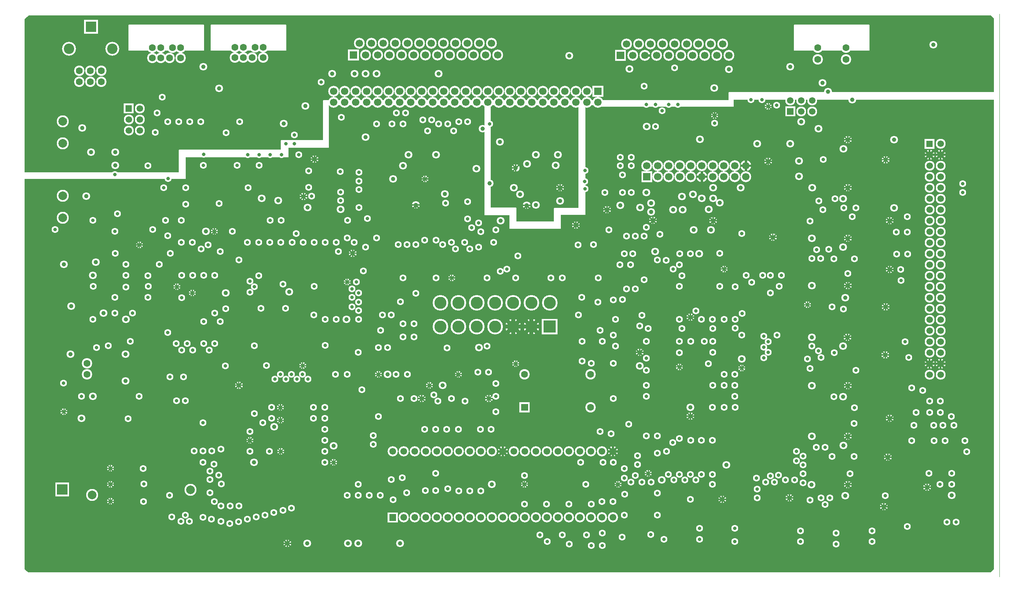
<source format=gbr>
%FSLAX34Y34*%
%MOMM*%
%LNCOPPER_INNER2*%
G71*
G01*
%ADD10C,2.400*%
%ADD11C,2.500*%
%ADD12C,1.600*%
%ADD13C,1.800*%
%ADD14C,2.350*%
%ADD15C,3.600*%
%ADD16C,2.300*%
%ADD17C,2.800*%
%ADD18C,2.400*%
%ADD19C,0.200*%
%ADD20C,3.200*%
%ADD21C,0.567*%
%ADD22C,0.267*%
%ADD23C,0.333*%
%ADD24C,0.517*%
%ADD25C,0.933*%
%ADD26C,0.500*%
%ADD27C,0.667*%
%ADD28C,0.533*%
%ADD29C,1.600*%
%ADD30C,1.700*%
%ADD31C,0.800*%
%ADD32C,1.000*%
%ADD33C,1.550*%
%ADD34C,2.800*%
%ADD35C,1.500*%
%ADD36C,2.000*%
%ADD37C,1.600*%
%ADD38C,2.400*%
%LPD*%
G36*
X0Y1000000D02*
X2250000Y1000000D01*
X2250000Y-300000D01*
X0Y-300000D01*
X0Y1000000D01*
G37*
%LPC*%
G36*
X1141716Y103678D02*
X1165716Y103678D01*
X1165716Y79678D01*
X1141716Y79678D01*
X1141716Y103678D01*
G37*
X1306116Y91678D02*
G54D10*
D03*
X1306116Y167878D02*
G54D10*
D03*
X1153716Y167878D02*
G54D10*
D03*
G36*
X1423394Y636784D02*
X1448394Y636784D01*
X1448394Y611784D01*
X1423394Y611784D01*
X1423394Y636784D01*
G37*
X1435894Y649684D02*
G54D11*
D03*
X1461294Y624284D02*
G54D11*
D03*
X1461294Y649684D02*
G54D11*
D03*
X1486694Y624284D02*
G54D11*
D03*
X1486694Y649684D02*
G54D11*
D03*
X1512094Y624284D02*
G54D11*
D03*
X1512094Y649684D02*
G54D11*
D03*
X1537494Y624284D02*
G54D11*
D03*
X1537494Y649684D02*
G54D11*
D03*
X1562894Y624284D02*
G54D11*
D03*
X1562894Y649684D02*
G54D11*
D03*
X1588294Y624284D02*
G54D11*
D03*
X1588294Y649684D02*
G54D11*
D03*
X1613694Y624284D02*
G54D11*
D03*
X1613694Y649684D02*
G54D11*
D03*
X1639094Y624284D02*
G54D11*
D03*
X1639094Y649684D02*
G54D11*
D03*
X1664494Y624284D02*
G54D11*
D03*
X1664494Y649684D02*
G54D11*
D03*
X1455738Y740569D02*
G54D12*
D03*
X1470819Y776288D02*
G54D12*
D03*
X1486694Y791369D02*
G54D12*
D03*
X1507331Y791369D02*
G54D12*
D03*
X1455738Y791369D02*
G54D12*
D03*
X1435100Y791369D02*
G54D12*
D03*
X1435894Y740569D02*
G54D13*
D03*
X1558131Y710406D02*
G54D13*
D03*
X1429544Y833438D02*
G54D12*
D03*
X1403275Y904291D02*
G54D11*
D03*
X1430975Y904291D02*
G54D11*
D03*
X1458675Y904291D02*
G54D11*
D03*
X1486375Y904291D02*
G54D11*
D03*
X1514075Y904291D02*
G54D11*
D03*
X1541775Y904291D02*
G54D11*
D03*
X1569475Y904291D02*
G54D11*
D03*
X1597175Y904291D02*
G54D11*
D03*
X1624875Y904291D02*
G54D11*
D03*
G36*
X1387525Y891791D02*
X1362525Y891791D01*
X1362525Y916791D01*
X1387525Y916791D01*
X1387525Y891791D01*
G37*
X1388988Y931116D02*
G54D11*
D03*
X1416688Y931116D02*
G54D11*
D03*
X1444388Y931116D02*
G54D11*
D03*
X1472088Y931116D02*
G54D11*
D03*
X1499788Y931116D02*
G54D11*
D03*
X1527488Y931116D02*
G54D11*
D03*
X1555188Y931116D02*
G54D11*
D03*
X1582888Y931116D02*
G54D11*
D03*
X1610588Y931116D02*
G54D11*
D03*
X1500188Y875506D02*
G54D12*
D03*
X1625600Y872331D02*
G54D13*
D03*
X1395412Y873125D02*
G54D13*
D03*
X1592262Y765969D02*
G54D12*
D03*
X1592262Y747712D02*
G54D12*
D03*
X1675606Y801688D02*
G54D12*
D03*
X1701006Y801688D02*
G54D12*
D03*
X1735138Y788988D02*
G54D12*
D03*
X1716087Y786606D02*
G54D12*
D03*
X1374775Y669131D02*
G54D12*
D03*
X1374775Y649288D02*
G54D12*
D03*
X1400175Y669131D02*
G54D12*
D03*
X1400175Y649288D02*
G54D12*
D03*
X1379538Y628650D02*
G54D12*
D03*
X1379538Y588169D02*
G54D12*
D03*
X1400175Y588169D02*
G54D12*
D03*
X1374775Y558006D02*
G54D13*
D03*
X1339056Y588169D02*
G54D12*
D03*
X1293019Y638969D02*
G54D12*
D03*
X1292225Y613569D02*
G54D12*
D03*
X1293019Y596106D02*
G54D12*
D03*
X1435100Y588169D02*
G54D13*
D03*
X1445419Y563562D02*
G54D13*
D03*
X1445419Y542925D02*
G54D13*
D03*
X1516856Y578644D02*
G54D13*
D03*
X1496219Y547688D02*
G54D13*
D03*
X1542256Y583406D02*
G54D13*
D03*
X1562894Y573881D02*
G54D13*
D03*
X1589088Y598488D02*
G54D13*
D03*
X1589088Y573881D02*
G54D13*
D03*
X1578769Y548481D02*
G54D13*
D03*
X1604169Y564356D02*
G54D13*
D03*
X1518444Y547688D02*
G54D13*
D03*
X1450181Y523081D02*
G54D13*
D03*
X1543844Y501650D02*
G54D13*
D03*
X1420019Y553244D02*
G54D13*
D03*
X1343819Y547687D02*
G54D13*
D03*
X1272381Y512762D02*
G54D13*
D03*
X1235869Y568325D02*
G54D13*
D03*
X1235869Y598488D02*
G54D13*
D03*
X1230312Y674688D02*
G54D13*
D03*
X1159669Y654050D02*
G54D13*
D03*
X1133475Y644525D02*
G54D13*
D03*
X1128712Y598488D02*
G54D13*
D03*
X1143794Y583406D02*
G54D13*
D03*
X1158875Y558006D02*
G54D13*
D03*
X1096963Y704850D02*
G54D13*
D03*
X1073150Y608806D02*
G54D13*
D03*
X1098550Y522287D02*
G54D13*
D03*
X1179512Y674688D02*
G54D13*
D03*
X1225550Y650081D02*
G54D13*
D03*
X1179512Y558800D02*
G54D13*
D03*
X1652587Y598488D02*
G54D13*
D03*
X1726406Y484188D02*
G54D13*
D03*
X1716087Y659606D02*
G54D13*
D03*
X1690688Y700088D02*
G54D13*
D03*
X1766888Y700088D02*
G54D13*
D03*
X1786731Y660400D02*
G54D13*
D03*
X1786731Y624681D02*
G54D13*
D03*
X1589088Y522287D02*
G54D13*
D03*
X1583531Y501650D02*
G54D13*
D03*
X1536700Y446088D02*
G54D12*
D03*
X1512094Y446088D02*
G54D12*
D03*
X1556544Y446087D02*
G54D13*
D03*
X1511300Y420688D02*
G54D12*
D03*
X1496219Y411162D02*
G54D12*
D03*
X1480344Y431006D02*
G54D12*
D03*
X1454944Y451644D02*
G54D13*
D03*
X1466056Y491331D02*
G54D12*
D03*
X1435100Y507206D02*
G54D12*
D03*
X1429544Y487363D02*
G54D12*
D03*
X1409700Y487362D02*
G54D12*
D03*
X1389062Y487362D02*
G54D12*
D03*
X1348581Y501650D02*
G54D12*
D03*
X1403350Y446088D02*
G54D12*
D03*
X1384300Y446088D02*
G54D12*
D03*
X1373981Y420688D02*
G54D12*
D03*
X1460500Y431800D02*
G54D12*
D03*
X1654969Y492919D02*
G54D12*
D03*
X1746250Y396081D02*
G54D12*
D03*
X1720850Y396081D02*
G54D12*
D03*
X1703388Y396081D02*
G54D12*
D03*
X1665288Y396081D02*
G54D12*
D03*
X1677988Y380206D02*
G54D12*
D03*
X1614487Y411162D02*
G54D12*
D03*
X1604169Y370681D02*
G54D12*
D03*
X1516856Y395288D02*
G54D12*
D03*
X1511300Y370681D02*
G54D12*
D03*
X1409700Y365125D02*
G54D12*
D03*
X1389062Y365125D02*
G54D12*
D03*
X1429544Y386556D02*
G54D12*
D03*
X1379538Y340519D02*
G54D12*
D03*
X1358900Y339725D02*
G54D12*
D03*
X1323181Y334962D02*
G54D12*
D03*
X1323975Y390525D02*
G54D12*
D03*
X1312862Y467519D02*
G54D12*
D03*
X1240631Y390525D02*
G54D12*
D03*
X1214437Y390525D02*
G54D12*
D03*
X1133475Y390525D02*
G54D12*
D03*
X1112838Y411162D02*
G54D12*
D03*
X1138238Y441325D02*
G54D12*
D03*
X1097756Y405606D02*
G54D12*
D03*
X1067594Y390525D02*
G54D12*
D03*
X985837Y390525D02*
G54D12*
D03*
X1087438Y501650D02*
G54D12*
D03*
X1277144Y466725D02*
G54D12*
D03*
X1082675Y472281D02*
G54D12*
D03*
X1604169Y446881D02*
G54D12*
D03*
X1591469Y829469D02*
G54D13*
D03*
X1792288Y750888D02*
G54D13*
D03*
X1073150Y746125D02*
G54D12*
D03*
X1022350Y750888D02*
G54D12*
D03*
X1001712Y750888D02*
G54D12*
D03*
X990600Y730250D02*
G54D12*
D03*
X976312Y746125D02*
G54D12*
D03*
X955675Y746125D02*
G54D12*
D03*
X930275Y730250D02*
G54D12*
D03*
X919162Y755650D02*
G54D12*
D03*
X939800Y755650D02*
G54D12*
D03*
X949325Y674688D02*
G54D13*
D03*
X1057275Y735012D02*
G54D13*
D03*
X1022350Y566738D02*
G54D12*
D03*
X971550Y563562D02*
G54D12*
D03*
X969962Y584200D02*
G54D13*
D03*
X923925Y619125D02*
G54D12*
D03*
X903288Y558800D02*
G54D13*
D03*
X850900Y619125D02*
G54D13*
D03*
X885825Y674688D02*
G54D13*
D03*
X873125Y649287D02*
G54D13*
D03*
X1042988Y642937D02*
G54D13*
D03*
X1047750Y517525D02*
G54D12*
D03*
X1022350Y527050D02*
G54D12*
D03*
X1031875Y506412D02*
G54D12*
D03*
X1052512Y496888D02*
G54D12*
D03*
X1047750Y461962D02*
G54D12*
D03*
X1027112Y457200D02*
G54D12*
D03*
X1536700Y300037D02*
G54D13*
D03*
X1654969Y203200D02*
G54D13*
D03*
X1536700Y71438D02*
G54D13*
D03*
X1536700Y91281D02*
G54D13*
D03*
X1587500Y91281D02*
G54D12*
D03*
X1614488Y91281D02*
G54D12*
D03*
X1639888Y91281D02*
G54D12*
D03*
X1639094Y116681D02*
G54D12*
D03*
X1639094Y142081D02*
G54D12*
D03*
X1614488Y142081D02*
G54D12*
D03*
X1588294Y142081D02*
G54D12*
D03*
X1614488Y167481D02*
G54D12*
D03*
X1639094Y167481D02*
G54D12*
D03*
X1654969Y258762D02*
G54D12*
D03*
X1639888Y274638D02*
G54D12*
D03*
X1639888Y295275D02*
G54D12*
D03*
X1614488Y295275D02*
G54D12*
D03*
X1587500Y295275D02*
G54D12*
D03*
X1562100Y295275D02*
G54D12*
D03*
X1511300Y294481D02*
G54D12*
D03*
X1549400Y314325D02*
G54D12*
D03*
X1655762Y308769D02*
G54D12*
D03*
X1424781Y304006D02*
G54D12*
D03*
X1439069Y273844D02*
G54D12*
D03*
X1419225Y279400D02*
G54D12*
D03*
X1435100Y243681D02*
G54D12*
D03*
X1537494Y243681D02*
G54D12*
D03*
X1511300Y243681D02*
G54D12*
D03*
X1568450Y243681D02*
G54D12*
D03*
X1588294Y243681D02*
G54D12*
D03*
X1588294Y273844D02*
G54D12*
D03*
X1516856Y273844D02*
G54D12*
D03*
X1588294Y218281D02*
G54D12*
D03*
X1577975Y192088D02*
G54D12*
D03*
X1511300Y217488D02*
G54D12*
D03*
X1511300Y184944D02*
G54D12*
D03*
X1435100Y142081D02*
G54D12*
D03*
X1434306Y116681D02*
G54D12*
D03*
X1358900Y111919D02*
G54D12*
D03*
X1419225Y218281D02*
G54D13*
D03*
X1419225Y187325D02*
G54D13*
D03*
X1363662Y233362D02*
G54D12*
D03*
X1363662Y294481D02*
G54D12*
D03*
X1358900Y258762D02*
G54D12*
D03*
X1332706Y243681D02*
G54D12*
D03*
X1327944Y269875D02*
G54D12*
D03*
X1286669Y243681D02*
G54D12*
D03*
X1286669Y198438D02*
G54D12*
D03*
X1307306Y192881D02*
G54D12*
D03*
X1654969Y182563D02*
G54D12*
D03*
X1358900Y192881D02*
G54D12*
D03*
X1435100Y177006D02*
G54D12*
D03*
X1435100Y204788D02*
G54D12*
D03*
X1435100Y25400D02*
G54D12*
D03*
X1460500Y25400D02*
G54D12*
D03*
X1511300Y19844D02*
G54D12*
D03*
X1495425Y10319D02*
G54D12*
D03*
X1537494Y15081D02*
G54D12*
D03*
X1562100Y15875D02*
G54D12*
D03*
X1587500Y15875D02*
G54D12*
D03*
X1459706Y-14288D02*
G54D12*
D03*
X1705769Y205581D02*
G54D12*
D03*
X1705769Y230584D02*
G54D12*
D03*
X1705769Y255588D02*
G54D12*
D03*
X1716088Y218281D02*
G54D12*
D03*
X1716088Y242888D02*
G54D12*
D03*
X1735931Y258762D02*
G54D12*
D03*
X1639888Y369888D02*
G54D12*
D03*
X1741488Y370681D02*
G54D12*
D03*
X1720850Y355600D02*
G54D12*
D03*
X1414462Y-19844D02*
G54D12*
D03*
X1414462Y-40481D02*
G54D12*
D03*
X1481138Y-10319D02*
G54D12*
D03*
X1409700Y-65881D02*
G54D12*
D03*
X1384300Y-50006D02*
G54D12*
D03*
X1439069Y-61119D02*
G54D12*
D03*
X1445419Y-80962D02*
G54D12*
D03*
X1424781Y-80962D02*
G54D12*
D03*
X1399381Y-80962D02*
G54D12*
D03*
X1384300Y-71438D02*
G54D12*
D03*
X1353344Y30956D02*
G54D12*
D03*
X1327944Y35719D02*
G54D12*
D03*
X1358900Y-35719D02*
G54D12*
D03*
X1334691Y-34925D02*
G54D12*
D03*
X1283097Y-34925D02*
G54D12*
D03*
X1385094Y-109141D02*
G54D12*
D03*
X1384300Y-157162D02*
G54D12*
D03*
X1378744Y-207962D02*
G54D12*
D03*
X1459706Y-157162D02*
G54D12*
D03*
X1459706Y-106362D02*
G54D12*
D03*
X1444625Y-202406D02*
G54D12*
D03*
X1070769Y173038D02*
G54D12*
D03*
X1046162Y173038D02*
G54D12*
D03*
X1087438Y117475D02*
G54D12*
D03*
X1087438Y81756D02*
G54D12*
D03*
X1016794Y106362D02*
G54D12*
D03*
X985044Y111919D02*
G54D12*
D03*
X1087438Y146844D02*
G54D12*
D03*
X1067594Y233362D02*
G54D12*
D03*
X1048544Y229394D02*
G54D13*
D03*
X1133475Y192087D02*
G54D12*
D03*
X1000919Y167481D02*
G54D12*
D03*
X954088Y106362D02*
G54D12*
D03*
X965200Y142081D02*
G54D13*
D03*
X934244Y142081D02*
G54D12*
D03*
X944562Y120650D02*
G54D12*
D03*
X916781Y111919D02*
G54D13*
D03*
X898525Y111919D02*
G54D12*
D03*
X867569Y111919D02*
G54D12*
D03*
X816769Y70644D02*
G54D12*
D03*
X837406Y167481D02*
G54D13*
D03*
X857250Y167481D02*
G54D12*
D03*
X883444Y167481D02*
G54D12*
D03*
X816769Y167481D02*
G54D12*
D03*
G36*
X837959Y-174469D02*
X837959Y-150969D01*
X861459Y-150969D01*
X861459Y-174469D01*
X837959Y-174469D01*
G37*
X875109Y-162719D02*
G54D14*
D03*
X900509Y-162719D02*
G54D14*
D03*
X925909Y-162719D02*
G54D14*
D03*
X849709Y-10319D02*
G54D14*
D03*
X875109Y-10319D02*
G54D14*
D03*
X900509Y-10319D02*
G54D14*
D03*
X925909Y-10319D02*
G54D14*
D03*
X951309Y-162719D02*
G54D14*
D03*
X951309Y-10319D02*
G54D14*
D03*
X976709Y-162719D02*
G54D14*
D03*
X1002109Y-162719D02*
G54D14*
D03*
X976709Y-10319D02*
G54D14*
D03*
X1002109Y-10319D02*
G54D14*
D03*
X1027509Y-162719D02*
G54D14*
D03*
X1027509Y-10319D02*
G54D14*
D03*
X1052909Y-162719D02*
G54D14*
D03*
X1052909Y-10319D02*
G54D14*
D03*
X1078309Y-162719D02*
G54D14*
D03*
X1078309Y-10319D02*
G54D14*
D03*
X1103709Y-10319D02*
G54D14*
D03*
X1129109Y-10319D02*
G54D14*
D03*
X1103709Y-162719D02*
G54D14*
D03*
X1129109Y-162719D02*
G54D14*
D03*
X1154509Y-162719D02*
G54D14*
D03*
X1179909Y-162719D02*
G54D14*
D03*
X1154509Y-10319D02*
G54D14*
D03*
X1179909Y-10319D02*
G54D14*
D03*
X1205309Y-10319D02*
G54D14*
D03*
X1230709Y-10319D02*
G54D14*
D03*
X1256109Y-10319D02*
G54D14*
D03*
X1281509Y-10319D02*
G54D14*
D03*
X1306909Y-10319D02*
G54D14*
D03*
X1332309Y-10319D02*
G54D14*
D03*
X1205309Y-162719D02*
G54D14*
D03*
X1230709Y-162719D02*
G54D14*
D03*
X1256109Y-162719D02*
G54D14*
D03*
X1281509Y-162719D02*
G54D14*
D03*
X1306909Y-162719D02*
G54D14*
D03*
X1332309Y-162719D02*
G54D14*
D03*
X1357709Y-10319D02*
G54D14*
D03*
X1357709Y-162719D02*
G54D14*
D03*
X1077913Y-85725D02*
G54D13*
D03*
X1296988Y-203200D02*
G54D12*
D03*
X1240631Y-203200D02*
G54D12*
D03*
X1189038Y-203200D02*
G54D12*
D03*
X1332706Y-198438D02*
G54D12*
D03*
X1333500Y-227806D02*
G54D12*
D03*
X1307306Y-227806D02*
G54D12*
D03*
X1256506Y-223838D02*
G54D12*
D03*
X1205706Y-218281D02*
G54D12*
D03*
X1255712Y-131762D02*
G54D12*
D03*
X1308100Y-131762D02*
G54D12*
D03*
X1369219Y-86519D02*
G54D12*
D03*
X1295400Y-86519D02*
G54D12*
D03*
X1204119Y-131762D02*
G54D12*
D03*
X1475581Y-213519D02*
G54D12*
D03*
X1557338Y-188119D02*
G54D12*
D03*
X1557338Y-213519D02*
G54D12*
D03*
X1639094Y-187325D02*
G54D12*
D03*
X1639094Y-218281D02*
G54D12*
D03*
X1485900Y-63500D02*
G54D12*
D03*
X1511300Y-63500D02*
G54D12*
D03*
X1536700Y-63500D02*
G54D12*
D03*
X1562100Y-63500D02*
G54D12*
D03*
X1549400Y-76200D02*
G54D12*
D03*
X1524000Y-76200D02*
G54D12*
D03*
X1498600Y-76200D02*
G54D12*
D03*
X1470025Y-76200D02*
G54D13*
D03*
X1536700Y-120650D02*
G54D12*
D03*
X1609725Y-120650D02*
G54D13*
D03*
X1587500Y-63500D02*
G54D12*
D03*
X1587500Y-85725D02*
G54D12*
D03*
X1619250Y-41275D02*
G54D13*
D03*
X1765300Y-117475D02*
G54D13*
D03*
X1739900Y-65088D02*
G54D12*
D03*
X1730375Y-80962D02*
G54D12*
D03*
X1720850Y-66675D02*
G54D12*
D03*
X1709738Y-80962D02*
G54D12*
D03*
X1689100Y-71438D02*
G54D12*
D03*
X1690688Y-96838D02*
G54D12*
D03*
X1690688Y-117475D02*
G54D12*
D03*
X1755775Y-76200D02*
G54D12*
D03*
G36*
X1335681Y809031D02*
X1310681Y809031D01*
X1310681Y834031D01*
X1335681Y834031D01*
X1335681Y809031D01*
G37*
X1323181Y796131D02*
G54D11*
D03*
X1297781Y821531D02*
G54D11*
D03*
X1297781Y796131D02*
G54D11*
D03*
X1272381Y821531D02*
G54D11*
D03*
X1272381Y796131D02*
G54D11*
D03*
X1246981Y821531D02*
G54D11*
D03*
X1246981Y796131D02*
G54D11*
D03*
X1221581Y821531D02*
G54D11*
D03*
X1221581Y796131D02*
G54D11*
D03*
X1196181Y821531D02*
G54D11*
D03*
X1196181Y796131D02*
G54D11*
D03*
X1170781Y821531D02*
G54D11*
D03*
X1170781Y796131D02*
G54D11*
D03*
X1145381Y821531D02*
G54D11*
D03*
X1145381Y796131D02*
G54D11*
D03*
X1119981Y821531D02*
G54D11*
D03*
X1119981Y796131D02*
G54D11*
D03*
X1094581Y821531D02*
G54D11*
D03*
X1094581Y796131D02*
G54D11*
D03*
X1069181Y821531D02*
G54D11*
D03*
X1069181Y796131D02*
G54D11*
D03*
X1043781Y821531D02*
G54D11*
D03*
X1043781Y796131D02*
G54D11*
D03*
X1018381Y821531D02*
G54D11*
D03*
X1018381Y796131D02*
G54D11*
D03*
X992981Y821531D02*
G54D11*
D03*
X992981Y796131D02*
G54D11*
D03*
X967581Y821531D02*
G54D11*
D03*
X967581Y796131D02*
G54D11*
D03*
X942181Y821531D02*
G54D11*
D03*
X942181Y796131D02*
G54D11*
D03*
X916781Y821531D02*
G54D11*
D03*
X916781Y796131D02*
G54D11*
D03*
X891381Y821531D02*
G54D11*
D03*
X891381Y796131D02*
G54D11*
D03*
X865981Y821531D02*
G54D11*
D03*
X865981Y796131D02*
G54D11*
D03*
X840581Y821531D02*
G54D11*
D03*
X840581Y796131D02*
G54D11*
D03*
X815181Y821531D02*
G54D11*
D03*
X815181Y796131D02*
G54D11*
D03*
X789781Y821531D02*
G54D11*
D03*
X789781Y796131D02*
G54D11*
D03*
X764381Y821531D02*
G54D11*
D03*
X764381Y796131D02*
G54D11*
D03*
X738981Y821531D02*
G54D11*
D03*
X738981Y796131D02*
G54D11*
D03*
X713581Y821531D02*
G54D11*
D03*
X713581Y796131D02*
G54D11*
D03*
X873125Y746125D02*
G54D12*
D03*
X847725Y746125D02*
G54D12*
D03*
X858044Y771525D02*
G54D12*
D03*
X879475Y771525D02*
G54D12*
D03*
X812006Y746125D02*
G54D12*
D03*
X786606Y715962D02*
G54D13*
D03*
X731044Y761206D02*
G54D12*
D03*
X684212Y842962D02*
G54D12*
D03*
X669131Y665163D02*
G54D13*
D03*
X728662Y635794D02*
G54D12*
D03*
X771525Y634206D02*
G54D12*
D03*
X771525Y614362D02*
G54D12*
D03*
X771525Y594519D02*
G54D12*
D03*
X771525Y553244D02*
G54D12*
D03*
X791369Y527844D02*
G54D12*
D03*
X745331Y523081D02*
G54D12*
D03*
X729456Y569119D02*
G54D12*
D03*
X729456Y548481D02*
G54D13*
D03*
X729456Y588963D02*
G54D12*
D03*
X655638Y637381D02*
G54D12*
D03*
X655638Y599281D02*
G54D12*
D03*
X653256Y553244D02*
G54D13*
D03*
X662781Y579437D02*
G54D12*
D03*
X862012Y467519D02*
G54D12*
D03*
X882650Y467519D02*
G54D12*
D03*
X903288Y467519D02*
G54D12*
D03*
X964406Y467519D02*
G54D12*
D03*
X923131Y477838D02*
G54D12*
D03*
X949325Y477838D02*
G54D12*
D03*
X985044Y472281D02*
G54D12*
D03*
X994569Y457200D02*
G54D12*
D03*
X1016000Y472281D02*
G54D12*
D03*
X949325Y390525D02*
G54D12*
D03*
X873125Y390525D02*
G54D12*
D03*
X643587Y578488D02*
G54D13*
D03*
X585788Y569119D02*
G54D13*
D03*
X547687Y573881D02*
G54D13*
D03*
X757237Y447675D02*
G54D13*
D03*
X812006Y482600D02*
G54D12*
D03*
X744538Y482600D02*
G54D12*
D03*
X760412Y472281D02*
G54D12*
D03*
X786606Y461962D02*
G54D12*
D03*
X724694Y451644D02*
G54D12*
D03*
X719138Y472281D02*
G54D12*
D03*
X693738Y472281D02*
G54D12*
D03*
X903288Y354806D02*
G54D12*
D03*
X867569Y335756D02*
G54D12*
D03*
X826294Y304800D02*
G54D12*
D03*
X821531Y269081D02*
G54D12*
D03*
X846138Y304800D02*
G54D12*
D03*
X816769Y229394D02*
G54D12*
D03*
X837406Y229394D02*
G54D12*
D03*
X873125Y284956D02*
G54D12*
D03*
X898525Y284956D02*
G54D12*
D03*
X898525Y254000D02*
G54D12*
D03*
X873125Y254000D02*
G54D12*
D03*
X974725Y228600D02*
G54D12*
D03*
X769938Y219075D02*
G54D12*
D03*
X693738Y234950D02*
G54D12*
D03*
X959644Y332978D02*
G54D15*
D03*
X1001644Y332978D02*
G54D15*
D03*
X1043644Y332978D02*
G54D15*
D03*
X1085644Y332978D02*
G54D15*
D03*
X1127644Y332978D02*
G54D15*
D03*
X1169644Y332978D02*
G54D15*
D03*
X1211644Y332978D02*
G54D15*
D03*
X959644Y277978D02*
G54D15*
D03*
X1001644Y277978D02*
G54D15*
D03*
X1043644Y277978D02*
G54D15*
D03*
X1085644Y277978D02*
G54D15*
D03*
X1127644Y277978D02*
G54D15*
D03*
X1169644Y277978D02*
G54D15*
D03*
G36*
X1193644Y295978D02*
X1229644Y295978D01*
X1229644Y259978D01*
X1193644Y259978D01*
X1193644Y295978D01*
G37*
X1153319Y-65881D02*
G54D12*
D03*
X1153319Y-85725D02*
G54D12*
D03*
X1153319Y-131762D02*
G54D12*
D03*
X1052512Y-101600D02*
G54D12*
D03*
X1027112Y-101600D02*
G54D12*
D03*
X1001712Y-101600D02*
G54D12*
D03*
X976312Y-96044D02*
G54D12*
D03*
X948531Y-100806D02*
G54D12*
D03*
X948531Y-61119D02*
G54D12*
D03*
X924719Y-100806D02*
G54D12*
D03*
X881856Y-105569D02*
G54D12*
D03*
X871538Y-70644D02*
G54D12*
D03*
X846138Y-75406D02*
G54D12*
D03*
X850106Y-121444D02*
G54D12*
D03*
X1790700Y-193675D02*
G54D12*
D03*
X1790700Y-218281D02*
G54D12*
D03*
X1872456Y-198438D02*
G54D12*
D03*
X1872456Y-223838D02*
G54D12*
D03*
X1955006Y-193675D02*
G54D12*
D03*
X1955006Y-218281D02*
G54D12*
D03*
X1812131Y-122238D02*
G54D12*
D03*
X1776412Y-76200D02*
G54D12*
D03*
X1796256Y-61912D02*
G54D12*
D03*
X1796256Y-82550D02*
G54D12*
D03*
X1796256Y-41275D02*
G54D12*
D03*
X1781175Y-31750D02*
G54D12*
D03*
X1781175Y-10319D02*
G54D12*
D03*
X1796256Y-20638D02*
G54D12*
D03*
X1816100Y-87312D02*
G54D13*
D03*
X1837531Y-117475D02*
G54D12*
D03*
X1858169Y-117475D02*
G54D12*
D03*
X1847056Y-132556D02*
G54D12*
D03*
X1899444Y-87312D02*
G54D13*
D03*
X1893887Y-112712D02*
G54D13*
D03*
X1985963Y-112712D02*
G54D12*
D03*
X1982787Y-138112D02*
G54D13*
D03*
X1889125Y3969D02*
G54D13*
D03*
X1991519Y-23812D02*
G54D13*
D03*
X1816894Y24606D02*
G54D13*
D03*
X1847056Y-794D02*
G54D12*
D03*
X1862931Y-21431D02*
G54D12*
D03*
X1826419Y-794D02*
G54D12*
D03*
X1899444Y24606D02*
G54D13*
D03*
X1913731Y-21431D02*
G54D12*
D03*
X1904206Y-61912D02*
G54D12*
D03*
X1913731Y54769D02*
G54D12*
D03*
X1867694Y115888D02*
G54D12*
D03*
X1914525Y90488D02*
G54D12*
D03*
X1816894Y141287D02*
G54D13*
D03*
X1888331Y115887D02*
G54D13*
D03*
X1899444Y141287D02*
G54D13*
D03*
X1996281Y65881D02*
G54D13*
D03*
X1985963Y212725D02*
G54D13*
D03*
X1888331Y233363D02*
G54D13*
D03*
X1816894Y253206D02*
G54D13*
D03*
X1831975Y222250D02*
G54D12*
D03*
X1837531Y207169D02*
G54D12*
D03*
X1868488Y217488D02*
G54D12*
D03*
X1816894Y233362D02*
G54D12*
D03*
X1812131Y181769D02*
G54D12*
D03*
X1806575Y203200D02*
G54D12*
D03*
X1918494Y177006D02*
G54D12*
D03*
X1898650Y253206D02*
G54D13*
D03*
X1889125Y318294D02*
G54D12*
D03*
X1862931Y323850D02*
G54D12*
D03*
X1899444Y373063D02*
G54D13*
D03*
X1816894Y373063D02*
G54D13*
D03*
X1893887Y344487D02*
G54D13*
D03*
X1986756Y323850D02*
G54D13*
D03*
X1806575Y328613D02*
G54D12*
D03*
X1899444Y400844D02*
G54D12*
D03*
X1867694Y434975D02*
G54D12*
D03*
X1855788Y456406D02*
G54D12*
D03*
X1836738Y435769D02*
G54D12*
D03*
X1899444Y481806D02*
G54D13*
D03*
X1914525Y434975D02*
G54D12*
D03*
X1827212Y455612D02*
G54D12*
D03*
X1816894Y435769D02*
G54D12*
D03*
X1888331Y461963D02*
G54D13*
D03*
X1816894Y481806D02*
G54D13*
D03*
X1996281Y410369D02*
G54D13*
D03*
X1888331Y573088D02*
G54D13*
D03*
X1817688Y598488D02*
G54D13*
D03*
X1996281Y522287D02*
G54D13*
D03*
X1832769Y568325D02*
G54D12*
D03*
X1842294Y547688D02*
G54D12*
D03*
X1870075Y573088D02*
G54D12*
D03*
X1812131Y521494D02*
G54D12*
D03*
X1889919Y552450D02*
G54D12*
D03*
X1918494Y552450D02*
G54D12*
D03*
X1909762Y531812D02*
G54D12*
D03*
X1899444Y598488D02*
G54D13*
D03*
X1843088Y664369D02*
G54D12*
D03*
X1899444Y709613D02*
G54D13*
D03*
X1889125Y688975D02*
G54D13*
D03*
X1831975Y735013D02*
G54D13*
D03*
X1986756Y663575D02*
G54D13*
D03*
X2006600Y709613D02*
G54D13*
D03*
X2011362Y496094D02*
G54D12*
D03*
X2036762Y496094D02*
G54D12*
D03*
X2012156Y445294D02*
G54D12*
D03*
X2037556Y445294D02*
G54D12*
D03*
X2036762Y531812D02*
G54D12*
D03*
X2021681Y410369D02*
G54D12*
D03*
X2022475Y384969D02*
G54D12*
D03*
X2032000Y242888D02*
G54D12*
D03*
X2039938Y207169D02*
G54D12*
D03*
X2036762Y-183356D02*
G54D12*
D03*
X2149078Y-173038D02*
G54D12*
D03*
X2128044Y-173038D02*
G54D12*
D03*
X2086769Y-61119D02*
G54D12*
D03*
X2139156Y-61119D02*
G54D12*
D03*
X2139156Y-86519D02*
G54D12*
D03*
X2112169Y-86519D02*
G54D12*
D03*
X2139156Y-111919D02*
G54D13*
D03*
X2082800Y-92869D02*
G54D13*
D03*
X2174081Y-11112D02*
G54D12*
D03*
X2123678Y14288D02*
G54D12*
D03*
X2169319Y14288D02*
G54D12*
D03*
X2098278Y14288D02*
G54D12*
D03*
X2047081Y14288D02*
G54D12*
D03*
X2097881Y50006D02*
G54D12*
D03*
X2118519Y50006D02*
G54D12*
D03*
X2143919Y50006D02*
G54D12*
D03*
X2051844Y50006D02*
G54D12*
D03*
X2057400Y80169D02*
G54D12*
D03*
X2088356Y80169D02*
G54D12*
D03*
X2112962Y80169D02*
G54D12*
D03*
X2138362Y70644D02*
G54D12*
D03*
X2088356Y106362D02*
G54D12*
D03*
X2112962Y106362D02*
G54D12*
D03*
X2072481Y130969D02*
G54D12*
D03*
X2047081Y136525D02*
G54D12*
D03*
G36*
X2099460Y711588D02*
X2099460Y688588D01*
X2076460Y688588D01*
X2076460Y711588D01*
X2099460Y711588D01*
G37*
X2113359Y700088D02*
G54D16*
D03*
X2087960Y674688D02*
G54D16*
D03*
X2113359Y674688D02*
G54D16*
D03*
X2087959Y649288D02*
G54D16*
D03*
X2113360Y649288D02*
G54D16*
D03*
X2087959Y623888D02*
G54D16*
D03*
X2113360Y623888D02*
G54D16*
D03*
X2087959Y598488D02*
G54D16*
D03*
X2113360Y598488D02*
G54D16*
D03*
X2087959Y573088D02*
G54D16*
D03*
X2113360Y573088D02*
G54D16*
D03*
X2087959Y547688D02*
G54D16*
D03*
X2113360Y547688D02*
G54D16*
D03*
X2087959Y522288D02*
G54D16*
D03*
X2113360Y522288D02*
G54D16*
D03*
X2087959Y496888D02*
G54D16*
D03*
X2113360Y496888D02*
G54D16*
D03*
X2087959Y471488D02*
G54D16*
D03*
X2113360Y471488D02*
G54D16*
D03*
X2087959Y446088D02*
G54D16*
D03*
X2113360Y446088D02*
G54D16*
D03*
X2087959Y420688D02*
G54D16*
D03*
X2113360Y420688D02*
G54D16*
D03*
X2087959Y395288D02*
G54D16*
D03*
X2113360Y395288D02*
G54D16*
D03*
X2087959Y369888D02*
G54D16*
D03*
X2113360Y369888D02*
G54D16*
D03*
X2087959Y344488D02*
G54D16*
D03*
X2113360Y344488D02*
G54D16*
D03*
X2087959Y319088D02*
G54D16*
D03*
X2113360Y319088D02*
G54D16*
D03*
X2087959Y293688D02*
G54D16*
D03*
X2113360Y293688D02*
G54D16*
D03*
X2087959Y268288D02*
G54D16*
D03*
X2113360Y268288D02*
G54D16*
D03*
X2087959Y242888D02*
G54D16*
D03*
X2113360Y242888D02*
G54D16*
D03*
X2087959Y217488D02*
G54D16*
D03*
X2113360Y217488D02*
G54D16*
D03*
X2087960Y192087D02*
G54D16*
D03*
X2113359Y192087D02*
G54D16*
D03*
X2087960Y166688D02*
G54D16*
D03*
X2113359Y166688D02*
G54D16*
D03*
X2006600Y552450D02*
G54D13*
D03*
X2164953Y608012D02*
G54D12*
D03*
X2164953Y587772D02*
G54D12*
D03*
X923131Y41275D02*
G54D12*
D03*
X948531Y41275D02*
G54D12*
D03*
X973931Y41275D02*
G54D12*
D03*
X1000919Y41275D02*
G54D12*
D03*
X1051719Y41275D02*
G54D12*
D03*
X1076325Y41275D02*
G54D12*
D03*
X1071562Y111919D02*
G54D13*
D03*
X804862Y26194D02*
G54D12*
D03*
X804862Y6350D02*
G54D12*
D03*
X820738Y-111125D02*
G54D12*
D03*
X795338Y-111125D02*
G54D12*
D03*
X769938Y-111125D02*
G54D12*
D03*
X769938Y-86519D02*
G54D12*
D03*
X744538Y-111125D02*
G54D12*
D03*
X744538Y167481D02*
G54D12*
D03*
X717550Y167481D02*
G54D12*
D03*
X641350Y167481D02*
G54D12*
D03*
X615950Y167481D02*
G54D12*
D03*
X590550Y167481D02*
G54D12*
D03*
X778669Y132556D02*
G54D12*
D03*
X642144Y188119D02*
G54D12*
D03*
X628650Y157162D02*
G54D12*
D03*
X603250Y157162D02*
G54D12*
D03*
X654050Y157162D02*
G54D12*
D03*
X577850Y157162D02*
G54D12*
D03*
X558800Y188119D02*
G54D12*
D03*
X692944Y91281D02*
G54D12*
D03*
X692944Y65881D02*
G54D12*
D03*
X692944Y40481D02*
G54D12*
D03*
X692944Y15081D02*
G54D12*
D03*
X713581Y2381D02*
G54D13*
D03*
X692944Y-10319D02*
G54D12*
D03*
X713581Y-35719D02*
G54D12*
D03*
X692944Y-35719D02*
G54D12*
D03*
X666750Y91281D02*
G54D12*
D03*
X666750Y65881D02*
G54D12*
D03*
X590550Y91281D02*
G54D12*
D03*
X569912Y91281D02*
G54D12*
D03*
X590550Y61912D02*
G54D12*
D03*
X569912Y66675D02*
G54D12*
D03*
X576263Y46831D02*
G54D13*
D03*
X550069Y56356D02*
G54D12*
D03*
X530225Y76994D02*
G54D12*
D03*
X519906Y35719D02*
G54D12*
D03*
X519906Y15081D02*
G54D12*
D03*
X519906Y-10319D02*
G54D12*
D03*
X565150Y-10319D02*
G54D12*
D03*
X591344Y-10319D02*
G54D12*
D03*
X529431Y-35719D02*
G54D13*
D03*
X615950Y-141288D02*
G54D12*
D03*
X596106Y-146050D02*
G54D12*
D03*
X575469Y-151606D02*
G54D12*
D03*
X554831Y-157162D02*
G54D12*
D03*
X534988Y-161131D02*
G54D12*
D03*
X514350Y-166688D02*
G54D12*
D03*
X493712Y-172244D02*
G54D12*
D03*
X473869Y-177006D02*
G54D12*
D03*
X453231Y-171450D02*
G54D12*
D03*
X431800Y-166688D02*
G54D12*
D03*
X411956Y-161925D02*
G54D12*
D03*
X495300Y-135731D02*
G54D12*
D03*
X474662Y-135731D02*
G54D12*
D03*
X453231Y-135731D02*
G54D12*
D03*
X438150Y-126206D02*
G54D12*
D03*
X427831Y-105569D02*
G54D12*
D03*
X454025Y-84931D02*
G54D12*
D03*
X427831Y-75406D02*
G54D12*
D03*
X448469Y-65088D02*
G54D12*
D03*
X427831Y-55562D02*
G54D12*
D03*
X437356Y-39688D02*
G54D12*
D03*
X453231Y-4762D02*
G54D12*
D03*
X432594Y-8731D02*
G54D12*
D03*
X411956Y-8731D02*
G54D12*
D03*
X391319Y-8731D02*
G54D12*
D03*
X411956Y-34925D02*
G54D12*
D03*
X411956Y56356D02*
G54D12*
D03*
X463550Y187325D02*
G54D12*
D03*
X530225Y234156D02*
G54D12*
D03*
X781844Y406400D02*
G54D12*
D03*
X765969Y381000D02*
G54D12*
D03*
X744538Y381000D02*
G54D12*
D03*
X755650Y365125D02*
G54D12*
D03*
X755650Y345281D02*
G54D12*
D03*
X755650Y323850D02*
G54D12*
D03*
X770731Y355600D02*
G54D12*
D03*
X770731Y334962D02*
G54D12*
D03*
X770731Y315119D02*
G54D12*
D03*
X770731Y294481D02*
G54D12*
D03*
X742950Y295275D02*
G54D13*
D03*
X719138Y294481D02*
G54D12*
D03*
X693738Y294481D02*
G54D12*
D03*
X668337Y370681D02*
G54D12*
D03*
X667544Y304800D02*
G54D12*
D03*
X611188Y357981D02*
G54D13*
D03*
X596900Y376237D02*
G54D12*
D03*
X602456Y319881D02*
G54D12*
D03*
X668338Y472281D02*
G54D12*
D03*
X642938Y472281D02*
G54D12*
D03*
X617538Y472281D02*
G54D12*
D03*
X627062Y492919D02*
G54D12*
D03*
X591344Y472281D02*
G54D12*
D03*
X565944Y472281D02*
G54D12*
D03*
X540544Y472281D02*
G54D12*
D03*
X514350Y472281D02*
G54D12*
D03*
X479425Y497681D02*
G54D12*
D03*
X592138Y523081D02*
G54D12*
D03*
X566738Y523081D02*
G54D12*
D03*
X515938Y598488D02*
G54D12*
D03*
X632619Y674688D02*
G54D12*
D03*
X623094Y700088D02*
G54D12*
D03*
X623094Y720725D02*
G54D12*
D03*
X603250Y700088D02*
G54D12*
D03*
X592931Y674688D02*
G54D12*
D03*
X566738Y674688D02*
G54D12*
D03*
X541338Y674688D02*
G54D12*
D03*
X515144Y674688D02*
G54D12*
D03*
X598488Y746919D02*
G54D13*
D03*
X648494Y787400D02*
G54D13*
D03*
X496888Y750888D02*
G54D12*
D03*
X465137Y725488D02*
G54D12*
D03*
X541338Y650081D02*
G54D12*
D03*
X490538Y650081D02*
G54D12*
D03*
X438150Y497681D02*
G54D12*
D03*
X419100Y497681D02*
G54D13*
D03*
X423862Y466725D02*
G54D12*
D03*
X451644Y451644D02*
G54D12*
D03*
X407988Y457200D02*
G54D12*
D03*
X387350Y473075D02*
G54D12*
D03*
X361950Y473075D02*
G54D12*
D03*
X336550Y446881D02*
G54D12*
D03*
X438944Y396081D02*
G54D12*
D03*
X413544Y396081D02*
G54D12*
D03*
X388144Y396081D02*
G54D12*
D03*
X362744Y396081D02*
G54D12*
D03*
X351631Y369888D02*
G54D12*
D03*
X362744Y344488D02*
G54D12*
D03*
X387350Y355600D02*
G54D12*
D03*
X464344Y355600D02*
G54D13*
D03*
X464344Y319088D02*
G54D12*
D03*
X451644Y289719D02*
G54D12*
D03*
X413544Y289719D02*
G54D12*
D03*
X520700Y357584D02*
G54D12*
D03*
X530225Y369888D02*
G54D12*
D03*
X520700Y382588D02*
G54D12*
D03*
X540544Y395288D02*
G54D12*
D03*
X546100Y319881D02*
G54D12*
D03*
X494506Y142875D02*
G54D13*
D03*
X438944Y309562D02*
G54D12*
D03*
X494506Y431800D02*
G54D12*
D03*
X372269Y598488D02*
G54D12*
D03*
X372269Y560388D02*
G54D12*
D03*
X361950Y523081D02*
G54D12*
D03*
X325438Y523081D02*
G54D12*
D03*
X330994Y488156D02*
G54D12*
D03*
X449263Y562769D02*
G54D12*
D03*
X412750Y650081D02*
G54D12*
D03*
X413544Y675481D02*
G54D12*
D03*
X407194Y750888D02*
G54D12*
D03*
X381794Y750888D02*
G54D12*
D03*
X356394Y750888D02*
G54D12*
D03*
X330994Y750888D02*
G54D12*
D03*
X301625Y726281D02*
G54D12*
D03*
X331788Y619919D02*
G54D12*
D03*
X321469Y598488D02*
G54D12*
D03*
X296069Y502444D02*
G54D12*
D03*
X214312Y538956D02*
G54D12*
D03*
X208756Y497681D02*
G54D12*
D03*
X265112Y466725D02*
G54D12*
D03*
X311150Y421481D02*
G54D12*
D03*
X413544Y238919D02*
G54D12*
D03*
X438944Y238919D02*
G54D12*
D03*
X375444Y238919D02*
G54D12*
D03*
X350044Y238919D02*
G54D12*
D03*
X362744Y223838D02*
G54D12*
D03*
X388144Y223838D02*
G54D12*
D03*
X426244Y223838D02*
G54D12*
D03*
X330994Y264319D02*
G54D12*
D03*
X284956Y395288D02*
G54D12*
D03*
X285750Y371078D02*
G54D12*
D03*
X284956Y346075D02*
G54D12*
D03*
X366712Y161925D02*
G54D12*
D03*
X335756Y161925D02*
G54D12*
D03*
X371475Y107156D02*
G54D12*
D03*
X350838Y107156D02*
G54D12*
D03*
X381000Y-171450D02*
G54D12*
D03*
X361156Y-171450D02*
G54D12*
D03*
X371475Y-157162D02*
G54D12*
D03*
X339725Y-161131D02*
G54D12*
D03*
X334962Y-111125D02*
G54D12*
D03*
X274638Y-126206D02*
G54D12*
D03*
X275431Y-84931D02*
G54D12*
D03*
X273844Y-50006D02*
G54D12*
D03*
X238919Y65088D02*
G54D12*
D03*
X264319Y117475D02*
G54D12*
D03*
X131762Y117475D02*
G54D12*
D03*
X91281Y81756D02*
G54D12*
D03*
X157956Y116681D02*
G54D13*
D03*
X90488Y147638D02*
G54D12*
D03*
X131762Y66675D02*
G54D13*
D03*
X233363Y214312D02*
G54D13*
D03*
X233363Y152400D02*
G54D13*
D03*
X106362Y214312D02*
G54D13*
D03*
X144462Y193675D02*
G54D10*
D03*
X144462Y168275D02*
G54D10*
D03*
X157956Y294481D02*
G54D12*
D03*
X166688Y229394D02*
G54D12*
D03*
X193675Y234156D02*
G54D12*
D03*
X244475Y243681D02*
G54D12*
D03*
X208756Y309562D02*
G54D12*
D03*
X208756Y345281D02*
G54D12*
D03*
X234156Y369491D02*
G54D12*
D03*
X249238Y309562D02*
G54D12*
D03*
X158750Y370681D02*
G54D12*
D03*
X234156Y396081D02*
G54D12*
D03*
X234156Y421481D02*
G54D12*
D03*
X209550Y447675D02*
G54D12*
D03*
X157956Y396875D02*
G54D13*
D03*
X165100Y427038D02*
G54D13*
D03*
X91281Y421481D02*
G54D13*
D03*
X107950Y325438D02*
G54D13*
D03*
X182563Y309562D02*
G54D13*
D03*
X234156Y294481D02*
G54D13*
D03*
X142875Y579438D02*
G54D13*
D03*
X306388Y771525D02*
G54D12*
D03*
X317897Y807641D02*
G54D12*
D03*
X285353Y649684D02*
G54D12*
D03*
X209153Y629444D02*
G54D12*
D03*
G36*
X71312Y-82028D02*
X103312Y-82028D01*
X103312Y-114028D01*
X71312Y-114028D01*
X71312Y-82028D01*
G37*
X71040Y502444D02*
G54D12*
D03*
X157559Y523478D02*
G54D12*
D03*
X866775Y-222250D02*
G54D13*
D03*
X769938Y-222250D02*
G54D13*
D03*
X746125Y-222250D02*
G54D13*
D03*
X652462Y-222250D02*
G54D13*
D03*
X606425Y-222250D02*
G54D13*
D03*
G36*
X252006Y793344D02*
X252006Y770344D01*
X229006Y770344D01*
X229006Y793344D01*
X252006Y793344D01*
G37*
X265906Y781844D02*
G54D16*
D03*
X240506Y756444D02*
G54D16*
D03*
X265906Y756444D02*
G54D16*
D03*
X240506Y731044D02*
G54D16*
D03*
X265906Y731044D02*
G54D16*
D03*
X198438Y-49212D02*
G54D12*
D03*
X198438Y-85725D02*
G54D12*
D03*
X198438Y-125413D02*
G54D12*
D03*
X383381Y-98425D02*
G54D17*
D03*
X1841500Y840581D02*
G54D13*
D03*
X1854200Y820738D02*
G54D13*
D03*
X1895475Y895350D02*
G54D10*
D03*
X1895475Y922338D02*
G54D10*
D03*
X1830388Y895350D02*
G54D10*
D03*
X1830388Y922338D02*
G54D10*
D03*
X1909763Y801687D02*
G54D13*
D03*
X2097088Y928688D02*
G54D13*
D03*
G36*
X1755303Y786716D02*
X1778303Y786716D01*
X1778303Y763716D01*
X1755303Y763716D01*
X1755303Y786716D01*
G37*
X1766803Y800616D02*
G54D16*
D03*
X1792203Y775216D02*
G54D16*
D03*
X1792203Y800616D02*
G54D16*
D03*
X1817603Y775216D02*
G54D16*
D03*
X1817603Y800616D02*
G54D16*
D03*
X360362Y898525D02*
G54D18*
D03*
X334962Y898525D02*
G54D18*
D03*
X314325Y898526D02*
G54D18*
D03*
X295275Y898525D02*
G54D18*
D03*
X314325Y922338D02*
G54D18*
D03*
X295275Y922338D02*
G54D18*
D03*
X360362Y922338D02*
G54D18*
D03*
X341312Y922338D02*
G54D18*
D03*
X551100Y899319D02*
G54D18*
D03*
X525700Y899319D02*
G54D18*
D03*
X505062Y899319D02*
G54D18*
D03*
X486012Y899319D02*
G54D18*
D03*
X505062Y923131D02*
G54D18*
D03*
X486012Y923131D02*
G54D18*
D03*
X551100Y923131D02*
G54D18*
D03*
X532050Y923131D02*
G54D18*
D03*
X786862Y905259D02*
G54D11*
D03*
X814562Y905259D02*
G54D11*
D03*
X842262Y905259D02*
G54D11*
D03*
X869962Y905259D02*
G54D11*
D03*
X897662Y905259D02*
G54D11*
D03*
X925362Y905259D02*
G54D11*
D03*
X953062Y905259D02*
G54D11*
D03*
X980762Y905259D02*
G54D11*
D03*
X1008462Y905259D02*
G54D11*
D03*
X1036162Y905259D02*
G54D11*
D03*
X1063862Y905259D02*
G54D11*
D03*
X1091562Y905259D02*
G54D11*
D03*
G36*
X771662Y892759D02*
X746662Y892759D01*
X746662Y917759D01*
X771662Y917759D01*
X771662Y892759D01*
G37*
X772575Y932084D02*
G54D11*
D03*
X800275Y932084D02*
G54D11*
D03*
X827975Y932084D02*
G54D11*
D03*
X855675Y932084D02*
G54D11*
D03*
X883375Y932084D02*
G54D11*
D03*
X911075Y932084D02*
G54D11*
D03*
X938775Y932084D02*
G54D11*
D03*
X966475Y932084D02*
G54D11*
D03*
X994175Y932084D02*
G54D11*
D03*
X1021875Y932084D02*
G54D11*
D03*
X1049575Y932084D02*
G54D11*
D03*
X1077275Y932084D02*
G54D11*
D03*
X133350Y736600D02*
G54D13*
D03*
X209550Y681038D02*
G54D13*
D03*
X153988Y681038D02*
G54D13*
D03*
X209550Y650875D02*
G54D13*
D03*
X1766888Y877887D02*
G54D13*
D03*
X1257300Y903288D02*
G54D13*
D03*
X449263Y828675D02*
G54D13*
D03*
X412750Y877887D02*
G54D13*
D03*
X709612Y862012D02*
G54D13*
D03*
X762000Y862012D02*
G54D13*
D03*
X787400Y862012D02*
G54D13*
D03*
X812800Y862012D02*
G54D13*
D03*
X955278Y862012D02*
G54D13*
D03*
X88106Y529389D02*
G54D17*
D03*
X88106Y580231D02*
G54D17*
D03*
X88106Y700881D02*
G54D17*
D03*
X88106Y751724D02*
G54D17*
D03*
X1393825Y52388D02*
G54D12*
D03*
X156369Y-110331D02*
G54D17*
D03*
G36*
X2239962Y803275D02*
X2248694Y803275D01*
X2248694Y819150D01*
X1624806Y819150D01*
X1624806Y800100D01*
X689769Y800100D01*
X689769Y708025D01*
X592138Y708025D01*
X592138Y685800D01*
X357188Y685800D01*
X357188Y633412D01*
X-1588Y633412D01*
X-1588Y619919D01*
X371475Y619919D01*
X371475Y669925D01*
X608012Y669925D01*
X608012Y692150D01*
X701675Y692150D01*
X701675Y789781D01*
X1314450Y789781D01*
X1317625Y786606D01*
X1635125Y786606D01*
X1635125Y803275D01*
X2248694Y803275D01*
X2248694Y819150D01*
X2248694Y812006D01*
X2239962Y803275D01*
G37*
G54D19*
X2239962Y803275D02*
X2248694Y803275D01*
X2248694Y819150D01*
X1624806Y819150D01*
X1624806Y800100D01*
X689769Y800100D01*
X689769Y708025D01*
X592138Y708025D01*
X592138Y685800D01*
X357188Y685800D01*
X357188Y633412D01*
X-1588Y633412D01*
X-1588Y619919D01*
X371475Y619919D01*
X371475Y669925D01*
X608012Y669925D01*
X608012Y692150D01*
X701675Y692150D01*
X701675Y789781D01*
X1314450Y789781D01*
X1317625Y786606D01*
X1635125Y786606D01*
X1635125Y803275D01*
X2248694Y803275D01*
X2248694Y819150D01*
X2248694Y812006D01*
X2239962Y803275D01*
G36*
X0Y982662D02*
X-1588Y982662D01*
X-1588Y-299244D01*
X2248694Y-299244D01*
X2248694Y1000919D01*
X-1588Y1000919D01*
X-1588Y984250D01*
X0Y984250D01*
X0Y988219D01*
X9525Y997744D01*
X2229644Y997744D01*
X2237581Y989806D01*
X2237581Y-282575D01*
X2229644Y-290512D01*
X7938Y-290512D01*
X0Y-282575D01*
X0Y988219D01*
X0Y985838D01*
X-1588Y984250D01*
X0Y982662D01*
G37*
G54D19*
X0Y982662D02*
X-1588Y982662D01*
X-1588Y-299244D01*
X2248694Y-299244D01*
X2248694Y1000919D01*
X-1588Y1000919D01*
X-1588Y984250D01*
X0Y984250D01*
X0Y988219D01*
X9525Y997744D01*
X2229644Y997744D01*
X2237581Y989806D01*
X2237581Y-282575D01*
X2229644Y-290512D01*
X7938Y-290512D01*
X0Y-282575D01*
X0Y988219D01*
X0Y985838D01*
X-1588Y984250D01*
X0Y982662D01*
G36*
X1062038Y789781D02*
X1074738Y789781D01*
X1074738Y552450D01*
X1134269Y552450D01*
X1134269Y519906D01*
X1222375Y519906D01*
X1222375Y551656D01*
X1278731Y551656D01*
X1278731Y789781D01*
X1293019Y789781D01*
X1293019Y537369D01*
X1236662Y537369D01*
X1236662Y504825D01*
X1119981Y504825D01*
X1119981Y535781D01*
X1062831Y535781D01*
X1062038Y536575D01*
X1062038Y789781D01*
G37*
G54D19*
X1062038Y789781D02*
X1074738Y789781D01*
X1074738Y552450D01*
X1134269Y552450D01*
X1134269Y519906D01*
X1222375Y519906D01*
X1222375Y551656D01*
X1278731Y551656D01*
X1278731Y789781D01*
X1293019Y789781D01*
X1293019Y537369D01*
X1236662Y537369D01*
X1236662Y504825D01*
X1119981Y504825D01*
X1119981Y535781D01*
X1062831Y535781D01*
X1062038Y536575D01*
X1062038Y789781D01*
G36*
X240506Y974725D02*
X413544Y974725D01*
X413544Y915988D01*
X240506Y915988D01*
X240506Y974725D01*
G37*
G54D19*
X240506Y974725D02*
X413544Y974725D01*
X413544Y915988D01*
X240506Y915988D01*
X240506Y974725D01*
G36*
X430212Y974725D02*
X603250Y974725D01*
X603250Y915988D01*
X430212Y915988D01*
X430212Y974725D01*
G37*
G54D19*
X430212Y974725D02*
X603250Y974725D01*
X603250Y915988D01*
X430212Y915988D01*
X430212Y974725D01*
G36*
X1775619Y974725D02*
X1948656Y974725D01*
X1948656Y915988D01*
X1775619Y915988D01*
X1775619Y974725D01*
G37*
G54D19*
X1775619Y974725D02*
X1948656Y974725D01*
X1948656Y915988D01*
X1775619Y915988D01*
X1775619Y974725D01*
X1398588Y420688D02*
G54D12*
D03*
X177800Y869156D02*
G54D10*
D03*
X177800Y843756D02*
G54D10*
D03*
X152400Y869156D02*
G54D10*
D03*
X152400Y843756D02*
G54D10*
D03*
X127000Y869156D02*
G54D10*
D03*
X127000Y843756D02*
G54D10*
D03*
G36*
X137988Y986756D02*
X169988Y986756D01*
X169988Y954756D01*
X137988Y954756D01*
X137988Y986756D01*
G37*
X103188Y919956D02*
G54D20*
D03*
X203200Y919956D02*
G54D20*
D03*
X1285478Y346075D02*
G54D12*
D03*
X1277938Y304800D02*
G54D12*
D03*
X1332309Y-125809D02*
G54D12*
D03*
X1357709Y-125809D02*
G54D12*
D03*
%LPD*%
G54D21*
G54D21*
G54D21*
G54D21*
G54D21*
G36*
X1560061Y624284D02*
X1560061Y637284D01*
X1565727Y637284D01*
X1565727Y624284D01*
X1560061Y624284D01*
G37*
G36*
X1562894Y627117D02*
X1575894Y627117D01*
X1575894Y621450D01*
X1562894Y621450D01*
X1562894Y627117D01*
G37*
G36*
X1565727Y624284D02*
X1565727Y611284D01*
X1560061Y611284D01*
X1560061Y624284D01*
X1565727Y624284D01*
G37*
G36*
X1562894Y621450D02*
X1549894Y621450D01*
X1549894Y627117D01*
X1562894Y627117D01*
X1562894Y621450D01*
G37*
G54D21*
G36*
X1661661Y649684D02*
X1661661Y662684D01*
X1667327Y662684D01*
X1667327Y649684D01*
X1661661Y649684D01*
G37*
G36*
X1664494Y652517D02*
X1677494Y652517D01*
X1677494Y646850D01*
X1664494Y646850D01*
X1664494Y652517D01*
G37*
G36*
X1667327Y649684D02*
X1667327Y636684D01*
X1661661Y636684D01*
X1661661Y649684D01*
X1667327Y649684D01*
G37*
G36*
X1664494Y646850D02*
X1651494Y646850D01*
X1651494Y652517D01*
X1664494Y652517D01*
X1664494Y646850D01*
G37*
G54D21*
G54D21*
G36*
X1430975Y907124D02*
X1443975Y907124D01*
X1443975Y901458D01*
X1430975Y901458D01*
X1430975Y907124D01*
G37*
G54D21*
G54D21*
G54D22*
G54D22*
G36*
X1590929Y765969D02*
X1590929Y774469D01*
X1593596Y774469D01*
X1593596Y765969D01*
X1590929Y765969D01*
G37*
G36*
X1591320Y766912D02*
X1597330Y772922D01*
X1599216Y771036D01*
X1593205Y765026D01*
X1591320Y766912D01*
G37*
G36*
X1592262Y767302D02*
X1600762Y767302D01*
X1600762Y764635D01*
X1592262Y764635D01*
X1592262Y767302D01*
G37*
G36*
X1593205Y766912D02*
X1599216Y760901D01*
X1597330Y759016D01*
X1591320Y765026D01*
X1593205Y766912D01*
G37*
G36*
X1593596Y765969D02*
X1593596Y757469D01*
X1590929Y757469D01*
X1590929Y765969D01*
X1593596Y765969D01*
G37*
G36*
X1593205Y765026D02*
X1587195Y759016D01*
X1585309Y760901D01*
X1591320Y766912D01*
X1593205Y765026D01*
G37*
G36*
X1592262Y764635D02*
X1583762Y764635D01*
X1583762Y767302D01*
X1592262Y767302D01*
X1592262Y764635D01*
G37*
G36*
X1591320Y765026D02*
X1585309Y771036D01*
X1587195Y772922D01*
X1593205Y766912D01*
X1591320Y765026D01*
G37*
G54D22*
G36*
X1714754Y786606D02*
X1714754Y795106D01*
X1717420Y795106D01*
X1717420Y786606D01*
X1714754Y786606D01*
G37*
G36*
X1715144Y787549D02*
X1721155Y793559D01*
X1723040Y791674D01*
X1717030Y785663D01*
X1715144Y787549D01*
G37*
G36*
X1716087Y787939D02*
X1724587Y787939D01*
X1724587Y785273D01*
X1716087Y785273D01*
X1716087Y787939D01*
G37*
G36*
X1717030Y787549D02*
X1723040Y781538D01*
X1721155Y779653D01*
X1715144Y785663D01*
X1717030Y787549D01*
G37*
G36*
X1717420Y786606D02*
X1717420Y778106D01*
X1714754Y778106D01*
X1714754Y786606D01*
X1717420Y786606D01*
G37*
G36*
X1717030Y785663D02*
X1711019Y779653D01*
X1709134Y781538D01*
X1715144Y787549D01*
X1717030Y785663D01*
G37*
G36*
X1716087Y785273D02*
X1707587Y785273D01*
X1707587Y787939D01*
X1716087Y787939D01*
X1716087Y785273D01*
G37*
G36*
X1715144Y785663D02*
X1709134Y791674D01*
X1711019Y793559D01*
X1717030Y787549D01*
X1715144Y785663D01*
G37*
G54D23*
G36*
X1448514Y523081D02*
X1448514Y532581D01*
X1451848Y532581D01*
X1451848Y523081D01*
X1448514Y523081D01*
G37*
G36*
X1449002Y524260D02*
X1455720Y530977D01*
X1458077Y528620D01*
X1451360Y521902D01*
X1449002Y524260D01*
G37*
G36*
X1450181Y524748D02*
X1459681Y524748D01*
X1459681Y521414D01*
X1450181Y521414D01*
X1450181Y524748D01*
G37*
G36*
X1451360Y524260D02*
X1458077Y517542D01*
X1455720Y515185D01*
X1449002Y521902D01*
X1451360Y524260D01*
G37*
G36*
X1451848Y523081D02*
X1451848Y513581D01*
X1448514Y513581D01*
X1448514Y523081D01*
X1451848Y523081D01*
G37*
G36*
X1451360Y521902D02*
X1444642Y515185D01*
X1442285Y517542D01*
X1449002Y524260D01*
X1451360Y521902D01*
G37*
G36*
X1450181Y521414D02*
X1440681Y521414D01*
X1440681Y524748D01*
X1450181Y524748D01*
X1450181Y521414D01*
G37*
G36*
X1449002Y521902D02*
X1442285Y528620D01*
X1444642Y530977D01*
X1451360Y524260D01*
X1449002Y521902D01*
G37*
G54D23*
G54D23*
G36*
X1342152Y547687D02*
X1342152Y557187D01*
X1345486Y557187D01*
X1345486Y547687D01*
X1342152Y547687D01*
G37*
G36*
X1342640Y548866D02*
X1349358Y555583D01*
X1351715Y553226D01*
X1344998Y546508D01*
X1342640Y548866D01*
G37*
G36*
X1343819Y549354D02*
X1353319Y549354D01*
X1353319Y546020D01*
X1343819Y546020D01*
X1343819Y549354D01*
G37*
G36*
X1344998Y548866D02*
X1351715Y542148D01*
X1349358Y539791D01*
X1342640Y546508D01*
X1344998Y548866D01*
G37*
G36*
X1345486Y547687D02*
X1345486Y538187D01*
X1342152Y538187D01*
X1342152Y547687D01*
X1345486Y547687D01*
G37*
G36*
X1344998Y546508D02*
X1338280Y539791D01*
X1335923Y542148D01*
X1342640Y548866D01*
X1344998Y546508D01*
G37*
G36*
X1343819Y546020D02*
X1334319Y546020D01*
X1334319Y549354D01*
X1343819Y549354D01*
X1343819Y546020D01*
G37*
G36*
X1342640Y546508D02*
X1335923Y553226D01*
X1338280Y555583D01*
X1344998Y548866D01*
X1342640Y546508D01*
G37*
G54D23*
G36*
X1270714Y512762D02*
X1270714Y522262D01*
X1274048Y522262D01*
X1274048Y512762D01*
X1270714Y512762D01*
G37*
G36*
X1271202Y513940D02*
X1277920Y520658D01*
X1280277Y518301D01*
X1273560Y511584D01*
X1271202Y513940D01*
G37*
G36*
X1272381Y514429D02*
X1281881Y514429D01*
X1281881Y511095D01*
X1272381Y511095D01*
X1272381Y514429D01*
G37*
G36*
X1273560Y513940D02*
X1280277Y507223D01*
X1277920Y504866D01*
X1271202Y511584D01*
X1273560Y513940D01*
G37*
G36*
X1274048Y512762D02*
X1274048Y503262D01*
X1270714Y503262D01*
X1270714Y512762D01*
X1274048Y512762D01*
G37*
G36*
X1273560Y511584D02*
X1266842Y504866D01*
X1264485Y507223D01*
X1271202Y513940D01*
X1273560Y511584D01*
G37*
G36*
X1272381Y511095D02*
X1262881Y511095D01*
X1262881Y514429D01*
X1272381Y514429D01*
X1272381Y511095D01*
G37*
G36*
X1271202Y511584D02*
X1264485Y518301D01*
X1266842Y520658D01*
X1273560Y513940D01*
X1271202Y511584D01*
G37*
G54D23*
G36*
X1234202Y598488D02*
X1234202Y607988D01*
X1237536Y607988D01*
X1237536Y598488D01*
X1234202Y598488D01*
G37*
G36*
X1234690Y599666D02*
X1241408Y606384D01*
X1243765Y604027D01*
X1237048Y597310D01*
X1234690Y599666D01*
G37*
G36*
X1235869Y600155D02*
X1245369Y600155D01*
X1245369Y596821D01*
X1235869Y596821D01*
X1235869Y600155D01*
G37*
G36*
X1237048Y599666D02*
X1243765Y592949D01*
X1241408Y590592D01*
X1234690Y597310D01*
X1237048Y599666D01*
G37*
G36*
X1237536Y598488D02*
X1237536Y588988D01*
X1234202Y588988D01*
X1234202Y598488D01*
X1237536Y598488D01*
G37*
G36*
X1237048Y597310D02*
X1230330Y590592D01*
X1227973Y592949D01*
X1234690Y599666D01*
X1237048Y597310D01*
G37*
G36*
X1235869Y596821D02*
X1226369Y596821D01*
X1226369Y600155D01*
X1235869Y600155D01*
X1235869Y596821D01*
G37*
G36*
X1234690Y597310D02*
X1227973Y604027D01*
X1230330Y606384D01*
X1237048Y599666D01*
X1234690Y597310D01*
G37*
G54D23*
G36*
X1131808Y644525D02*
X1131808Y654025D01*
X1135142Y654025D01*
X1135142Y644525D01*
X1131808Y644525D01*
G37*
G36*
X1132296Y645704D02*
X1139014Y652421D01*
X1141371Y650064D01*
X1134654Y643346D01*
X1132296Y645704D01*
G37*
G36*
X1135142Y644525D02*
X1135142Y635025D01*
X1131808Y635025D01*
X1131808Y644525D01*
X1135142Y644525D01*
G37*
G36*
X1134654Y643346D02*
X1127936Y636629D01*
X1125579Y638986D01*
X1132296Y645704D01*
X1134654Y643346D01*
G37*
G36*
X1133475Y642858D02*
X1123975Y642858D01*
X1123975Y646192D01*
X1133475Y646192D01*
X1133475Y642858D01*
G37*
G36*
X1132296Y643346D02*
X1125579Y650064D01*
X1127936Y652421D01*
X1134654Y645704D01*
X1132296Y643346D01*
G37*
G54D23*
G36*
X1158875Y559673D02*
X1168375Y559673D01*
X1168375Y556339D01*
X1158875Y556339D01*
X1158875Y559673D01*
G37*
G36*
X1160054Y559184D02*
X1166771Y552467D01*
X1164414Y550110D01*
X1157696Y556828D01*
X1160054Y559184D01*
G37*
G36*
X1160542Y558006D02*
X1160542Y548506D01*
X1157208Y548506D01*
X1157208Y558006D01*
X1160542Y558006D01*
G37*
G36*
X1160054Y556828D02*
X1153336Y550110D01*
X1150979Y552467D01*
X1157696Y559184D01*
X1160054Y556828D01*
G37*
G36*
X1158875Y556339D02*
X1149375Y556339D01*
X1149375Y559673D01*
X1158875Y559673D01*
X1158875Y556339D01*
G37*
G54D23*
G54D23*
G54D23*
G54D23*
G54D23*
G54D23*
G36*
X1724739Y484188D02*
X1724739Y493688D01*
X1728073Y493688D01*
X1728073Y484188D01*
X1724739Y484188D01*
G37*
G36*
X1725228Y485366D02*
X1731945Y492084D01*
X1734302Y489727D01*
X1727584Y483010D01*
X1725228Y485366D01*
G37*
G36*
X1726406Y485855D02*
X1735906Y485855D01*
X1735906Y482521D01*
X1726406Y482521D01*
X1726406Y485855D01*
G37*
G36*
X1727584Y485366D02*
X1734302Y478649D01*
X1731945Y476292D01*
X1725228Y483010D01*
X1727584Y485366D01*
G37*
G36*
X1728073Y484188D02*
X1728073Y474688D01*
X1724739Y474688D01*
X1724739Y484188D01*
X1728073Y484188D01*
G37*
G36*
X1727584Y483010D02*
X1720867Y476292D01*
X1718510Y478649D01*
X1725228Y485366D01*
X1727584Y483010D01*
G37*
G36*
X1726406Y482521D02*
X1716906Y482521D01*
X1716906Y485855D01*
X1726406Y485855D01*
X1726406Y482521D01*
G37*
G36*
X1725228Y483010D02*
X1718510Y489727D01*
X1720867Y492084D01*
X1727584Y485366D01*
X1725228Y483010D01*
G37*
G54D23*
G36*
X1714420Y659606D02*
X1714420Y669106D01*
X1717754Y669106D01*
X1717754Y659606D01*
X1714420Y659606D01*
G37*
G36*
X1714908Y660784D02*
X1721626Y667502D01*
X1723983Y665145D01*
X1717266Y658428D01*
X1714908Y660784D01*
G37*
G36*
X1716087Y661273D02*
X1725587Y661273D01*
X1725587Y657939D01*
X1716087Y657939D01*
X1716087Y661273D01*
G37*
G36*
X1717266Y660784D02*
X1723983Y654067D01*
X1721626Y651710D01*
X1714908Y658428D01*
X1717266Y660784D01*
G37*
G36*
X1717754Y659606D02*
X1717754Y650106D01*
X1714420Y650106D01*
X1714420Y659606D01*
X1717754Y659606D01*
G37*
G36*
X1717266Y658428D02*
X1710548Y651710D01*
X1708191Y654067D01*
X1714908Y660784D01*
X1717266Y658428D01*
G37*
G36*
X1716087Y657939D02*
X1706587Y657939D01*
X1706587Y661273D01*
X1716087Y661273D01*
X1716087Y657939D01*
G37*
G36*
X1714908Y658428D02*
X1708191Y665145D01*
X1710548Y667502D01*
X1717266Y660784D01*
X1714908Y658428D01*
G37*
G54D23*
G54D23*
G54D23*
G36*
X1587421Y522287D02*
X1587421Y531787D01*
X1590755Y531787D01*
X1590755Y522287D01*
X1587421Y522287D01*
G37*
G36*
X1587910Y523466D02*
X1594627Y530183D01*
X1596984Y527826D01*
X1590266Y521108D01*
X1587910Y523466D01*
G37*
G36*
X1589088Y523954D02*
X1598588Y523954D01*
X1598588Y520620D01*
X1589088Y520620D01*
X1589088Y523954D01*
G37*
G36*
X1590266Y523466D02*
X1596984Y516748D01*
X1594627Y514391D01*
X1587910Y521108D01*
X1590266Y523466D01*
G37*
G36*
X1590755Y522287D02*
X1590755Y512787D01*
X1587421Y512787D01*
X1587421Y522287D01*
X1590755Y522287D01*
G37*
G36*
X1590266Y521108D02*
X1583549Y514391D01*
X1581192Y516748D01*
X1587910Y523466D01*
X1590266Y521108D01*
G37*
G36*
X1589088Y520620D02*
X1579588Y520620D01*
X1579588Y523954D01*
X1589088Y523954D01*
X1589088Y520620D01*
G37*
G36*
X1587910Y521108D02*
X1581192Y527826D01*
X1583549Y530183D01*
X1590266Y523466D01*
X1587910Y521108D01*
G37*
G54D23*
G54D23*
G54D22*
G54D22*
G54D22*
G36*
X1613154Y411162D02*
X1613154Y419662D01*
X1615820Y419662D01*
X1615820Y411162D01*
X1613154Y411162D01*
G37*
G36*
X1613544Y412105D02*
X1619555Y418115D01*
X1621440Y416230D01*
X1615430Y410219D01*
X1613544Y412105D01*
G37*
G36*
X1614487Y412495D02*
X1622987Y412495D01*
X1622987Y409829D01*
X1614487Y409829D01*
X1614487Y412495D01*
G37*
G36*
X1615430Y412105D02*
X1621440Y406094D01*
X1619555Y404209D01*
X1613544Y410219D01*
X1615430Y412105D01*
G37*
G36*
X1615820Y411162D02*
X1615820Y402662D01*
X1613154Y402662D01*
X1613154Y411162D01*
X1615820Y411162D01*
G37*
G36*
X1615430Y410219D02*
X1609419Y404209D01*
X1607534Y406094D01*
X1613544Y412105D01*
X1615430Y410219D01*
G37*
G36*
X1614487Y409829D02*
X1605987Y409829D01*
X1605987Y412495D01*
X1614487Y412495D01*
X1614487Y409829D01*
G37*
G36*
X1613544Y410219D02*
X1607534Y416230D01*
X1609419Y418115D01*
X1615430Y412105D01*
X1613544Y410219D01*
G37*
G54D22*
G54D22*
G54D22*
G54D22*
G36*
X984504Y390525D02*
X984504Y399025D01*
X987170Y399025D01*
X987170Y390525D01*
X984504Y390525D01*
G37*
G36*
X984894Y391468D02*
X990905Y397478D01*
X992790Y395593D01*
X986780Y389582D01*
X984894Y391468D01*
G37*
G36*
X985837Y391858D02*
X994337Y391858D01*
X994337Y389192D01*
X985837Y389192D01*
X985837Y391858D01*
G37*
G36*
X986780Y391468D02*
X992790Y385457D01*
X990905Y383572D01*
X984894Y389582D01*
X986780Y391468D01*
G37*
G36*
X987170Y390525D02*
X987170Y382025D01*
X984504Y382025D01*
X984504Y390525D01*
X987170Y390525D01*
G37*
G36*
X986780Y389582D02*
X980769Y383572D01*
X978884Y385457D01*
X984894Y391468D01*
X986780Y389582D01*
G37*
G36*
X985837Y389192D02*
X977337Y389192D01*
X977337Y391858D01*
X985837Y391858D01*
X985837Y389192D01*
G37*
G36*
X984894Y389582D02*
X978884Y395593D01*
X980769Y397478D01*
X986780Y391468D01*
X984894Y389582D01*
G37*
G54D22*
G54D22*
G54D23*
G54D23*
G54D22*
G36*
X922592Y619125D02*
X922592Y627625D01*
X925258Y627625D01*
X925258Y619125D01*
X922592Y619125D01*
G37*
G36*
X922982Y620068D02*
X928993Y626078D01*
X930878Y624193D01*
X924868Y618182D01*
X922982Y620068D01*
G37*
G36*
X923925Y620458D02*
X932425Y620458D01*
X932425Y617792D01*
X923925Y617792D01*
X923925Y620458D01*
G37*
G36*
X924868Y620068D02*
X930878Y614057D01*
X928993Y612172D01*
X922982Y618182D01*
X924868Y620068D01*
G37*
G36*
X925258Y619125D02*
X925258Y610625D01*
X922592Y610625D01*
X922592Y619125D01*
X925258Y619125D01*
G37*
G36*
X924868Y618182D02*
X918857Y612172D01*
X916972Y614057D01*
X922982Y620068D01*
X924868Y618182D01*
G37*
G36*
X923925Y617792D02*
X915425Y617792D01*
X915425Y620458D01*
X923925Y620458D01*
X923925Y617792D01*
G37*
G36*
X922982Y618182D02*
X916972Y624193D01*
X918857Y626078D01*
X924868Y620068D01*
X922982Y618182D01*
G37*
G54D23*
G36*
X903288Y560467D02*
X912788Y560467D01*
X912788Y557133D01*
X903288Y557133D01*
X903288Y560467D01*
G37*
G36*
X904466Y559978D02*
X911184Y553261D01*
X908827Y550904D01*
X902110Y557622D01*
X904466Y559978D01*
G37*
G36*
X904955Y558800D02*
X904955Y549300D01*
X901621Y549300D01*
X901621Y558800D01*
X904955Y558800D01*
G37*
G36*
X904466Y557622D02*
X897749Y550904D01*
X895392Y553261D01*
X902110Y559978D01*
X904466Y557622D01*
G37*
G36*
X903288Y557133D02*
X893788Y557133D01*
X893788Y560467D01*
X903288Y560467D01*
X903288Y557133D01*
G37*
G54D23*
G54D23*
G54D23*
G54D23*
G54D23*
G36*
X1535033Y300037D02*
X1535033Y309537D01*
X1538367Y309537D01*
X1538367Y300037D01*
X1535033Y300037D01*
G37*
G36*
X1535522Y301216D02*
X1542239Y307933D01*
X1544596Y305576D01*
X1537878Y298858D01*
X1535522Y301216D01*
G37*
G36*
X1536700Y301704D02*
X1546200Y301704D01*
X1546200Y298370D01*
X1536700Y298370D01*
X1536700Y301704D01*
G37*
G36*
X1537878Y301216D02*
X1544596Y294498D01*
X1542239Y292141D01*
X1535522Y298858D01*
X1537878Y301216D01*
G37*
G36*
X1538367Y300037D02*
X1538367Y290537D01*
X1535033Y290537D01*
X1535033Y300037D01*
X1538367Y300037D01*
G37*
G36*
X1537878Y298858D02*
X1531161Y292141D01*
X1528804Y294498D01*
X1535522Y301216D01*
X1537878Y298858D01*
G37*
G36*
X1536700Y298370D02*
X1527200Y298370D01*
X1527200Y301704D01*
X1536700Y301704D01*
X1536700Y298370D01*
G37*
G36*
X1535522Y298858D02*
X1528804Y305576D01*
X1531161Y307933D01*
X1537878Y301216D01*
X1535522Y298858D01*
G37*
G54D23*
G54D23*
G36*
X1535033Y71438D02*
X1535033Y80938D01*
X1538367Y80938D01*
X1538367Y71438D01*
X1535033Y71438D01*
G37*
G36*
X1535522Y72616D02*
X1542239Y79334D01*
X1544596Y76977D01*
X1537878Y70260D01*
X1535522Y72616D01*
G37*
G36*
X1536700Y73105D02*
X1546200Y73105D01*
X1546200Y69771D01*
X1536700Y69771D01*
X1536700Y73105D01*
G37*
G36*
X1537878Y72616D02*
X1544596Y65899D01*
X1542239Y63542D01*
X1535522Y70260D01*
X1537878Y72616D01*
G37*
G36*
X1538367Y71438D02*
X1538367Y61938D01*
X1535033Y61938D01*
X1535033Y71438D01*
X1538367Y71438D01*
G37*
G36*
X1537878Y70260D02*
X1531161Y63542D01*
X1528804Y65899D01*
X1535522Y72616D01*
X1537878Y70260D01*
G37*
G36*
X1536700Y69771D02*
X1527200Y69771D01*
X1527200Y73105D01*
X1536700Y73105D01*
X1536700Y69771D01*
G37*
G36*
X1535522Y70260D02*
X1528804Y76977D01*
X1531161Y79334D01*
X1537878Y72616D01*
X1535522Y70260D01*
G37*
G54D23*
G54D22*
G54D22*
G36*
X1509967Y184944D02*
X1509967Y193444D01*
X1512633Y193444D01*
X1512633Y184944D01*
X1509967Y184944D01*
G37*
G36*
X1510357Y185887D02*
X1516368Y191897D01*
X1518253Y190012D01*
X1512243Y184001D01*
X1510357Y185887D01*
G37*
G36*
X1511300Y186277D02*
X1519800Y186277D01*
X1519800Y183611D01*
X1511300Y183611D01*
X1511300Y186277D01*
G37*
G36*
X1512243Y185887D02*
X1518253Y179876D01*
X1516368Y177991D01*
X1510357Y184001D01*
X1512243Y185887D01*
G37*
G36*
X1512633Y184944D02*
X1512633Y176444D01*
X1509967Y176444D01*
X1509967Y184944D01*
X1512633Y184944D01*
G37*
G36*
X1512243Y184001D02*
X1506232Y177991D01*
X1504347Y179876D01*
X1510357Y185887D01*
X1512243Y184001D01*
G37*
G36*
X1511300Y183611D02*
X1502800Y183611D01*
X1502800Y186277D01*
X1511300Y186277D01*
X1511300Y183611D01*
G37*
G36*
X1510357Y184001D02*
X1504347Y190012D01*
X1506232Y191897D01*
X1512243Y185887D01*
X1510357Y184001D01*
G37*
G54D23*
G36*
X1417558Y218281D02*
X1417558Y227781D01*
X1420892Y227781D01*
X1420892Y218281D01*
X1417558Y218281D01*
G37*
G36*
X1418046Y219460D02*
X1424764Y226177D01*
X1427121Y223820D01*
X1420404Y217102D01*
X1418046Y219460D01*
G37*
G36*
X1419225Y219948D02*
X1428725Y219948D01*
X1428725Y216614D01*
X1419225Y216614D01*
X1419225Y219948D01*
G37*
G36*
X1420404Y219460D02*
X1427121Y212742D01*
X1424764Y210385D01*
X1418046Y217102D01*
X1420404Y219460D01*
G37*
G36*
X1420892Y218281D02*
X1420892Y208781D01*
X1417558Y208781D01*
X1417558Y218281D01*
X1420892Y218281D01*
G37*
G36*
X1420404Y217102D02*
X1413686Y210385D01*
X1411329Y212742D01*
X1418046Y219460D01*
X1420404Y217102D01*
G37*
G36*
X1419225Y216614D02*
X1409725Y216614D01*
X1409725Y219948D01*
X1419225Y219948D01*
X1419225Y216614D01*
G37*
G36*
X1418046Y217102D02*
X1411329Y223820D01*
X1413686Y226177D01*
X1420404Y219460D01*
X1418046Y217102D01*
G37*
G54D23*
G54D22*
G54D22*
G36*
X1653636Y182563D02*
X1653636Y191063D01*
X1656302Y191063D01*
X1656302Y182563D01*
X1653636Y182563D01*
G37*
G36*
X1654026Y183506D02*
X1660037Y189516D01*
X1661922Y187631D01*
X1655912Y181620D01*
X1654026Y183506D01*
G37*
G36*
X1654969Y183896D02*
X1663469Y183896D01*
X1663469Y181230D01*
X1654969Y181230D01*
X1654969Y183896D01*
G37*
G36*
X1655912Y183506D02*
X1661922Y177495D01*
X1660037Y175610D01*
X1654026Y181620D01*
X1655912Y183506D01*
G37*
G36*
X1656302Y182563D02*
X1656302Y174063D01*
X1653636Y174063D01*
X1653636Y182563D01*
X1656302Y182563D01*
G37*
G36*
X1655912Y181620D02*
X1649901Y175610D01*
X1648016Y177495D01*
X1654026Y183506D01*
X1655912Y181620D01*
G37*
G36*
X1654969Y181230D02*
X1646469Y181230D01*
X1646469Y183896D01*
X1654969Y183896D01*
X1654969Y181230D01*
G37*
G36*
X1654026Y181620D02*
X1648016Y187631D01*
X1649901Y189516D01*
X1655912Y183506D01*
X1654026Y181620D01*
G37*
G54D22*
G54D22*
G36*
X1437736Y-61119D02*
X1437736Y-52619D01*
X1440402Y-52619D01*
X1440402Y-61119D01*
X1437736Y-61119D01*
G37*
G36*
X1438126Y-60176D02*
X1444137Y-54166D01*
X1446022Y-56051D01*
X1440012Y-62062D01*
X1438126Y-60176D01*
G37*
G36*
X1439069Y-59786D02*
X1447569Y-59786D01*
X1447569Y-62452D01*
X1439069Y-62452D01*
X1439069Y-59786D01*
G37*
G36*
X1440012Y-60176D02*
X1446022Y-66187D01*
X1444137Y-68072D01*
X1438126Y-62062D01*
X1440012Y-60176D01*
G37*
G36*
X1440402Y-61119D02*
X1440402Y-69619D01*
X1437736Y-69619D01*
X1437736Y-61119D01*
X1440402Y-61119D01*
G37*
G36*
X1440012Y-62062D02*
X1434001Y-68072D01*
X1432116Y-66187D01*
X1438126Y-60176D01*
X1440012Y-62062D01*
G37*
G36*
X1439069Y-62452D02*
X1430569Y-62452D01*
X1430569Y-59786D01*
X1439069Y-59786D01*
X1439069Y-62452D01*
G37*
G36*
X1438126Y-62062D02*
X1432116Y-56051D01*
X1434001Y-54166D01*
X1440012Y-60176D01*
X1438126Y-62062D01*
G37*
G54D23*
G54D22*
G36*
X1132142Y192087D02*
X1132142Y200587D01*
X1134808Y200587D01*
X1134808Y192087D01*
X1132142Y192087D01*
G37*
G36*
X1132532Y193030D02*
X1138543Y199040D01*
X1140428Y197155D01*
X1134418Y191144D01*
X1132532Y193030D01*
G37*
G36*
X1133475Y193420D02*
X1141975Y193420D01*
X1141975Y190754D01*
X1133475Y190754D01*
X1133475Y193420D01*
G37*
G36*
X1134418Y193030D02*
X1140428Y187019D01*
X1138543Y185134D01*
X1132532Y191144D01*
X1134418Y193030D01*
G37*
G36*
X1134808Y192087D02*
X1134808Y183587D01*
X1132142Y183587D01*
X1132142Y192087D01*
X1134808Y192087D01*
G37*
G36*
X1134418Y191144D02*
X1128407Y185134D01*
X1126522Y187019D01*
X1132532Y193030D01*
X1134418Y191144D01*
G37*
G36*
X1133475Y190754D02*
X1124975Y190754D01*
X1124975Y193420D01*
X1133475Y193420D01*
X1133475Y190754D01*
G37*
G36*
X1132532Y191144D02*
X1126522Y197155D01*
X1128407Y199040D01*
X1134418Y193030D01*
X1132532Y191144D01*
G37*
G54D22*
G36*
X999586Y167481D02*
X999586Y175981D01*
X1002252Y175981D01*
X1002252Y167481D01*
X999586Y167481D01*
G37*
G36*
X999976Y168424D02*
X1005987Y174434D01*
X1007872Y172549D01*
X1001862Y166538D01*
X999976Y168424D01*
G37*
G36*
X1000919Y168814D02*
X1009419Y168814D01*
X1009419Y166148D01*
X1000919Y166148D01*
X1000919Y168814D01*
G37*
G36*
X1001862Y168424D02*
X1007872Y162413D01*
X1005987Y160528D01*
X999976Y166538D01*
X1001862Y168424D01*
G37*
G36*
X1002252Y167481D02*
X1002252Y158981D01*
X999586Y158981D01*
X999586Y167481D01*
X1002252Y167481D01*
G37*
G36*
X1001862Y166538D02*
X995851Y160528D01*
X993966Y162413D01*
X999976Y168424D01*
X1001862Y166538D01*
G37*
G36*
X1000919Y166148D02*
X992419Y166148D01*
X992419Y168814D01*
X1000919Y168814D01*
X1000919Y166148D01*
G37*
G36*
X999976Y166538D02*
X993966Y172549D01*
X995851Y174434D01*
X1001862Y168424D01*
X999976Y166538D01*
G37*
G54D23*
G54D22*
G36*
X932911Y142081D02*
X932911Y150581D01*
X935577Y150581D01*
X935577Y142081D01*
X932911Y142081D01*
G37*
G36*
X933301Y143024D02*
X939312Y149034D01*
X941197Y147149D01*
X935187Y141138D01*
X933301Y143024D01*
G37*
G36*
X934244Y143414D02*
X942744Y143414D01*
X942744Y140748D01*
X934244Y140748D01*
X934244Y143414D01*
G37*
G36*
X935187Y143024D02*
X941197Y137013D01*
X939312Y135128D01*
X933301Y141138D01*
X935187Y143024D01*
G37*
G36*
X935577Y142081D02*
X935577Y133581D01*
X932911Y133581D01*
X932911Y142081D01*
X935577Y142081D01*
G37*
G36*
X935187Y141138D02*
X929176Y135128D01*
X927291Y137013D01*
X933301Y143024D01*
X935187Y141138D01*
G37*
G36*
X934244Y140748D02*
X925744Y140748D01*
X925744Y143414D01*
X934244Y143414D01*
X934244Y140748D01*
G37*
G36*
X933301Y141138D02*
X927291Y147149D01*
X929176Y149034D01*
X935187Y143024D01*
X933301Y141138D01*
G37*
G54D23*
G36*
X915114Y111919D02*
X915114Y121419D01*
X918448Y121419D01*
X918448Y111919D01*
X915114Y111919D01*
G37*
G36*
X915602Y113098D02*
X922320Y119815D01*
X924677Y117458D01*
X917960Y110740D01*
X915602Y113098D01*
G37*
G36*
X916781Y113586D02*
X926281Y113586D01*
X926281Y110252D01*
X916781Y110252D01*
X916781Y113586D01*
G37*
G36*
X917960Y113098D02*
X924677Y106380D01*
X922320Y104023D01*
X915602Y110740D01*
X917960Y113098D01*
G37*
G36*
X918448Y111919D02*
X918448Y102419D01*
X915114Y102419D01*
X915114Y111919D01*
X918448Y111919D01*
G37*
G36*
X917960Y110740D02*
X911242Y104023D01*
X908885Y106380D01*
X915602Y113098D01*
X917960Y110740D01*
G37*
G36*
X916781Y110252D02*
X907281Y110252D01*
X907281Y113586D01*
X916781Y113586D01*
X916781Y110252D01*
G37*
G36*
X915602Y110740D02*
X908885Y117458D01*
X911242Y119815D01*
X917960Y113098D01*
X915602Y110740D01*
G37*
G54D23*
G54D22*
G36*
X815436Y167481D02*
X815436Y175981D01*
X818102Y175981D01*
X818102Y167481D01*
X815436Y167481D01*
G37*
G36*
X815826Y168424D02*
X821837Y174434D01*
X823722Y172549D01*
X817712Y166538D01*
X815826Y168424D01*
G37*
G36*
X816769Y168814D02*
X825269Y168814D01*
X825269Y166148D01*
X816769Y166148D01*
X816769Y168814D01*
G37*
G36*
X817712Y168424D02*
X823722Y162413D01*
X821837Y160528D01*
X815826Y166538D01*
X817712Y168424D01*
G37*
G36*
X818102Y167481D02*
X818102Y158981D01*
X815436Y158981D01*
X815436Y167481D01*
X818102Y167481D01*
G37*
G36*
X817712Y166538D02*
X811701Y160528D01*
X809816Y162413D01*
X815826Y168424D01*
X817712Y166538D01*
G37*
G36*
X816769Y166148D02*
X808269Y166148D01*
X808269Y168814D01*
X816769Y168814D01*
X816769Y166148D01*
G37*
G36*
X815826Y166538D02*
X809816Y172549D01*
X811701Y174434D01*
X817712Y168424D01*
X815826Y166538D01*
G37*
G54D24*
G36*
X1103709Y-12902D02*
X1091459Y-12902D01*
X1091459Y-7736D01*
X1103709Y-7736D01*
X1103709Y-12902D01*
G37*
G36*
X1101882Y-12146D02*
X1093220Y-3484D01*
X1096874Y170D01*
X1105536Y-8492D01*
X1101882Y-12146D01*
G37*
G36*
X1101126Y-10319D02*
X1101126Y1931D01*
X1106292Y1931D01*
X1106292Y-10319D01*
X1101126Y-10319D01*
G37*
G36*
X1101882Y-8492D02*
X1110544Y170D01*
X1114198Y-3484D01*
X1105536Y-12146D01*
X1101882Y-8492D01*
G37*
G36*
X1103709Y-7736D02*
X1115959Y-7736D01*
X1115959Y-12902D01*
X1103709Y-12902D01*
X1103709Y-7736D01*
G37*
G36*
X1105536Y-8492D02*
X1114198Y-17154D01*
X1110544Y-20808D01*
X1101882Y-12146D01*
X1105536Y-8492D01*
G37*
G36*
X1106292Y-10319D02*
X1106292Y-22569D01*
X1101126Y-22569D01*
X1101126Y-10319D01*
X1106292Y-10319D01*
G37*
G36*
X1105536Y-12146D02*
X1096874Y-20808D01*
X1093220Y-17154D01*
X1101882Y-8492D01*
X1105536Y-12146D01*
G37*
G54D24*
G54D24*
G54D24*
G36*
X1357709Y-12902D02*
X1345459Y-12902D01*
X1345459Y-7736D01*
X1357709Y-7736D01*
X1357709Y-12902D01*
G37*
G36*
X1355882Y-12146D02*
X1347220Y-3484D01*
X1350874Y170D01*
X1359536Y-8492D01*
X1355882Y-12146D01*
G37*
G36*
X1355126Y-10319D02*
X1355126Y1931D01*
X1360292Y1931D01*
X1360292Y-10319D01*
X1355126Y-10319D01*
G37*
G36*
X1355882Y-8492D02*
X1364544Y170D01*
X1368198Y-3484D01*
X1359536Y-12146D01*
X1355882Y-8492D01*
G37*
G36*
X1357709Y-7736D02*
X1369959Y-7736D01*
X1369959Y-12902D01*
X1357709Y-12902D01*
X1357709Y-7736D01*
G37*
G36*
X1359536Y-8492D02*
X1368198Y-17154D01*
X1364544Y-20808D01*
X1355882Y-12146D01*
X1359536Y-8492D01*
G37*
G36*
X1360292Y-10319D02*
X1360292Y-22569D01*
X1355126Y-22569D01*
X1355126Y-10319D01*
X1360292Y-10319D01*
G37*
G36*
X1359536Y-12146D02*
X1350874Y-20808D01*
X1347220Y-17154D01*
X1355882Y-8492D01*
X1359536Y-12146D01*
G37*
G54D23*
G54D22*
G36*
X1367886Y-86519D02*
X1367886Y-78019D01*
X1370552Y-78019D01*
X1370552Y-86519D01*
X1367886Y-86519D01*
G37*
G36*
X1368276Y-85576D02*
X1374287Y-79566D01*
X1376172Y-81451D01*
X1370162Y-87462D01*
X1368276Y-85576D01*
G37*
G36*
X1369219Y-85186D02*
X1377719Y-85186D01*
X1377719Y-87852D01*
X1369219Y-87852D01*
X1369219Y-85186D01*
G37*
G36*
X1370162Y-85576D02*
X1376172Y-91587D01*
X1374287Y-93472D01*
X1368276Y-87462D01*
X1370162Y-85576D01*
G37*
G36*
X1370552Y-86519D02*
X1370552Y-95019D01*
X1367886Y-95019D01*
X1367886Y-86519D01*
X1370552Y-86519D01*
G37*
G36*
X1370162Y-87462D02*
X1364151Y-93472D01*
X1362266Y-91587D01*
X1368276Y-85576D01*
X1370162Y-87462D01*
G37*
G36*
X1369219Y-87852D02*
X1360719Y-87852D01*
X1360719Y-85186D01*
X1369219Y-85186D01*
X1369219Y-87852D01*
G37*
G36*
X1368276Y-87462D02*
X1362266Y-81451D01*
X1364151Y-79566D01*
X1370162Y-85576D01*
X1368276Y-87462D01*
G37*
G54D22*
G54D23*
G54D22*
G54D23*
G36*
X1608058Y-120650D02*
X1608058Y-111150D01*
X1611392Y-111150D01*
X1611392Y-120650D01*
X1608058Y-120650D01*
G37*
G36*
X1608546Y-119472D02*
X1615264Y-112754D01*
X1617621Y-115111D01*
X1610904Y-121828D01*
X1608546Y-119472D01*
G37*
G36*
X1609725Y-118983D02*
X1619225Y-118983D01*
X1619225Y-122317D01*
X1609725Y-122317D01*
X1609725Y-118983D01*
G37*
G36*
X1610904Y-119472D02*
X1617621Y-126189D01*
X1615264Y-128546D01*
X1608546Y-121828D01*
X1610904Y-119472D01*
G37*
G36*
X1611392Y-120650D02*
X1611392Y-130150D01*
X1608058Y-130150D01*
X1608058Y-120650D01*
X1611392Y-120650D01*
G37*
G36*
X1610904Y-121828D02*
X1604186Y-128546D01*
X1601829Y-126189D01*
X1608546Y-119472D01*
X1610904Y-121828D01*
G37*
G36*
X1609725Y-122317D02*
X1600225Y-122317D01*
X1600225Y-118983D01*
X1609725Y-118983D01*
X1609725Y-122317D01*
G37*
G36*
X1608546Y-121828D02*
X1601829Y-115111D01*
X1604186Y-112754D01*
X1610904Y-119472D01*
X1608546Y-121828D01*
G37*
G54D23*
G54D23*
G36*
X1763633Y-117475D02*
X1763633Y-107975D01*
X1766967Y-107975D01*
X1766967Y-117475D01*
X1763633Y-117475D01*
G37*
G36*
X1764122Y-116296D02*
X1770839Y-109579D01*
X1773196Y-111936D01*
X1766478Y-118654D01*
X1764122Y-116296D01*
G37*
G36*
X1765300Y-115808D02*
X1774800Y-115808D01*
X1774800Y-119142D01*
X1765300Y-119142D01*
X1765300Y-115808D01*
G37*
G36*
X1766478Y-116296D02*
X1773196Y-123014D01*
X1770839Y-125371D01*
X1764122Y-118654D01*
X1766478Y-116296D01*
G37*
G36*
X1766967Y-117475D02*
X1766967Y-126975D01*
X1763633Y-126975D01*
X1763633Y-117475D01*
X1766967Y-117475D01*
G37*
G36*
X1766478Y-118654D02*
X1759761Y-125371D01*
X1757404Y-123014D01*
X1764122Y-116296D01*
X1766478Y-118654D01*
G37*
G36*
X1765300Y-119142D02*
X1755800Y-119142D01*
X1755800Y-115808D01*
X1765300Y-115808D01*
X1765300Y-119142D01*
G37*
G36*
X1764122Y-118654D02*
X1757404Y-111936D01*
X1759761Y-109579D01*
X1766478Y-116296D01*
X1764122Y-118654D01*
G37*
G54D22*
G54D21*
G54D21*
G54D21*
G54D21*
G54D21*
G54D21*
G54D21*
G54D21*
G54D21*
G54D21*
G54D21*
G54D21*
G54D21*
G54D21*
G54D21*
G54D21*
G54D21*
G54D21*
G54D21*
G54D21*
G54D21*
G54D21*
G54D21*
G54D21*
G54D22*
G54D23*
G36*
X667464Y665163D02*
X667464Y674663D01*
X670798Y674663D01*
X670798Y665163D01*
X667464Y665163D01*
G37*
G36*
X667952Y666342D02*
X674670Y673059D01*
X677027Y670702D01*
X670310Y663984D01*
X667952Y666342D01*
G37*
G36*
X669131Y666830D02*
X678631Y666830D01*
X678631Y663496D01*
X669131Y663496D01*
X669131Y666830D01*
G37*
G36*
X670310Y666342D02*
X677027Y659624D01*
X674670Y657267D01*
X667952Y663984D01*
X670310Y666342D01*
G37*
G36*
X670798Y665163D02*
X670798Y655663D01*
X667464Y655663D01*
X667464Y665163D01*
X670798Y665163D01*
G37*
G36*
X670310Y663984D02*
X663592Y657267D01*
X661235Y659624D01*
X667952Y666342D01*
X670310Y663984D01*
G37*
G36*
X669131Y663496D02*
X659631Y663496D01*
X659631Y666830D01*
X669131Y666830D01*
X669131Y663496D01*
G37*
G36*
X667952Y663984D02*
X661235Y670702D01*
X663592Y673059D01*
X670310Y666342D01*
X667952Y663984D01*
G37*
G54D22*
G54D23*
G54D22*
G54D23*
G54D22*
G54D22*
G54D22*
G54D23*
G36*
X641920Y578488D02*
X641920Y587988D01*
X645254Y587988D01*
X645254Y578488D01*
X641920Y578488D01*
G37*
G36*
X642408Y579666D02*
X649126Y586384D01*
X651483Y584027D01*
X644766Y577310D01*
X642408Y579666D01*
G37*
G36*
X643587Y580155D02*
X653087Y580155D01*
X653087Y576821D01*
X643587Y576821D01*
X643587Y580155D01*
G37*
G36*
X644766Y579666D02*
X651483Y572949D01*
X649126Y570592D01*
X642408Y577310D01*
X644766Y579666D01*
G37*
G36*
X645254Y578488D02*
X645254Y568988D01*
X641920Y568988D01*
X641920Y578488D01*
X645254Y578488D01*
G37*
G36*
X644766Y577310D02*
X638048Y570592D01*
X635691Y572949D01*
X642408Y579666D01*
X644766Y577310D01*
G37*
G36*
X643587Y576821D02*
X634087Y576821D01*
X634087Y580155D01*
X643587Y580155D01*
X643587Y576821D01*
G37*
G36*
X642408Y577310D02*
X635691Y584027D01*
X638048Y586384D01*
X644766Y579666D01*
X642408Y577310D01*
G37*
G54D23*
G54D23*
G54D23*
G36*
X755570Y447675D02*
X755570Y457175D01*
X758904Y457175D01*
X758904Y447675D01*
X755570Y447675D01*
G37*
G36*
X756058Y448854D02*
X762776Y455571D01*
X765133Y453214D01*
X758416Y446496D01*
X756058Y448854D01*
G37*
G36*
X757237Y449342D02*
X766737Y449342D01*
X766737Y446008D01*
X757237Y446008D01*
X757237Y449342D01*
G37*
G36*
X758416Y448854D02*
X765133Y442136D01*
X762776Y439779D01*
X756058Y446496D01*
X758416Y448854D01*
G37*
G36*
X758904Y447675D02*
X758904Y438175D01*
X755570Y438175D01*
X755570Y447675D01*
X758904Y447675D01*
G37*
G36*
X758416Y446496D02*
X751698Y439779D01*
X749341Y442136D01*
X756058Y448854D01*
X758416Y446496D01*
G37*
G36*
X757237Y446008D02*
X747737Y446008D01*
X747737Y449342D01*
X757237Y449342D01*
X757237Y446008D01*
G37*
G36*
X756058Y446496D02*
X749341Y453214D01*
X751698Y455571D01*
X758416Y448854D01*
X756058Y446496D01*
G37*
G54D22*
G54D25*
G54D25*
G54D25*
G54D25*
G54D25*
G54D25*
G54D25*
G54D25*
G54D25*
G54D25*
G54D25*
G36*
X1122977Y277978D02*
X1122977Y296478D01*
X1132311Y296478D01*
X1132311Y277978D01*
X1122977Y277978D01*
G37*
G36*
X1124344Y281278D02*
X1137426Y294360D01*
X1144025Y287760D01*
X1130944Y274679D01*
X1124344Y281278D01*
G37*
G36*
X1127644Y282645D02*
X1146144Y282645D01*
X1146144Y273312D01*
X1127644Y273312D01*
X1127644Y282645D01*
G37*
G36*
X1130944Y281278D02*
X1144025Y268197D01*
X1137426Y261597D01*
X1124344Y274679D01*
X1130944Y281278D01*
G37*
G36*
X1132311Y277978D02*
X1132311Y259478D01*
X1122977Y259478D01*
X1122977Y277978D01*
X1132311Y277978D01*
G37*
G36*
X1130944Y274679D02*
X1117862Y261597D01*
X1111263Y268197D01*
X1124344Y281278D01*
X1130944Y274679D01*
G37*
G36*
X1127644Y273312D02*
X1109144Y273312D01*
X1109144Y282645D01*
X1127644Y282645D01*
X1127644Y273312D01*
G37*
G36*
X1124344Y274679D02*
X1111263Y287760D01*
X1117862Y294360D01*
X1130944Y281278D01*
X1124344Y274679D01*
G37*
G54D25*
G36*
X1164977Y277978D02*
X1164977Y296478D01*
X1174311Y296478D01*
X1174311Y277978D01*
X1164977Y277978D01*
G37*
G36*
X1166344Y281278D02*
X1179426Y294360D01*
X1186025Y287760D01*
X1172944Y274679D01*
X1166344Y281278D01*
G37*
G36*
X1169644Y282645D02*
X1188144Y282645D01*
X1188144Y273312D01*
X1169644Y273312D01*
X1169644Y282645D01*
G37*
G36*
X1172944Y281278D02*
X1186025Y268197D01*
X1179426Y261597D01*
X1166344Y274679D01*
X1172944Y281278D01*
G37*
G36*
X1174311Y277978D02*
X1174311Y259478D01*
X1164977Y259478D01*
X1164977Y277978D01*
X1174311Y277978D01*
G37*
G36*
X1172944Y274679D02*
X1159862Y261597D01*
X1153263Y268197D01*
X1166344Y281278D01*
X1172944Y274679D01*
G37*
G36*
X1169644Y273312D02*
X1151144Y273312D01*
X1151144Y282645D01*
X1169644Y282645D01*
X1169644Y273312D01*
G37*
G36*
X1166344Y274679D02*
X1153263Y287760D01*
X1159862Y294360D01*
X1172944Y281278D01*
X1166344Y274679D01*
G37*
G54D25*
G54D22*
G36*
X1151986Y-85725D02*
X1151986Y-77225D01*
X1154652Y-77225D01*
X1154652Y-85725D01*
X1151986Y-85725D01*
G37*
G36*
X1152376Y-84782D02*
X1158387Y-78772D01*
X1160272Y-80657D01*
X1154262Y-86668D01*
X1152376Y-84782D01*
G37*
G36*
X1153319Y-84392D02*
X1161819Y-84392D01*
X1161819Y-87058D01*
X1153319Y-87058D01*
X1153319Y-84392D01*
G37*
G36*
X1154262Y-84782D02*
X1160272Y-90793D01*
X1158387Y-92678D01*
X1152376Y-86668D01*
X1154262Y-84782D01*
G37*
G36*
X1154652Y-85725D02*
X1154652Y-94225D01*
X1151986Y-94225D01*
X1151986Y-85725D01*
X1154652Y-85725D01*
G37*
G36*
X1154262Y-86668D02*
X1148251Y-92678D01*
X1146366Y-90793D01*
X1152376Y-84782D01*
X1154262Y-86668D01*
G37*
G36*
X1153319Y-87058D02*
X1144819Y-87058D01*
X1144819Y-84392D01*
X1153319Y-84392D01*
X1153319Y-87058D01*
G37*
G36*
X1152376Y-86668D02*
X1146366Y-80657D01*
X1148251Y-78772D01*
X1154262Y-84782D01*
X1152376Y-86668D01*
G37*
G54D23*
G54D23*
G36*
X1897777Y-87312D02*
X1897777Y-77812D01*
X1901111Y-77812D01*
X1901111Y-87312D01*
X1897777Y-87312D01*
G37*
G36*
X1898266Y-86134D02*
X1904983Y-79416D01*
X1907340Y-81773D01*
X1900622Y-88490D01*
X1898266Y-86134D01*
G37*
G36*
X1899444Y-85645D02*
X1908944Y-85645D01*
X1908944Y-88979D01*
X1899444Y-88979D01*
X1899444Y-85645D01*
G37*
G36*
X1900622Y-86134D02*
X1907340Y-92851D01*
X1904983Y-95208D01*
X1898266Y-88490D01*
X1900622Y-86134D01*
G37*
G36*
X1901111Y-87312D02*
X1901111Y-96812D01*
X1897777Y-96812D01*
X1897777Y-87312D01*
X1901111Y-87312D01*
G37*
G36*
X1900622Y-88490D02*
X1893905Y-95208D01*
X1891548Y-92851D01*
X1898266Y-86134D01*
X1900622Y-88490D01*
G37*
G36*
X1899444Y-88979D02*
X1889944Y-88979D01*
X1889944Y-85645D01*
X1899444Y-85645D01*
X1899444Y-88979D01*
G37*
G36*
X1898266Y-88490D02*
X1891548Y-81773D01*
X1893905Y-79416D01*
X1900622Y-86134D01*
X1898266Y-88490D01*
G37*
G54D23*
G54D22*
G54D23*
G36*
X1981120Y-138112D02*
X1981120Y-128612D01*
X1984454Y-128612D01*
X1984454Y-138112D01*
X1981120Y-138112D01*
G37*
G36*
X1981608Y-136934D02*
X1988326Y-130216D01*
X1990683Y-132573D01*
X1983966Y-139290D01*
X1981608Y-136934D01*
G37*
G36*
X1982787Y-136445D02*
X1992287Y-136445D01*
X1992287Y-139779D01*
X1982787Y-139779D01*
X1982787Y-136445D01*
G37*
G36*
X1983966Y-136934D02*
X1990683Y-143651D01*
X1988326Y-146008D01*
X1981608Y-139290D01*
X1983966Y-136934D01*
G37*
G36*
X1984454Y-138112D02*
X1984454Y-147612D01*
X1981120Y-147612D01*
X1981120Y-138112D01*
X1984454Y-138112D01*
G37*
G36*
X1983966Y-139290D02*
X1977248Y-146008D01*
X1974891Y-143651D01*
X1981608Y-136934D01*
X1983966Y-139290D01*
G37*
G36*
X1982787Y-139779D02*
X1973287Y-139779D01*
X1973287Y-136445D01*
X1982787Y-136445D01*
X1982787Y-139779D01*
G37*
G36*
X1981608Y-139290D02*
X1974891Y-132573D01*
X1977248Y-130216D01*
X1983966Y-136934D01*
X1981608Y-139290D01*
G37*
G54D23*
G54D23*
G36*
X1989852Y-23812D02*
X1989852Y-14312D01*
X1993186Y-14312D01*
X1993186Y-23812D01*
X1989852Y-23812D01*
G37*
G36*
X1990340Y-22634D02*
X1997058Y-15916D01*
X1999415Y-18273D01*
X1992698Y-24990D01*
X1990340Y-22634D01*
G37*
G36*
X1991519Y-22145D02*
X2001019Y-22145D01*
X2001019Y-25479D01*
X1991519Y-25479D01*
X1991519Y-22145D01*
G37*
G36*
X1992698Y-22634D02*
X1999415Y-29351D01*
X1997058Y-31708D01*
X1990340Y-24990D01*
X1992698Y-22634D01*
G37*
G36*
X1993186Y-23812D02*
X1993186Y-33312D01*
X1989852Y-33312D01*
X1989852Y-23812D01*
X1993186Y-23812D01*
G37*
G36*
X1992698Y-24990D02*
X1985980Y-31708D01*
X1983623Y-29351D01*
X1990340Y-22634D01*
X1992698Y-24990D01*
G37*
G36*
X1991519Y-25479D02*
X1982019Y-25479D01*
X1982019Y-22145D01*
X1991519Y-22145D01*
X1991519Y-25479D01*
G37*
G36*
X1990340Y-24990D02*
X1983623Y-18273D01*
X1985980Y-15916D01*
X1992698Y-22634D01*
X1990340Y-24990D01*
G37*
G54D23*
G54D23*
G36*
X1897777Y24606D02*
X1897777Y34106D01*
X1901111Y34106D01*
X1901111Y24606D01*
X1897777Y24606D01*
G37*
G36*
X1898266Y25784D02*
X1904983Y32502D01*
X1907340Y30145D01*
X1900622Y23428D01*
X1898266Y25784D01*
G37*
G36*
X1899444Y26273D02*
X1908944Y26273D01*
X1908944Y22939D01*
X1899444Y22939D01*
X1899444Y26273D01*
G37*
G36*
X1900622Y25784D02*
X1907340Y19067D01*
X1904983Y16710D01*
X1898266Y23428D01*
X1900622Y25784D01*
G37*
G36*
X1901111Y24606D02*
X1901111Y15106D01*
X1897777Y15106D01*
X1897777Y24606D01*
X1901111Y24606D01*
G37*
G36*
X1900622Y23428D02*
X1893905Y16710D01*
X1891548Y19067D01*
X1898266Y25784D01*
X1900622Y23428D01*
G37*
G36*
X1899444Y22939D02*
X1889944Y22939D01*
X1889944Y26273D01*
X1899444Y26273D01*
X1899444Y22939D01*
G37*
G36*
X1898266Y23428D02*
X1891548Y30145D01*
X1893905Y32502D01*
X1900622Y25784D01*
X1898266Y23428D01*
G37*
G54D23*
G54D23*
G54D23*
G36*
X1897777Y141287D02*
X1897777Y150787D01*
X1901111Y150787D01*
X1901111Y141287D01*
X1897777Y141287D01*
G37*
G36*
X1898266Y142466D02*
X1904983Y149183D01*
X1907340Y146826D01*
X1900622Y140108D01*
X1898266Y142466D01*
G37*
G36*
X1899444Y142954D02*
X1908944Y142954D01*
X1908944Y139620D01*
X1899444Y139620D01*
X1899444Y142954D01*
G37*
G36*
X1900622Y142466D02*
X1907340Y135748D01*
X1904983Y133391D01*
X1898266Y140108D01*
X1900622Y142466D01*
G37*
G36*
X1901111Y141287D02*
X1901111Y131787D01*
X1897777Y131787D01*
X1897777Y141287D01*
X1901111Y141287D01*
G37*
G36*
X1900622Y140108D02*
X1893905Y133391D01*
X1891548Y135748D01*
X1898266Y142466D01*
X1900622Y140108D01*
G37*
G36*
X1899444Y139620D02*
X1889944Y139620D01*
X1889944Y142954D01*
X1899444Y142954D01*
X1899444Y139620D01*
G37*
G36*
X1898266Y140108D02*
X1891548Y146826D01*
X1893905Y149183D01*
X1900622Y142466D01*
X1898266Y140108D01*
G37*
G54D23*
G36*
X1994614Y65881D02*
X1994614Y75381D01*
X1997948Y75381D01*
X1997948Y65881D01*
X1994614Y65881D01*
G37*
G36*
X1995102Y67060D02*
X2001820Y73777D01*
X2004177Y71420D01*
X1997460Y64702D01*
X1995102Y67060D01*
G37*
G36*
X1996281Y67548D02*
X2005781Y67548D01*
X2005781Y64214D01*
X1996281Y64214D01*
X1996281Y67548D01*
G37*
G36*
X1997460Y67060D02*
X2004177Y60342D01*
X2001820Y57985D01*
X1995102Y64702D01*
X1997460Y67060D01*
G37*
G36*
X1997948Y65881D02*
X1997948Y56381D01*
X1994614Y56381D01*
X1994614Y65881D01*
X1997948Y65881D01*
G37*
G36*
X1997460Y64702D02*
X1990742Y57985D01*
X1988385Y60342D01*
X1995102Y67060D01*
X1997460Y64702D01*
G37*
G36*
X1996281Y64214D02*
X1986781Y64214D01*
X1986781Y67548D01*
X1996281Y67548D01*
X1996281Y64214D01*
G37*
G36*
X1995102Y64702D02*
X1988385Y71420D01*
X1990742Y73777D01*
X1997460Y67060D01*
X1995102Y64702D01*
G37*
G54D23*
G36*
X1984296Y212725D02*
X1984296Y222225D01*
X1987630Y222225D01*
X1987630Y212725D01*
X1984296Y212725D01*
G37*
G36*
X1984784Y213904D02*
X1991502Y220621D01*
X1993859Y218264D01*
X1987142Y211546D01*
X1984784Y213904D01*
G37*
G36*
X1985963Y214392D02*
X1995463Y214392D01*
X1995463Y211058D01*
X1985963Y211058D01*
X1985963Y214392D01*
G37*
G36*
X1987142Y213904D02*
X1993859Y207186D01*
X1991502Y204829D01*
X1984784Y211546D01*
X1987142Y213904D01*
G37*
G36*
X1987630Y212725D02*
X1987630Y203225D01*
X1984296Y203225D01*
X1984296Y212725D01*
X1987630Y212725D01*
G37*
G36*
X1987142Y211546D02*
X1980424Y204829D01*
X1978067Y207186D01*
X1984784Y213904D01*
X1987142Y211546D01*
G37*
G36*
X1985963Y211058D02*
X1976463Y211058D01*
X1976463Y214392D01*
X1985963Y214392D01*
X1985963Y211058D01*
G37*
G36*
X1984784Y211546D02*
X1978067Y218264D01*
X1980424Y220621D01*
X1987142Y213904D01*
X1984784Y211546D01*
G37*
G54D23*
G54D23*
G54D23*
G36*
X1896983Y253206D02*
X1896983Y262706D01*
X1900317Y262706D01*
X1900317Y253206D01*
X1896983Y253206D01*
G37*
G36*
X1897472Y254384D02*
X1904189Y261102D01*
X1906546Y258745D01*
X1899828Y252028D01*
X1897472Y254384D01*
G37*
G36*
X1898650Y254873D02*
X1908150Y254873D01*
X1908150Y251539D01*
X1898650Y251539D01*
X1898650Y254873D01*
G37*
G36*
X1899828Y254384D02*
X1906546Y247667D01*
X1904189Y245310D01*
X1897472Y252028D01*
X1899828Y254384D01*
G37*
G36*
X1900317Y253206D02*
X1900317Y243706D01*
X1896983Y243706D01*
X1896983Y253206D01*
X1900317Y253206D01*
G37*
G36*
X1899828Y252028D02*
X1893111Y245310D01*
X1890754Y247667D01*
X1897472Y254384D01*
X1899828Y252028D01*
G37*
G36*
X1898650Y251539D02*
X1889150Y251539D01*
X1889150Y254873D01*
X1898650Y254873D01*
X1898650Y251539D01*
G37*
G36*
X1897472Y252028D02*
X1890754Y258745D01*
X1893111Y261102D01*
X1899828Y254384D01*
X1897472Y252028D01*
G37*
G54D23*
G36*
X1897777Y373063D02*
X1897777Y382563D01*
X1901111Y382563D01*
X1901111Y373063D01*
X1897777Y373063D01*
G37*
G36*
X1898266Y374242D02*
X1904983Y380959D01*
X1907340Y378602D01*
X1900622Y371884D01*
X1898266Y374242D01*
G37*
G36*
X1899444Y374730D02*
X1908944Y374730D01*
X1908944Y371396D01*
X1899444Y371396D01*
X1899444Y374730D01*
G37*
G36*
X1900622Y374242D02*
X1907340Y367524D01*
X1904983Y365167D01*
X1898266Y371884D01*
X1900622Y374242D01*
G37*
G36*
X1901111Y373063D02*
X1901111Y363563D01*
X1897777Y363563D01*
X1897777Y373063D01*
X1901111Y373063D01*
G37*
G36*
X1900622Y371884D02*
X1893905Y365167D01*
X1891548Y367524D01*
X1898266Y374242D01*
X1900622Y371884D01*
G37*
G36*
X1899444Y371396D02*
X1889944Y371396D01*
X1889944Y374730D01*
X1899444Y374730D01*
X1899444Y371396D01*
G37*
G36*
X1898266Y371884D02*
X1891548Y378602D01*
X1893905Y380959D01*
X1900622Y374242D01*
X1898266Y371884D01*
G37*
G54D23*
G54D23*
G54D23*
G36*
X1985089Y323850D02*
X1985089Y333350D01*
X1988423Y333350D01*
X1988423Y323850D01*
X1985089Y323850D01*
G37*
G36*
X1985578Y325028D02*
X1992295Y331746D01*
X1994652Y329389D01*
X1987934Y322672D01*
X1985578Y325028D01*
G37*
G36*
X1986756Y325517D02*
X1996256Y325517D01*
X1996256Y322183D01*
X1986756Y322183D01*
X1986756Y325517D01*
G37*
G36*
X1987934Y325028D02*
X1994652Y318311D01*
X1992295Y315954D01*
X1985578Y322672D01*
X1987934Y325028D01*
G37*
G36*
X1988423Y323850D02*
X1988423Y314350D01*
X1985089Y314350D01*
X1985089Y323850D01*
X1988423Y323850D01*
G37*
G36*
X1987934Y322672D02*
X1981217Y315954D01*
X1978860Y318311D01*
X1985578Y325028D01*
X1987934Y322672D01*
G37*
G36*
X1986756Y322183D02*
X1977256Y322183D01*
X1977256Y325517D01*
X1986756Y325517D01*
X1986756Y322183D01*
G37*
G36*
X1985578Y322672D02*
X1978860Y329389D01*
X1981217Y331746D01*
X1987934Y325028D01*
X1985578Y322672D01*
G37*
G54D22*
G36*
X1805242Y328613D02*
X1805242Y337113D01*
X1807908Y337113D01*
X1807908Y328613D01*
X1805242Y328613D01*
G37*
G36*
X1805632Y329556D02*
X1811643Y335566D01*
X1813528Y333681D01*
X1807518Y327670D01*
X1805632Y329556D01*
G37*
G36*
X1806575Y329946D02*
X1815075Y329946D01*
X1815075Y327280D01*
X1806575Y327280D01*
X1806575Y329946D01*
G37*
G36*
X1807518Y329556D02*
X1813528Y323545D01*
X1811643Y321660D01*
X1805632Y327670D01*
X1807518Y329556D01*
G37*
G36*
X1807908Y328613D02*
X1807908Y320113D01*
X1805242Y320113D01*
X1805242Y328613D01*
X1807908Y328613D01*
G37*
G36*
X1807518Y327670D02*
X1801507Y321660D01*
X1799622Y323545D01*
X1805632Y329556D01*
X1807518Y327670D01*
G37*
G36*
X1806575Y327280D02*
X1798075Y327280D01*
X1798075Y329946D01*
X1806575Y329946D01*
X1806575Y327280D01*
G37*
G36*
X1805632Y327670D02*
X1799622Y333681D01*
X1801507Y335566D01*
X1807518Y329556D01*
X1805632Y327670D01*
G37*
G54D23*
G36*
X1897777Y481806D02*
X1897777Y491306D01*
X1901111Y491306D01*
X1901111Y481806D01*
X1897777Y481806D01*
G37*
G36*
X1898266Y482984D02*
X1904983Y489702D01*
X1907340Y487345D01*
X1900622Y480628D01*
X1898266Y482984D01*
G37*
G36*
X1899444Y483473D02*
X1908944Y483473D01*
X1908944Y480139D01*
X1899444Y480139D01*
X1899444Y483473D01*
G37*
G36*
X1900622Y482984D02*
X1907340Y476267D01*
X1904983Y473910D01*
X1898266Y480628D01*
X1900622Y482984D01*
G37*
G36*
X1901111Y481806D02*
X1901111Y472306D01*
X1897777Y472306D01*
X1897777Y481806D01*
X1901111Y481806D01*
G37*
G36*
X1900622Y480628D02*
X1893905Y473910D01*
X1891548Y476267D01*
X1898266Y482984D01*
X1900622Y480628D01*
G37*
G36*
X1899444Y480139D02*
X1889944Y480139D01*
X1889944Y483473D01*
X1899444Y483473D01*
X1899444Y480139D01*
G37*
G36*
X1898266Y480628D02*
X1891548Y487345D01*
X1893905Y489702D01*
X1900622Y482984D01*
X1898266Y480628D01*
G37*
G54D23*
G54D23*
G54D23*
G36*
X1994614Y410369D02*
X1994614Y419869D01*
X1997948Y419869D01*
X1997948Y410369D01*
X1994614Y410369D01*
G37*
G36*
X1995102Y411548D02*
X2001820Y418265D01*
X2004177Y415908D01*
X1997460Y409190D01*
X1995102Y411548D01*
G37*
G36*
X1996281Y412036D02*
X2005781Y412036D01*
X2005781Y408702D01*
X1996281Y408702D01*
X1996281Y412036D01*
G37*
G36*
X1997460Y411548D02*
X2004177Y404830D01*
X2001820Y402473D01*
X1995102Y409190D01*
X1997460Y411548D01*
G37*
G36*
X1997948Y410369D02*
X1997948Y400869D01*
X1994614Y400869D01*
X1994614Y410369D01*
X1997948Y410369D01*
G37*
G36*
X1997460Y409190D02*
X1990742Y402473D01*
X1988385Y404830D01*
X1995102Y411548D01*
X1997460Y409190D01*
G37*
G36*
X1996281Y408702D02*
X1986781Y408702D01*
X1986781Y412036D01*
X1996281Y412036D01*
X1996281Y408702D01*
G37*
G36*
X1995102Y409190D02*
X1988385Y415908D01*
X1990742Y418265D01*
X1997460Y411548D01*
X1995102Y409190D01*
G37*
G54D23*
G54D23*
G54D23*
G36*
X1994614Y522287D02*
X1994614Y531787D01*
X1997948Y531787D01*
X1997948Y522287D01*
X1994614Y522287D01*
G37*
G36*
X1995102Y523466D02*
X2001820Y530183D01*
X2004177Y527826D01*
X1997460Y521108D01*
X1995102Y523466D01*
G37*
G36*
X1996281Y523954D02*
X2005781Y523954D01*
X2005781Y520620D01*
X1996281Y520620D01*
X1996281Y523954D01*
G37*
G36*
X1997460Y523466D02*
X2004177Y516748D01*
X2001820Y514391D01*
X1995102Y521108D01*
X1997460Y523466D01*
G37*
G36*
X1997948Y522287D02*
X1997948Y512787D01*
X1994614Y512787D01*
X1994614Y522287D01*
X1997948Y522287D01*
G37*
G36*
X1997460Y521108D02*
X1990742Y514391D01*
X1988385Y516748D01*
X1995102Y523466D01*
X1997460Y521108D01*
G37*
G36*
X1996281Y520620D02*
X1986781Y520620D01*
X1986781Y523954D01*
X1996281Y523954D01*
X1996281Y520620D01*
G37*
G36*
X1995102Y521108D02*
X1988385Y527826D01*
X1990742Y530183D01*
X1997460Y523466D01*
X1995102Y521108D01*
G37*
G54D23*
G36*
X1897777Y598488D02*
X1897777Y607988D01*
X1901111Y607988D01*
X1901111Y598488D01*
X1897777Y598488D01*
G37*
G36*
X1898266Y599666D02*
X1904983Y606384D01*
X1907340Y604027D01*
X1900622Y597310D01*
X1898266Y599666D01*
G37*
G36*
X1899444Y600155D02*
X1908944Y600155D01*
X1908944Y596821D01*
X1899444Y596821D01*
X1899444Y600155D01*
G37*
G36*
X1900622Y599666D02*
X1907340Y592949D01*
X1904983Y590592D01*
X1898266Y597310D01*
X1900622Y599666D01*
G37*
G36*
X1901111Y598488D02*
X1901111Y588988D01*
X1897777Y588988D01*
X1897777Y598488D01*
X1901111Y598488D01*
G37*
G36*
X1900622Y597310D02*
X1893905Y590592D01*
X1891548Y592949D01*
X1898266Y599666D01*
X1900622Y597310D01*
G37*
G36*
X1899444Y596821D02*
X1889944Y596821D01*
X1889944Y600155D01*
X1899444Y600155D01*
X1899444Y596821D01*
G37*
G36*
X1898266Y597310D02*
X1891548Y604027D01*
X1893905Y606384D01*
X1900622Y599666D01*
X1898266Y597310D01*
G37*
G54D23*
G36*
X1897777Y709613D02*
X1897777Y719113D01*
X1901111Y719113D01*
X1901111Y709613D01*
X1897777Y709613D01*
G37*
G36*
X1898266Y710792D02*
X1904983Y717509D01*
X1907340Y715152D01*
X1900622Y708434D01*
X1898266Y710792D01*
G37*
G36*
X1899444Y711280D02*
X1908944Y711280D01*
X1908944Y707946D01*
X1899444Y707946D01*
X1899444Y711280D01*
G37*
G36*
X1900622Y710792D02*
X1907340Y704074D01*
X1904983Y701717D01*
X1898266Y708434D01*
X1900622Y710792D01*
G37*
G36*
X1901111Y709613D02*
X1901111Y700113D01*
X1897777Y700113D01*
X1897777Y709613D01*
X1901111Y709613D01*
G37*
G36*
X1900622Y708434D02*
X1893905Y701717D01*
X1891548Y704074D01*
X1898266Y710792D01*
X1900622Y708434D01*
G37*
G36*
X1899444Y707946D02*
X1889944Y707946D01*
X1889944Y711280D01*
X1899444Y711280D01*
X1899444Y707946D01*
G37*
G36*
X1898266Y708434D02*
X1891548Y715152D01*
X1893905Y717509D01*
X1900622Y710792D01*
X1898266Y708434D01*
G37*
G54D23*
G54D23*
G54D23*
G36*
X1985089Y663575D02*
X1985089Y673075D01*
X1988423Y673075D01*
X1988423Y663575D01*
X1985089Y663575D01*
G37*
G36*
X1985578Y664754D02*
X1992295Y671471D01*
X1994652Y669114D01*
X1987934Y662396D01*
X1985578Y664754D01*
G37*
G36*
X1986756Y665242D02*
X1996256Y665242D01*
X1996256Y661908D01*
X1986756Y661908D01*
X1986756Y665242D01*
G37*
G36*
X1987934Y664754D02*
X1994652Y658036D01*
X1992295Y655679D01*
X1985578Y662396D01*
X1987934Y664754D01*
G37*
G36*
X1988423Y663575D02*
X1988423Y654075D01*
X1985089Y654075D01*
X1985089Y663575D01*
X1988423Y663575D01*
G37*
G36*
X1987934Y662396D02*
X1981217Y655679D01*
X1978860Y658036D01*
X1985578Y664754D01*
X1987934Y662396D01*
G37*
G36*
X1986756Y661908D02*
X1977256Y661908D01*
X1977256Y665242D01*
X1986756Y665242D01*
X1986756Y661908D01*
G37*
G36*
X1985578Y662396D02*
X1978860Y669114D01*
X1981217Y671471D01*
X1987934Y664754D01*
X1985578Y662396D01*
G37*
G54D23*
G54D23*
G54D23*
G36*
X2081133Y-92869D02*
X2081133Y-83369D01*
X2084467Y-83369D01*
X2084467Y-92869D01*
X2081133Y-92869D01*
G37*
G36*
X2081622Y-91690D02*
X2088339Y-84973D01*
X2090696Y-87330D01*
X2083978Y-94048D01*
X2081622Y-91690D01*
G37*
G36*
X2082800Y-91202D02*
X2092300Y-91202D01*
X2092300Y-94536D01*
X2082800Y-94536D01*
X2082800Y-91202D01*
G37*
G36*
X2083978Y-91690D02*
X2090696Y-98408D01*
X2088339Y-100765D01*
X2081622Y-94048D01*
X2083978Y-91690D01*
G37*
G36*
X2084467Y-92869D02*
X2084467Y-102369D01*
X2081133Y-102369D01*
X2081133Y-92869D01*
X2084467Y-92869D01*
G37*
G36*
X2083978Y-94048D02*
X2077261Y-100765D01*
X2074904Y-98408D01*
X2081622Y-91690D01*
X2083978Y-94048D01*
G37*
G36*
X2082800Y-94536D02*
X2073300Y-94536D01*
X2073300Y-91202D01*
X2082800Y-91202D01*
X2082800Y-94536D01*
G37*
G36*
X2081622Y-94048D02*
X2074904Y-87330D01*
X2077261Y-84973D01*
X2083978Y-91690D01*
X2081622Y-94048D01*
G37*
G54D26*
G54D26*
G54D26*
G36*
X2087960Y677188D02*
X2099960Y677188D01*
X2099960Y672188D01*
X2087960Y672188D01*
X2087960Y677188D01*
G37*
G36*
X2089728Y676456D02*
X2098213Y667970D01*
X2094677Y664435D01*
X2086192Y672920D01*
X2089728Y676456D01*
G37*
G36*
X2090460Y674688D02*
X2090460Y662688D01*
X2085460Y662688D01*
X2085460Y674688D01*
X2090460Y674688D01*
G37*
G36*
X2089728Y672920D02*
X2081242Y664435D01*
X2077707Y667970D01*
X2086192Y676456D01*
X2089728Y672920D01*
G37*
G36*
X2087960Y672188D02*
X2075960Y672188D01*
X2075960Y677188D01*
X2087960Y677188D01*
X2087960Y672188D01*
G37*
G36*
X2086192Y672920D02*
X2077707Y681406D01*
X2081242Y684941D01*
X2089728Y676456D01*
X2086192Y672920D01*
G37*
G36*
X2085460Y674688D02*
X2085460Y686688D01*
X2090460Y686688D01*
X2090460Y674688D01*
X2085460Y674688D01*
G37*
G36*
X2086192Y676456D02*
X2094677Y684941D01*
X2098213Y681406D01*
X2089728Y672920D01*
X2086192Y676456D01*
G37*
G54D26*
G36*
X2113359Y677188D02*
X2125359Y677188D01*
X2125359Y672188D01*
X2113359Y672188D01*
X2113359Y677188D01*
G37*
G36*
X2115127Y676456D02*
X2123612Y667970D01*
X2120076Y664435D01*
X2111591Y672920D01*
X2115127Y676456D01*
G37*
G36*
X2115859Y674688D02*
X2115859Y662688D01*
X2110859Y662688D01*
X2110859Y674688D01*
X2115859Y674688D01*
G37*
G36*
X2115127Y672920D02*
X2106642Y664435D01*
X2103106Y667970D01*
X2111591Y676456D01*
X2115127Y672920D01*
G37*
G36*
X2113359Y672188D02*
X2101359Y672188D01*
X2101359Y677188D01*
X2113359Y677188D01*
X2113359Y672188D01*
G37*
G36*
X2111591Y672920D02*
X2103106Y681406D01*
X2106642Y684941D01*
X2115127Y676456D01*
X2111591Y672920D01*
G37*
G36*
X2110859Y674688D02*
X2110859Y686688D01*
X2115859Y686688D01*
X2115859Y674688D01*
X2110859Y674688D01*
G37*
G36*
X2111591Y676456D02*
X2120076Y684941D01*
X2123612Y681406D01*
X2115127Y672920D01*
X2111591Y676456D01*
G37*
G54D26*
G36*
X2087960Y194587D02*
X2099960Y194587D01*
X2099960Y189587D01*
X2087960Y189587D01*
X2087960Y194587D01*
G37*
G36*
X2089728Y193855D02*
X2098213Y185370D01*
X2094677Y181834D01*
X2086192Y190319D01*
X2089728Y193855D01*
G37*
G36*
X2090460Y192087D02*
X2090460Y180087D01*
X2085460Y180087D01*
X2085460Y192087D01*
X2090460Y192087D01*
G37*
G36*
X2089728Y190319D02*
X2081242Y181834D01*
X2077707Y185370D01*
X2086192Y193855D01*
X2089728Y190319D01*
G37*
G36*
X2087960Y189587D02*
X2075960Y189587D01*
X2075960Y194587D01*
X2087960Y194587D01*
X2087960Y189587D01*
G37*
G36*
X2086192Y190319D02*
X2077707Y198804D01*
X2081242Y202340D01*
X2089728Y193855D01*
X2086192Y190319D01*
G37*
G36*
X2085460Y192087D02*
X2085460Y204087D01*
X2090460Y204087D01*
X2090460Y192087D01*
X2085460Y192087D01*
G37*
G36*
X2086192Y193855D02*
X2094677Y202340D01*
X2098213Y198804D01*
X2089728Y190319D01*
X2086192Y193855D01*
G37*
G54D26*
G36*
X2113359Y194587D02*
X2125359Y194587D01*
X2125359Y189587D01*
X2113359Y189587D01*
X2113359Y194587D01*
G37*
G36*
X2115127Y193855D02*
X2123612Y185370D01*
X2120076Y181834D01*
X2111591Y190319D01*
X2115127Y193855D01*
G37*
G36*
X2115859Y192087D02*
X2115859Y180087D01*
X2110859Y180087D01*
X2110859Y192087D01*
X2115859Y192087D01*
G37*
G36*
X2115127Y190319D02*
X2106642Y181834D01*
X2103106Y185370D01*
X2111591Y193855D01*
X2115127Y190319D01*
G37*
G36*
X2113359Y189587D02*
X2101359Y189587D01*
X2101359Y194587D01*
X2113359Y194587D01*
X2113359Y189587D01*
G37*
G36*
X2111591Y190319D02*
X2103106Y198804D01*
X2106642Y202340D01*
X2115127Y193855D01*
X2111591Y190319D01*
G37*
G36*
X2110859Y192087D02*
X2110859Y204087D01*
X2115859Y204087D01*
X2115859Y192087D01*
X2110859Y192087D01*
G37*
G36*
X2111591Y193855D02*
X2120076Y202340D01*
X2123612Y198804D01*
X2115127Y190319D01*
X2111591Y193855D01*
G37*
G54D26*
G54D26*
G54D23*
G36*
X1069895Y111919D02*
X1069895Y121419D01*
X1073229Y121419D01*
X1073229Y111919D01*
X1069895Y111919D01*
G37*
G36*
X1070384Y113098D02*
X1077101Y119815D01*
X1079458Y117458D01*
X1072740Y110740D01*
X1070384Y113098D01*
G37*
G36*
X1071562Y113586D02*
X1081062Y113586D01*
X1081062Y110252D01*
X1071562Y110252D01*
X1071562Y113586D01*
G37*
G36*
X1072740Y113098D02*
X1079458Y106380D01*
X1077101Y104023D01*
X1070384Y110740D01*
X1072740Y113098D01*
G37*
G36*
X1073229Y111919D02*
X1073229Y102419D01*
X1069895Y102419D01*
X1069895Y111919D01*
X1073229Y111919D01*
G37*
G36*
X1072740Y110740D02*
X1066023Y104023D01*
X1063666Y106380D01*
X1070384Y113098D01*
X1072740Y110740D01*
G37*
G36*
X1071562Y110252D02*
X1062062Y110252D01*
X1062062Y113586D01*
X1071562Y113586D01*
X1071562Y110252D01*
G37*
G36*
X1070384Y110740D02*
X1063666Y117458D01*
X1066023Y119815D01*
X1072740Y113098D01*
X1070384Y110740D01*
G37*
G54D22*
G36*
X640811Y188119D02*
X640811Y196619D01*
X643477Y196619D01*
X643477Y188119D01*
X640811Y188119D01*
G37*
G36*
X641201Y189062D02*
X647212Y195072D01*
X649097Y193187D01*
X643087Y187176D01*
X641201Y189062D01*
G37*
G36*
X642144Y189452D02*
X650644Y189452D01*
X650644Y186786D01*
X642144Y186786D01*
X642144Y189452D01*
G37*
G36*
X643087Y189062D02*
X649097Y183051D01*
X647212Y181166D01*
X641201Y187176D01*
X643087Y189062D01*
G37*
G36*
X643477Y188119D02*
X643477Y179619D01*
X640811Y179619D01*
X640811Y188119D01*
X643477Y188119D01*
G37*
G36*
X643087Y187176D02*
X637076Y181166D01*
X635191Y183051D01*
X641201Y189062D01*
X643087Y187176D01*
G37*
G36*
X642144Y186786D02*
X633644Y186786D01*
X633644Y189452D01*
X642144Y189452D01*
X642144Y186786D01*
G37*
G36*
X641201Y187176D02*
X635191Y193187D01*
X637076Y195072D01*
X643087Y189062D01*
X641201Y187176D01*
G37*
G54D23*
G54D22*
G36*
X712248Y-35719D02*
X712248Y-27219D01*
X714914Y-27219D01*
X714914Y-35719D01*
X712248Y-35719D01*
G37*
G36*
X712638Y-34776D02*
X718649Y-28766D01*
X720534Y-30651D01*
X714524Y-36662D01*
X712638Y-34776D01*
G37*
G36*
X713581Y-34386D02*
X722081Y-34386D01*
X722081Y-37052D01*
X713581Y-37052D01*
X713581Y-34386D01*
G37*
G36*
X714524Y-34776D02*
X720534Y-40787D01*
X718649Y-42672D01*
X712638Y-36662D01*
X714524Y-34776D01*
G37*
G36*
X714914Y-35719D02*
X714914Y-44219D01*
X712248Y-44219D01*
X712248Y-35719D01*
X714914Y-35719D01*
G37*
G36*
X714524Y-36662D02*
X708513Y-42672D01*
X706628Y-40787D01*
X712638Y-34776D01*
X714524Y-36662D01*
G37*
G36*
X713581Y-37052D02*
X705081Y-37052D01*
X705081Y-34386D01*
X713581Y-34386D01*
X713581Y-37052D01*
G37*
G36*
X712638Y-36662D02*
X706628Y-30651D01*
X708513Y-28766D01*
X714524Y-34776D01*
X712638Y-36662D01*
G37*
G54D22*
G36*
X589217Y91281D02*
X589217Y99781D01*
X591883Y99781D01*
X591883Y91281D01*
X589217Y91281D01*
G37*
G36*
X589607Y92224D02*
X595618Y98234D01*
X597503Y96349D01*
X591493Y90338D01*
X589607Y92224D01*
G37*
G36*
X590550Y92614D02*
X599050Y92614D01*
X599050Y89948D01*
X590550Y89948D01*
X590550Y92614D01*
G37*
G36*
X591493Y92224D02*
X597503Y86213D01*
X595618Y84328D01*
X589607Y90338D01*
X591493Y92224D01*
G37*
G36*
X591883Y91281D02*
X591883Y82781D01*
X589217Y82781D01*
X589217Y91281D01*
X591883Y91281D01*
G37*
G36*
X591493Y90338D02*
X585482Y84328D01*
X583597Y86213D01*
X589607Y92224D01*
X591493Y90338D01*
G37*
G36*
X590550Y89948D02*
X582050Y89948D01*
X582050Y92614D01*
X590550Y92614D01*
X590550Y89948D01*
G37*
G36*
X589607Y90338D02*
X583597Y96349D01*
X585482Y98234D01*
X591493Y92224D01*
X589607Y90338D01*
G37*
G54D22*
G36*
X589217Y61912D02*
X589217Y70412D01*
X591883Y70412D01*
X591883Y61912D01*
X589217Y61912D01*
G37*
G36*
X589607Y62855D02*
X595618Y68865D01*
X597503Y66980D01*
X591493Y60969D01*
X589607Y62855D01*
G37*
G36*
X590550Y63245D02*
X599050Y63245D01*
X599050Y60579D01*
X590550Y60579D01*
X590550Y63245D01*
G37*
G36*
X591493Y62855D02*
X597503Y56844D01*
X595618Y54959D01*
X589607Y60969D01*
X591493Y62855D01*
G37*
G36*
X591883Y61912D02*
X591883Y53412D01*
X589217Y53412D01*
X589217Y61912D01*
X591883Y61912D01*
G37*
G36*
X591493Y60969D02*
X585482Y54959D01*
X583597Y56844D01*
X589607Y62855D01*
X591493Y60969D01*
G37*
G36*
X590550Y60579D02*
X582050Y60579D01*
X582050Y63245D01*
X590550Y63245D01*
X590550Y60579D01*
G37*
G36*
X589607Y60969D02*
X583597Y66980D01*
X585482Y68865D01*
X591493Y62855D01*
X589607Y60969D01*
G37*
G54D23*
G54D22*
G36*
X518573Y15081D02*
X518573Y23581D01*
X521239Y23581D01*
X521239Y15081D01*
X518573Y15081D01*
G37*
G36*
X518963Y16024D02*
X524974Y22034D01*
X526859Y20149D01*
X520849Y14138D01*
X518963Y16024D01*
G37*
G36*
X519906Y16414D02*
X528406Y16414D01*
X528406Y13748D01*
X519906Y13748D01*
X519906Y16414D01*
G37*
G36*
X520849Y16024D02*
X526859Y10013D01*
X524974Y8128D01*
X518963Y14138D01*
X520849Y16024D01*
G37*
G36*
X521239Y15081D02*
X521239Y6581D01*
X518573Y6581D01*
X518573Y15081D01*
X521239Y15081D01*
G37*
G36*
X520849Y14138D02*
X514838Y8128D01*
X512953Y10013D01*
X518963Y16024D01*
X520849Y14138D01*
G37*
G36*
X519906Y13748D02*
X511406Y13748D01*
X511406Y16414D01*
X519906Y16414D01*
X519906Y13748D01*
G37*
G36*
X518963Y14138D02*
X512953Y20149D01*
X514838Y22034D01*
X520849Y16024D01*
X518963Y14138D01*
G37*
G54D22*
G36*
X590011Y-10319D02*
X590011Y-1819D01*
X592677Y-1819D01*
X592677Y-10319D01*
X590011Y-10319D01*
G37*
G36*
X590401Y-9376D02*
X596412Y-3366D01*
X598297Y-5251D01*
X592287Y-11262D01*
X590401Y-9376D01*
G37*
G36*
X591344Y-8986D02*
X599844Y-8986D01*
X599844Y-11652D01*
X591344Y-11652D01*
X591344Y-8986D01*
G37*
G36*
X592287Y-9376D02*
X598297Y-15387D01*
X596412Y-17272D01*
X590401Y-11262D01*
X592287Y-9376D01*
G37*
G36*
X592677Y-10319D02*
X592677Y-18819D01*
X590011Y-18819D01*
X590011Y-10319D01*
X592677Y-10319D01*
G37*
G36*
X592287Y-11262D02*
X586276Y-17272D01*
X584391Y-15387D01*
X590401Y-9376D01*
X592287Y-11262D01*
G37*
G36*
X591344Y-11652D02*
X582844Y-11652D01*
X582844Y-8986D01*
X591344Y-8986D01*
X591344Y-11652D01*
G37*
G36*
X590401Y-11262D02*
X584391Y-5251D01*
X586276Y-3366D01*
X592287Y-9376D01*
X590401Y-11262D01*
G37*
G54D23*
G54D22*
G36*
X743205Y381000D02*
X743205Y389500D01*
X745871Y389500D01*
X745871Y381000D01*
X743205Y381000D01*
G37*
G36*
X743595Y381943D02*
X749606Y387953D01*
X751491Y386068D01*
X745481Y380057D01*
X743595Y381943D01*
G37*
G36*
X744538Y382333D02*
X753038Y382333D01*
X753038Y379667D01*
X744538Y379667D01*
X744538Y382333D01*
G37*
G36*
X745481Y381943D02*
X751491Y375932D01*
X749606Y374047D01*
X743595Y380057D01*
X745481Y381943D01*
G37*
G36*
X745871Y381000D02*
X745871Y372500D01*
X743205Y372500D01*
X743205Y381000D01*
X745871Y381000D01*
G37*
G36*
X745481Y380057D02*
X739470Y374047D01*
X737585Y375932D01*
X743595Y381943D01*
X745481Y380057D01*
G37*
G36*
X744538Y379667D02*
X736038Y379667D01*
X736038Y382333D01*
X744538Y382333D01*
X744538Y379667D01*
G37*
G36*
X743595Y380057D02*
X737585Y386068D01*
X739470Y387953D01*
X745481Y381943D01*
X743595Y380057D01*
G37*
G54D23*
G54D22*
G54D23*
G54D22*
G54D23*
G54D23*
G54D22*
G54D22*
G36*
X436817Y497681D02*
X436817Y506181D01*
X439483Y506181D01*
X439483Y497681D01*
X436817Y497681D01*
G37*
G36*
X437207Y498624D02*
X443218Y504634D01*
X445103Y502749D01*
X439093Y496738D01*
X437207Y498624D01*
G37*
G36*
X438150Y499014D02*
X446650Y499014D01*
X446650Y496348D01*
X438150Y496348D01*
X438150Y499014D01*
G37*
G36*
X439093Y498624D02*
X445103Y492613D01*
X443218Y490728D01*
X437207Y496738D01*
X439093Y498624D01*
G37*
G36*
X439483Y497681D02*
X439483Y489181D01*
X436817Y489181D01*
X436817Y497681D01*
X439483Y497681D01*
G37*
G36*
X439093Y496738D02*
X433082Y490728D01*
X431197Y492613D01*
X437207Y498624D01*
X439093Y496738D01*
G37*
G36*
X438150Y496348D02*
X429650Y496348D01*
X429650Y499014D01*
X438150Y499014D01*
X438150Y496348D01*
G37*
G36*
X437207Y496738D02*
X431197Y502749D01*
X433082Y504634D01*
X439093Y498624D01*
X437207Y496738D01*
G37*
G54D23*
G54D22*
G36*
X350298Y369888D02*
X350298Y378388D01*
X352964Y378388D01*
X352964Y369888D01*
X350298Y369888D01*
G37*
G36*
X350688Y370831D02*
X356699Y376841D01*
X358584Y374956D01*
X352574Y368945D01*
X350688Y370831D01*
G37*
G36*
X351631Y371221D02*
X360131Y371221D01*
X360131Y368555D01*
X351631Y368555D01*
X351631Y371221D01*
G37*
G36*
X352574Y370831D02*
X358584Y364820D01*
X356699Y362935D01*
X350688Y368945D01*
X352574Y370831D01*
G37*
G36*
X352964Y369888D02*
X352964Y361388D01*
X350298Y361388D01*
X350298Y369888D01*
X352964Y369888D01*
G37*
G36*
X352574Y368945D02*
X346563Y362935D01*
X344678Y364820D01*
X350688Y370831D01*
X352574Y368945D01*
G37*
G36*
X351631Y368555D02*
X343131Y368555D01*
X343131Y371221D01*
X351631Y371221D01*
X351631Y368555D01*
G37*
G36*
X350688Y368945D02*
X344678Y374956D01*
X346563Y376841D01*
X352574Y370831D01*
X350688Y368945D01*
G37*
G54D22*
G36*
X386017Y355600D02*
X386017Y364100D01*
X388683Y364100D01*
X388683Y355600D01*
X386017Y355600D01*
G37*
G36*
X386407Y356543D02*
X392418Y362553D01*
X394303Y360668D01*
X388293Y354657D01*
X386407Y356543D01*
G37*
G36*
X387350Y356933D02*
X395850Y356933D01*
X395850Y354267D01*
X387350Y354267D01*
X387350Y356933D01*
G37*
G36*
X388293Y356543D02*
X394303Y350532D01*
X392418Y348647D01*
X386407Y354657D01*
X388293Y356543D01*
G37*
G36*
X388683Y355600D02*
X388683Y347100D01*
X386017Y347100D01*
X386017Y355600D01*
X388683Y355600D01*
G37*
G36*
X388293Y354657D02*
X382282Y348647D01*
X380397Y350532D01*
X386407Y356543D01*
X388293Y354657D01*
G37*
G36*
X387350Y354267D02*
X378850Y354267D01*
X378850Y356933D01*
X387350Y356933D01*
X387350Y354267D01*
G37*
G36*
X386407Y354657D02*
X380397Y360668D01*
X382282Y362553D01*
X388293Y356543D01*
X386407Y354657D01*
G37*
G54D23*
G54D23*
G36*
X492839Y142875D02*
X492839Y152375D01*
X496173Y152375D01*
X496173Y142875D01*
X492839Y142875D01*
G37*
G36*
X493328Y144054D02*
X500045Y150771D01*
X502402Y148414D01*
X495684Y141696D01*
X493328Y144054D01*
G37*
G36*
X494506Y144542D02*
X504006Y144542D01*
X504006Y141208D01*
X494506Y141208D01*
X494506Y144542D01*
G37*
G36*
X495684Y144054D02*
X502402Y137336D01*
X500045Y134979D01*
X493328Y141696D01*
X495684Y144054D01*
G37*
G36*
X496173Y142875D02*
X496173Y133375D01*
X492839Y133375D01*
X492839Y142875D01*
X496173Y142875D01*
G37*
G36*
X495684Y141696D02*
X488967Y134979D01*
X486610Y137336D01*
X493328Y144054D01*
X495684Y141696D01*
G37*
G36*
X494506Y141208D02*
X485006Y141208D01*
X485006Y144542D01*
X494506Y144542D01*
X494506Y141208D01*
G37*
G36*
X493328Y141696D02*
X486610Y148414D01*
X488967Y150771D01*
X495684Y144054D01*
X493328Y141696D01*
G37*
G54D22*
G54D22*
G54D22*
G54D22*
G36*
X263779Y466725D02*
X263779Y475225D01*
X266445Y475225D01*
X266445Y466725D01*
X263779Y466725D01*
G37*
G36*
X264169Y467668D02*
X270180Y473678D01*
X272065Y471793D01*
X266055Y465782D01*
X264169Y467668D01*
G37*
G36*
X265112Y468058D02*
X273612Y468058D01*
X273612Y465392D01*
X265112Y465392D01*
X265112Y468058D01*
G37*
G36*
X266055Y467668D02*
X272065Y461657D01*
X270180Y459772D01*
X264169Y465782D01*
X266055Y467668D01*
G37*
G36*
X266445Y466725D02*
X266445Y458225D01*
X263779Y458225D01*
X263779Y466725D01*
X266445Y466725D01*
G37*
G36*
X266055Y465782D02*
X260044Y459772D01*
X258159Y461657D01*
X264169Y467668D01*
X266055Y465782D01*
G37*
G36*
X265112Y465392D02*
X256612Y465392D01*
X256612Y468058D01*
X265112Y468058D01*
X265112Y465392D01*
G37*
G36*
X264169Y465782D02*
X258159Y471793D01*
X260044Y473678D01*
X266055Y467668D01*
X264169Y465782D01*
G37*
G54D22*
G36*
X89948Y81756D02*
X89948Y90256D01*
X92614Y90256D01*
X92614Y81756D01*
X89948Y81756D01*
G37*
G36*
X90338Y82699D02*
X96349Y88709D01*
X98234Y86824D01*
X92224Y80813D01*
X90338Y82699D01*
G37*
G36*
X91281Y83089D02*
X99781Y83089D01*
X99781Y80423D01*
X91281Y80423D01*
X91281Y83089D01*
G37*
G36*
X92224Y82699D02*
X98234Y76688D01*
X96349Y74803D01*
X90338Y80813D01*
X92224Y82699D01*
G37*
G36*
X92614Y81756D02*
X92614Y73256D01*
X89948Y73256D01*
X89948Y81756D01*
X92614Y81756D01*
G37*
G36*
X92224Y80813D02*
X86213Y74803D01*
X84328Y76688D01*
X90338Y82699D01*
X92224Y80813D01*
G37*
G36*
X91281Y80423D02*
X82781Y80423D01*
X82781Y83089D01*
X91281Y83089D01*
X91281Y80423D01*
G37*
G36*
X90338Y80813D02*
X84328Y86824D01*
X86213Y88709D01*
X92224Y82699D01*
X90338Y80813D01*
G37*
G54D23*
G54D23*
G54D23*
G54D23*
G54D23*
G54D23*
G54D23*
G54D22*
G54D23*
G54D23*
G36*
X604758Y-222250D02*
X604758Y-212750D01*
X608092Y-212750D01*
X608092Y-222250D01*
X604758Y-222250D01*
G37*
G36*
X605246Y-221072D02*
X611964Y-214354D01*
X614321Y-216711D01*
X607604Y-223428D01*
X605246Y-221072D01*
G37*
G36*
X606425Y-220583D02*
X615925Y-220583D01*
X615925Y-223917D01*
X606425Y-223917D01*
X606425Y-220583D01*
G37*
G36*
X607604Y-221072D02*
X614321Y-227789D01*
X611964Y-230146D01*
X605246Y-223428D01*
X607604Y-221072D01*
G37*
G36*
X608092Y-222250D02*
X608092Y-231750D01*
X604758Y-231750D01*
X604758Y-222250D01*
X608092Y-222250D01*
G37*
G36*
X607604Y-223428D02*
X600886Y-230146D01*
X598529Y-227789D01*
X605246Y-221072D01*
X607604Y-223428D01*
G37*
G36*
X606425Y-223917D02*
X596925Y-223917D01*
X596925Y-220583D01*
X606425Y-220583D01*
X606425Y-223917D01*
G37*
G36*
X605246Y-223428D02*
X598529Y-216711D01*
X600886Y-214354D01*
X607604Y-221072D01*
X605246Y-223428D01*
G37*
G54D22*
G36*
X197105Y-49212D02*
X197105Y-40712D01*
X199771Y-40712D01*
X199771Y-49212D01*
X197105Y-49212D01*
G37*
G36*
X197495Y-48269D02*
X203506Y-42259D01*
X205391Y-44144D01*
X199381Y-50155D01*
X197495Y-48269D01*
G37*
G36*
X198438Y-47879D02*
X206938Y-47879D01*
X206938Y-50545D01*
X198438Y-50545D01*
X198438Y-47879D01*
G37*
G36*
X199381Y-48269D02*
X205391Y-54280D01*
X203506Y-56165D01*
X197495Y-50155D01*
X199381Y-48269D01*
G37*
G36*
X199771Y-49212D02*
X199771Y-57712D01*
X197105Y-57712D01*
X197105Y-49212D01*
X199771Y-49212D01*
G37*
G36*
X199381Y-50155D02*
X193370Y-56165D01*
X191485Y-54280D01*
X197495Y-48269D01*
X199381Y-50155D01*
G37*
G36*
X198438Y-50545D02*
X189938Y-50545D01*
X189938Y-47879D01*
X198438Y-47879D01*
X198438Y-50545D01*
G37*
G36*
X197495Y-50155D02*
X191485Y-44144D01*
X193370Y-42259D01*
X199381Y-48269D01*
X197495Y-50155D01*
G37*
G54D22*
G36*
X197105Y-85725D02*
X197105Y-77225D01*
X199771Y-77225D01*
X199771Y-85725D01*
X197105Y-85725D01*
G37*
G36*
X197495Y-84782D02*
X203506Y-78772D01*
X205391Y-80657D01*
X199381Y-86668D01*
X197495Y-84782D01*
G37*
G36*
X198438Y-84392D02*
X206938Y-84392D01*
X206938Y-87058D01*
X198438Y-87058D01*
X198438Y-84392D01*
G37*
G36*
X199381Y-84782D02*
X205391Y-90793D01*
X203506Y-92678D01*
X197495Y-86668D01*
X199381Y-84782D01*
G37*
G36*
X199771Y-85725D02*
X199771Y-94225D01*
X197105Y-94225D01*
X197105Y-85725D01*
X199771Y-85725D01*
G37*
G36*
X199381Y-86668D02*
X193370Y-92678D01*
X191485Y-90793D01*
X197495Y-84782D01*
X199381Y-86668D01*
G37*
G36*
X198438Y-87058D02*
X189938Y-87058D01*
X189938Y-84392D01*
X198438Y-84392D01*
X198438Y-87058D01*
G37*
G36*
X197495Y-86668D02*
X191485Y-80657D01*
X193370Y-78772D01*
X199381Y-84782D01*
X197495Y-86668D01*
G37*
G54D22*
G36*
X197105Y-125413D02*
X197105Y-116913D01*
X199771Y-116913D01*
X199771Y-125413D01*
X197105Y-125413D01*
G37*
G36*
X197495Y-124470D02*
X203506Y-118460D01*
X205391Y-120345D01*
X199381Y-126356D01*
X197495Y-124470D01*
G37*
G36*
X198438Y-124080D02*
X206938Y-124080D01*
X206938Y-126746D01*
X198438Y-126746D01*
X198438Y-124080D01*
G37*
G36*
X199381Y-124470D02*
X205391Y-130481D01*
X203506Y-132366D01*
X197495Y-126356D01*
X199381Y-124470D01*
G37*
G36*
X199771Y-125413D02*
X199771Y-133913D01*
X197105Y-133913D01*
X197105Y-125413D01*
X199771Y-125413D01*
G37*
G36*
X199381Y-126356D02*
X193370Y-132366D01*
X191485Y-130481D01*
X197495Y-124470D01*
X199381Y-126356D01*
G37*
G36*
X198438Y-126746D02*
X189938Y-126746D01*
X189938Y-124080D01*
X198438Y-124080D01*
X198438Y-126746D01*
G37*
G36*
X197495Y-126356D02*
X191485Y-120345D01*
X193370Y-118460D01*
X199381Y-124470D01*
X197495Y-126356D01*
G37*
G54D27*
G54D23*
G54D23*
G54D26*
G54D28*
G54D28*
G54D21*
G54D21*
G54D21*
G54D21*
G54D21*
G54D21*
G54D23*
G54D23*
G54D23*
G54D23*
G54D23*
G54D23*
G54D23*
G54D23*
G54D27*
G36*
X1145716Y99678D02*
X1161716Y99678D01*
X1161716Y83678D01*
X1145716Y83678D01*
X1145716Y99678D01*
G37*
X1306116Y91678D02*
G54D29*
D03*
X1306116Y167878D02*
G54D29*
D03*
X1153716Y167878D02*
G54D29*
D03*
G36*
X1427394Y632784D02*
X1444394Y632784D01*
X1444394Y615784D01*
X1427394Y615784D01*
X1427394Y632784D01*
G37*
X1435894Y649684D02*
G54D30*
D03*
X1461294Y624284D02*
G54D30*
D03*
X1461294Y649684D02*
G54D30*
D03*
X1486694Y624284D02*
G54D30*
D03*
X1486694Y649684D02*
G54D30*
D03*
X1512094Y624284D02*
G54D30*
D03*
X1512094Y649684D02*
G54D30*
D03*
X1537494Y624284D02*
G54D30*
D03*
X1537494Y649684D02*
G54D30*
D03*
X1562894Y624284D02*
G54D30*
D03*
X1562894Y649684D02*
G54D30*
D03*
X1588294Y624284D02*
G54D30*
D03*
X1588294Y649684D02*
G54D30*
D03*
X1613694Y624284D02*
G54D30*
D03*
X1613694Y649684D02*
G54D30*
D03*
X1639094Y624284D02*
G54D30*
D03*
X1639094Y649684D02*
G54D30*
D03*
X1664494Y624284D02*
G54D30*
D03*
X1664494Y649684D02*
G54D30*
D03*
X1455738Y740569D02*
G54D31*
D03*
X1470819Y776288D02*
G54D31*
D03*
X1486694Y791369D02*
G54D31*
D03*
X1507331Y791369D02*
G54D31*
D03*
X1455738Y791369D02*
G54D31*
D03*
X1435100Y791369D02*
G54D31*
D03*
X1435894Y740569D02*
G54D32*
D03*
X1558131Y710406D02*
G54D32*
D03*
X1429544Y833438D02*
G54D31*
D03*
X1403275Y904291D02*
G54D30*
D03*
X1430975Y904291D02*
G54D30*
D03*
X1458675Y904291D02*
G54D30*
D03*
X1486375Y904291D02*
G54D30*
D03*
X1514075Y904291D02*
G54D30*
D03*
X1541775Y904291D02*
G54D30*
D03*
X1569475Y904291D02*
G54D30*
D03*
X1597175Y904291D02*
G54D30*
D03*
X1624875Y904291D02*
G54D30*
D03*
G36*
X1383525Y895791D02*
X1366525Y895791D01*
X1366525Y912791D01*
X1383525Y912791D01*
X1383525Y895791D01*
G37*
X1388988Y931116D02*
G54D30*
D03*
X1416688Y931116D02*
G54D30*
D03*
X1444388Y931116D02*
G54D30*
D03*
X1472088Y931116D02*
G54D30*
D03*
X1499788Y931116D02*
G54D30*
D03*
X1527488Y931116D02*
G54D30*
D03*
X1555188Y931116D02*
G54D30*
D03*
X1582888Y931116D02*
G54D30*
D03*
X1610588Y931116D02*
G54D30*
D03*
X1500188Y875506D02*
G54D31*
D03*
X1625600Y872331D02*
G54D32*
D03*
X1395412Y873125D02*
G54D32*
D03*
X1592262Y765969D02*
G54D31*
D03*
X1592262Y747712D02*
G54D31*
D03*
X1675606Y801688D02*
G54D31*
D03*
X1701006Y801688D02*
G54D31*
D03*
X1735138Y788988D02*
G54D31*
D03*
X1716087Y786606D02*
G54D31*
D03*
X1374775Y669131D02*
G54D31*
D03*
X1374775Y649288D02*
G54D31*
D03*
X1400175Y669131D02*
G54D31*
D03*
X1400175Y649288D02*
G54D31*
D03*
X1379538Y628650D02*
G54D31*
D03*
X1379538Y588169D02*
G54D31*
D03*
X1400175Y588169D02*
G54D31*
D03*
X1374775Y558006D02*
G54D32*
D03*
X1339056Y588169D02*
G54D31*
D03*
X1293019Y638969D02*
G54D31*
D03*
X1292225Y613569D02*
G54D31*
D03*
X1293019Y596106D02*
G54D31*
D03*
X1435100Y588169D02*
G54D32*
D03*
X1445419Y563562D02*
G54D32*
D03*
X1445419Y542925D02*
G54D32*
D03*
X1516856Y578644D02*
G54D32*
D03*
X1496219Y547688D02*
G54D32*
D03*
X1542256Y583406D02*
G54D32*
D03*
X1562894Y573881D02*
G54D32*
D03*
X1589088Y598488D02*
G54D32*
D03*
X1589088Y573881D02*
G54D32*
D03*
X1578769Y548481D02*
G54D32*
D03*
X1604169Y564356D02*
G54D32*
D03*
X1518444Y547688D02*
G54D32*
D03*
X1450181Y523081D02*
G54D32*
D03*
X1543844Y501650D02*
G54D32*
D03*
X1420019Y553244D02*
G54D32*
D03*
X1343819Y547687D02*
G54D32*
D03*
X1272381Y512762D02*
G54D32*
D03*
X1235869Y568325D02*
G54D32*
D03*
X1235869Y598488D02*
G54D32*
D03*
X1230312Y674688D02*
G54D32*
D03*
X1159669Y654050D02*
G54D32*
D03*
X1133475Y644525D02*
G54D32*
D03*
X1128712Y598488D02*
G54D32*
D03*
X1143794Y583406D02*
G54D32*
D03*
X1158875Y558006D02*
G54D32*
D03*
X1096963Y704850D02*
G54D32*
D03*
X1073150Y608806D02*
G54D32*
D03*
X1098550Y522287D02*
G54D32*
D03*
X1179512Y674688D02*
G54D32*
D03*
X1225550Y650081D02*
G54D32*
D03*
X1179512Y558800D02*
G54D32*
D03*
X1652587Y598488D02*
G54D32*
D03*
X1726406Y484188D02*
G54D32*
D03*
X1716087Y659606D02*
G54D32*
D03*
X1690688Y700088D02*
G54D32*
D03*
X1766888Y700088D02*
G54D32*
D03*
X1786731Y660400D02*
G54D32*
D03*
X1786731Y624681D02*
G54D32*
D03*
X1589088Y522287D02*
G54D32*
D03*
X1583531Y501650D02*
G54D32*
D03*
X1536700Y446088D02*
G54D31*
D03*
X1512094Y446088D02*
G54D31*
D03*
X1556544Y446087D02*
G54D32*
D03*
X1511300Y420688D02*
G54D31*
D03*
X1496219Y411162D02*
G54D31*
D03*
X1480344Y431006D02*
G54D31*
D03*
X1454944Y451644D02*
G54D32*
D03*
X1466056Y491331D02*
G54D31*
D03*
X1435100Y507206D02*
G54D31*
D03*
X1429544Y487363D02*
G54D31*
D03*
X1409700Y487362D02*
G54D31*
D03*
X1389062Y487362D02*
G54D31*
D03*
X1348581Y501650D02*
G54D31*
D03*
X1403350Y446088D02*
G54D31*
D03*
X1384300Y446088D02*
G54D31*
D03*
X1373981Y420688D02*
G54D31*
D03*
X1460500Y431800D02*
G54D31*
D03*
X1654969Y492919D02*
G54D31*
D03*
X1746250Y396081D02*
G54D31*
D03*
X1720850Y396081D02*
G54D31*
D03*
X1703388Y396081D02*
G54D31*
D03*
X1665288Y396081D02*
G54D31*
D03*
X1677988Y380206D02*
G54D31*
D03*
X1614487Y411162D02*
G54D31*
D03*
X1604169Y370681D02*
G54D31*
D03*
X1516856Y395288D02*
G54D31*
D03*
X1511300Y370681D02*
G54D31*
D03*
X1409700Y365125D02*
G54D31*
D03*
X1389062Y365125D02*
G54D31*
D03*
X1429544Y386556D02*
G54D31*
D03*
X1379538Y340519D02*
G54D31*
D03*
X1358900Y339725D02*
G54D31*
D03*
X1323181Y334962D02*
G54D31*
D03*
X1323975Y390525D02*
G54D31*
D03*
X1312862Y467519D02*
G54D31*
D03*
X1240631Y390525D02*
G54D31*
D03*
X1214437Y390525D02*
G54D31*
D03*
X1133475Y390525D02*
G54D31*
D03*
X1112838Y411162D02*
G54D31*
D03*
X1138238Y441325D02*
G54D31*
D03*
X1097756Y405606D02*
G54D31*
D03*
X1067594Y390525D02*
G54D31*
D03*
X985837Y390525D02*
G54D31*
D03*
X1087438Y501650D02*
G54D31*
D03*
X1277144Y466725D02*
G54D31*
D03*
X1082675Y472281D02*
G54D31*
D03*
X1604169Y446881D02*
G54D31*
D03*
X1591469Y829469D02*
G54D32*
D03*
X1792288Y750888D02*
G54D32*
D03*
X1073150Y746125D02*
G54D31*
D03*
X1022350Y750888D02*
G54D31*
D03*
X1001712Y750888D02*
G54D31*
D03*
X990600Y730250D02*
G54D31*
D03*
X976312Y746125D02*
G54D31*
D03*
X955675Y746125D02*
G54D31*
D03*
X930275Y730250D02*
G54D31*
D03*
X919162Y755650D02*
G54D31*
D03*
X939800Y755650D02*
G54D31*
D03*
X949325Y674688D02*
G54D32*
D03*
X1057275Y735012D02*
G54D32*
D03*
X1022350Y566738D02*
G54D31*
D03*
X971550Y563562D02*
G54D31*
D03*
X969962Y584200D02*
G54D32*
D03*
X923925Y619125D02*
G54D31*
D03*
X903288Y558800D02*
G54D32*
D03*
X850900Y619125D02*
G54D32*
D03*
X885825Y674688D02*
G54D32*
D03*
X873125Y649287D02*
G54D32*
D03*
X1042988Y642937D02*
G54D32*
D03*
X1047750Y517525D02*
G54D31*
D03*
X1022350Y527050D02*
G54D31*
D03*
X1031875Y506412D02*
G54D31*
D03*
X1052512Y496888D02*
G54D31*
D03*
X1047750Y461962D02*
G54D31*
D03*
X1027112Y457200D02*
G54D31*
D03*
X1536700Y300037D02*
G54D32*
D03*
X1654969Y203200D02*
G54D32*
D03*
X1536700Y71438D02*
G54D32*
D03*
X1536700Y91281D02*
G54D32*
D03*
X1587500Y91281D02*
G54D31*
D03*
X1614488Y91281D02*
G54D31*
D03*
X1639888Y91281D02*
G54D31*
D03*
X1639094Y116681D02*
G54D31*
D03*
X1639094Y142081D02*
G54D31*
D03*
X1614488Y142081D02*
G54D31*
D03*
X1588294Y142081D02*
G54D31*
D03*
X1614488Y167481D02*
G54D31*
D03*
X1639094Y167481D02*
G54D31*
D03*
X1654969Y258762D02*
G54D31*
D03*
X1639888Y274638D02*
G54D31*
D03*
X1639888Y295275D02*
G54D31*
D03*
X1614488Y295275D02*
G54D31*
D03*
X1587500Y295275D02*
G54D31*
D03*
X1562100Y295275D02*
G54D31*
D03*
X1511300Y294481D02*
G54D31*
D03*
X1549400Y314325D02*
G54D31*
D03*
X1655762Y308769D02*
G54D31*
D03*
X1424781Y304006D02*
G54D31*
D03*
X1439069Y273844D02*
G54D31*
D03*
X1419225Y279400D02*
G54D31*
D03*
X1435100Y243681D02*
G54D31*
D03*
X1537494Y243681D02*
G54D31*
D03*
X1511300Y243681D02*
G54D31*
D03*
X1568450Y243681D02*
G54D31*
D03*
X1588294Y243681D02*
G54D31*
D03*
X1588294Y273844D02*
G54D31*
D03*
X1516856Y273844D02*
G54D31*
D03*
X1588294Y218281D02*
G54D31*
D03*
X1577975Y192088D02*
G54D31*
D03*
X1511300Y217488D02*
G54D31*
D03*
X1511300Y184944D02*
G54D31*
D03*
X1435100Y142081D02*
G54D31*
D03*
X1434306Y116681D02*
G54D31*
D03*
X1358900Y111919D02*
G54D31*
D03*
X1419225Y218281D02*
G54D32*
D03*
X1419225Y187325D02*
G54D32*
D03*
X1363662Y233362D02*
G54D31*
D03*
X1363662Y294481D02*
G54D31*
D03*
X1358900Y258762D02*
G54D31*
D03*
X1332706Y243681D02*
G54D31*
D03*
X1327944Y269875D02*
G54D31*
D03*
X1286669Y243681D02*
G54D31*
D03*
X1286669Y198438D02*
G54D31*
D03*
X1307306Y192881D02*
G54D31*
D03*
X1654969Y182563D02*
G54D31*
D03*
X1358900Y192881D02*
G54D31*
D03*
X1435100Y177006D02*
G54D31*
D03*
X1435100Y204788D02*
G54D31*
D03*
X1435100Y25400D02*
G54D31*
D03*
X1460500Y25400D02*
G54D31*
D03*
X1511300Y19844D02*
G54D31*
D03*
X1495425Y10319D02*
G54D31*
D03*
X1537494Y15081D02*
G54D31*
D03*
X1562100Y15875D02*
G54D31*
D03*
X1587500Y15875D02*
G54D31*
D03*
X1459706Y-14288D02*
G54D31*
D03*
X1705769Y205581D02*
G54D31*
D03*
X1705769Y230584D02*
G54D31*
D03*
X1705769Y255588D02*
G54D31*
D03*
X1716088Y218281D02*
G54D31*
D03*
X1716088Y242888D02*
G54D31*
D03*
X1735931Y258762D02*
G54D31*
D03*
X1639888Y369888D02*
G54D31*
D03*
X1741488Y370681D02*
G54D31*
D03*
X1720850Y355600D02*
G54D31*
D03*
X1414462Y-19844D02*
G54D31*
D03*
X1414462Y-40481D02*
G54D31*
D03*
X1481138Y-10319D02*
G54D31*
D03*
X1409700Y-65881D02*
G54D31*
D03*
X1384300Y-50006D02*
G54D31*
D03*
X1439069Y-61119D02*
G54D31*
D03*
X1445419Y-80962D02*
G54D31*
D03*
X1424781Y-80962D02*
G54D31*
D03*
X1399381Y-80962D02*
G54D31*
D03*
X1384300Y-71438D02*
G54D31*
D03*
X1353344Y30956D02*
G54D31*
D03*
X1327944Y35719D02*
G54D31*
D03*
X1358900Y-35719D02*
G54D31*
D03*
X1334691Y-34925D02*
G54D31*
D03*
X1283097Y-34925D02*
G54D31*
D03*
X1385094Y-109141D02*
G54D31*
D03*
X1384300Y-157162D02*
G54D31*
D03*
X1378744Y-207962D02*
G54D31*
D03*
X1459706Y-157162D02*
G54D31*
D03*
X1459706Y-106362D02*
G54D31*
D03*
X1444625Y-202406D02*
G54D31*
D03*
X1070769Y173038D02*
G54D31*
D03*
X1046162Y173038D02*
G54D31*
D03*
X1087438Y117475D02*
G54D31*
D03*
X1087438Y81756D02*
G54D31*
D03*
X1016794Y106362D02*
G54D31*
D03*
X985044Y111919D02*
G54D31*
D03*
X1087438Y146844D02*
G54D31*
D03*
X1067594Y233362D02*
G54D31*
D03*
X1048544Y229394D02*
G54D32*
D03*
X1133475Y192087D02*
G54D31*
D03*
X1000919Y167481D02*
G54D31*
D03*
X954088Y106362D02*
G54D31*
D03*
X965200Y142081D02*
G54D32*
D03*
X934244Y142081D02*
G54D31*
D03*
X944562Y120650D02*
G54D31*
D03*
X916781Y111919D02*
G54D32*
D03*
X898525Y111919D02*
G54D31*
D03*
X867569Y111919D02*
G54D31*
D03*
X816769Y70644D02*
G54D31*
D03*
X837406Y167481D02*
G54D32*
D03*
X857250Y167481D02*
G54D31*
D03*
X883444Y167481D02*
G54D31*
D03*
X816769Y167481D02*
G54D31*
D03*
G36*
X841959Y-170469D02*
X841959Y-154969D01*
X857459Y-154969D01*
X857459Y-170469D01*
X841959Y-170469D01*
G37*
X875109Y-162719D02*
G54D33*
D03*
X900509Y-162719D02*
G54D33*
D03*
X925909Y-162719D02*
G54D33*
D03*
X849709Y-10319D02*
G54D33*
D03*
X875109Y-10319D02*
G54D33*
D03*
X900509Y-10319D02*
G54D33*
D03*
X925909Y-10319D02*
G54D33*
D03*
X951309Y-162719D02*
G54D33*
D03*
X951309Y-10319D02*
G54D33*
D03*
X976709Y-162719D02*
G54D33*
D03*
X1002109Y-162719D02*
G54D33*
D03*
X976709Y-10319D02*
G54D33*
D03*
X1002109Y-10319D02*
G54D33*
D03*
X1027509Y-162719D02*
G54D33*
D03*
X1027509Y-10319D02*
G54D33*
D03*
X1052909Y-162719D02*
G54D33*
D03*
X1052909Y-10319D02*
G54D33*
D03*
X1078309Y-162719D02*
G54D33*
D03*
X1078309Y-10319D02*
G54D33*
D03*
X1103709Y-10319D02*
G54D33*
D03*
X1129109Y-10319D02*
G54D33*
D03*
X1103709Y-162719D02*
G54D33*
D03*
X1129109Y-162719D02*
G54D33*
D03*
X1154509Y-162719D02*
G54D33*
D03*
X1179909Y-162719D02*
G54D33*
D03*
X1154509Y-10319D02*
G54D33*
D03*
X1179909Y-10319D02*
G54D33*
D03*
X1205309Y-10319D02*
G54D33*
D03*
X1230709Y-10319D02*
G54D33*
D03*
X1256109Y-10319D02*
G54D33*
D03*
X1281509Y-10319D02*
G54D33*
D03*
X1306909Y-10319D02*
G54D33*
D03*
X1332309Y-10319D02*
G54D33*
D03*
X1205309Y-162719D02*
G54D33*
D03*
X1230709Y-162719D02*
G54D33*
D03*
X1256109Y-162719D02*
G54D33*
D03*
X1281509Y-162719D02*
G54D33*
D03*
X1306909Y-162719D02*
G54D33*
D03*
X1332309Y-162719D02*
G54D33*
D03*
X1357709Y-10319D02*
G54D33*
D03*
X1357709Y-162719D02*
G54D33*
D03*
X1077913Y-85725D02*
G54D32*
D03*
X1296988Y-203200D02*
G54D31*
D03*
X1240631Y-203200D02*
G54D31*
D03*
X1189038Y-203200D02*
G54D31*
D03*
X1332706Y-198438D02*
G54D31*
D03*
X1333500Y-227806D02*
G54D31*
D03*
X1307306Y-227806D02*
G54D31*
D03*
X1256506Y-223838D02*
G54D31*
D03*
X1205706Y-218281D02*
G54D31*
D03*
X1255712Y-131762D02*
G54D31*
D03*
X1308100Y-131762D02*
G54D31*
D03*
X1369219Y-86519D02*
G54D31*
D03*
X1295400Y-86519D02*
G54D31*
D03*
X1204119Y-131762D02*
G54D31*
D03*
X1475581Y-213519D02*
G54D31*
D03*
X1557338Y-188119D02*
G54D31*
D03*
X1557338Y-213519D02*
G54D31*
D03*
X1639094Y-187325D02*
G54D31*
D03*
X1639094Y-218281D02*
G54D31*
D03*
X1485900Y-63500D02*
G54D31*
D03*
X1511300Y-63500D02*
G54D31*
D03*
X1536700Y-63500D02*
G54D31*
D03*
X1562100Y-63500D02*
G54D31*
D03*
X1549400Y-76200D02*
G54D31*
D03*
X1524000Y-76200D02*
G54D31*
D03*
X1498600Y-76200D02*
G54D31*
D03*
X1470025Y-76200D02*
G54D32*
D03*
X1536700Y-120650D02*
G54D31*
D03*
X1609725Y-120650D02*
G54D32*
D03*
X1587500Y-63500D02*
G54D31*
D03*
X1587500Y-85725D02*
G54D31*
D03*
X1619250Y-41275D02*
G54D32*
D03*
X1765300Y-117475D02*
G54D32*
D03*
X1739900Y-65088D02*
G54D31*
D03*
X1730375Y-80962D02*
G54D31*
D03*
X1720850Y-66675D02*
G54D31*
D03*
X1709738Y-80962D02*
G54D31*
D03*
X1689100Y-71438D02*
G54D31*
D03*
X1690688Y-96838D02*
G54D31*
D03*
X1690688Y-117475D02*
G54D31*
D03*
X1755775Y-76200D02*
G54D31*
D03*
G36*
X1331681Y813031D02*
X1314681Y813031D01*
X1314681Y830031D01*
X1331681Y830031D01*
X1331681Y813031D01*
G37*
X1323181Y796131D02*
G54D30*
D03*
X1297781Y821531D02*
G54D30*
D03*
X1297781Y796131D02*
G54D30*
D03*
X1272381Y821531D02*
G54D30*
D03*
X1272381Y796131D02*
G54D30*
D03*
X1246981Y821531D02*
G54D30*
D03*
X1246981Y796131D02*
G54D30*
D03*
X1221581Y821531D02*
G54D30*
D03*
X1221581Y796131D02*
G54D30*
D03*
X1196181Y821531D02*
G54D30*
D03*
X1196181Y796131D02*
G54D30*
D03*
X1170781Y821531D02*
G54D30*
D03*
X1170781Y796131D02*
G54D30*
D03*
X1145381Y821531D02*
G54D30*
D03*
X1145381Y796131D02*
G54D30*
D03*
X1119981Y821531D02*
G54D30*
D03*
X1119981Y796131D02*
G54D30*
D03*
X1094581Y821531D02*
G54D30*
D03*
X1094581Y796131D02*
G54D30*
D03*
X1069181Y821531D02*
G54D30*
D03*
X1069181Y796131D02*
G54D30*
D03*
X1043781Y821531D02*
G54D30*
D03*
X1043781Y796131D02*
G54D30*
D03*
X1018381Y821531D02*
G54D30*
D03*
X1018381Y796131D02*
G54D30*
D03*
X992981Y821531D02*
G54D30*
D03*
X992981Y796131D02*
G54D30*
D03*
X967581Y821531D02*
G54D30*
D03*
X967581Y796131D02*
G54D30*
D03*
X942181Y821531D02*
G54D30*
D03*
X942181Y796131D02*
G54D30*
D03*
X916781Y821531D02*
G54D30*
D03*
X916781Y796131D02*
G54D30*
D03*
X891381Y821531D02*
G54D30*
D03*
X891381Y796131D02*
G54D30*
D03*
X865981Y821531D02*
G54D30*
D03*
X865981Y796131D02*
G54D30*
D03*
X840581Y821531D02*
G54D30*
D03*
X840581Y796131D02*
G54D30*
D03*
X815181Y821531D02*
G54D30*
D03*
X815181Y796131D02*
G54D30*
D03*
X789781Y821531D02*
G54D30*
D03*
X789781Y796131D02*
G54D30*
D03*
X764381Y821531D02*
G54D30*
D03*
X764381Y796131D02*
G54D30*
D03*
X738981Y821531D02*
G54D30*
D03*
X738981Y796131D02*
G54D30*
D03*
X713581Y821531D02*
G54D30*
D03*
X713581Y796131D02*
G54D30*
D03*
X873125Y746125D02*
G54D31*
D03*
X847725Y746125D02*
G54D31*
D03*
X858044Y771525D02*
G54D31*
D03*
X879475Y771525D02*
G54D31*
D03*
X812006Y746125D02*
G54D31*
D03*
X786606Y715962D02*
G54D32*
D03*
X731044Y761206D02*
G54D31*
D03*
X684212Y842962D02*
G54D31*
D03*
X669131Y665163D02*
G54D32*
D03*
X728662Y635794D02*
G54D31*
D03*
X771525Y634206D02*
G54D31*
D03*
X771525Y614362D02*
G54D31*
D03*
X771525Y594519D02*
G54D31*
D03*
X771525Y553244D02*
G54D31*
D03*
X791369Y527844D02*
G54D31*
D03*
X745331Y523081D02*
G54D31*
D03*
X729456Y569119D02*
G54D31*
D03*
X729456Y548481D02*
G54D32*
D03*
X729456Y588963D02*
G54D31*
D03*
X655638Y637381D02*
G54D31*
D03*
X655638Y599281D02*
G54D31*
D03*
X653256Y553244D02*
G54D32*
D03*
X662781Y579437D02*
G54D31*
D03*
X862012Y467519D02*
G54D31*
D03*
X882650Y467519D02*
G54D31*
D03*
X903288Y467519D02*
G54D31*
D03*
X964406Y467519D02*
G54D31*
D03*
X923131Y477838D02*
G54D31*
D03*
X949325Y477838D02*
G54D31*
D03*
X985044Y472281D02*
G54D31*
D03*
X994569Y457200D02*
G54D31*
D03*
X1016000Y472281D02*
G54D31*
D03*
X949325Y390525D02*
G54D31*
D03*
X873125Y390525D02*
G54D31*
D03*
X643587Y578488D02*
G54D32*
D03*
X585788Y569119D02*
G54D32*
D03*
X547687Y573881D02*
G54D32*
D03*
X757237Y447675D02*
G54D32*
D03*
X812006Y482600D02*
G54D31*
D03*
X744538Y482600D02*
G54D31*
D03*
X760412Y472281D02*
G54D31*
D03*
X786606Y461962D02*
G54D31*
D03*
X724694Y451644D02*
G54D31*
D03*
X719138Y472281D02*
G54D31*
D03*
X693738Y472281D02*
G54D31*
D03*
X903288Y354806D02*
G54D31*
D03*
X867569Y335756D02*
G54D31*
D03*
X826294Y304800D02*
G54D31*
D03*
X821531Y269081D02*
G54D31*
D03*
X846138Y304800D02*
G54D31*
D03*
X816769Y229394D02*
G54D31*
D03*
X837406Y229394D02*
G54D31*
D03*
X873125Y284956D02*
G54D31*
D03*
X898525Y284956D02*
G54D31*
D03*
X898525Y254000D02*
G54D31*
D03*
X873125Y254000D02*
G54D31*
D03*
X974725Y228600D02*
G54D31*
D03*
X769938Y219075D02*
G54D31*
D03*
X693738Y234950D02*
G54D31*
D03*
X959644Y332978D02*
G54D34*
D03*
X1001644Y332978D02*
G54D34*
D03*
X1043644Y332978D02*
G54D34*
D03*
X1085644Y332978D02*
G54D34*
D03*
X1127644Y332978D02*
G54D34*
D03*
X1169644Y332978D02*
G54D34*
D03*
X1211644Y332978D02*
G54D34*
D03*
X959644Y277978D02*
G54D34*
D03*
X1001644Y277978D02*
G54D34*
D03*
X1043644Y277978D02*
G54D34*
D03*
X1085644Y277978D02*
G54D34*
D03*
X1127644Y277978D02*
G54D34*
D03*
X1169644Y277978D02*
G54D34*
D03*
G36*
X1197644Y291978D02*
X1225644Y291978D01*
X1225644Y263978D01*
X1197644Y263978D01*
X1197644Y291978D01*
G37*
X1153319Y-65881D02*
G54D31*
D03*
X1153319Y-85725D02*
G54D31*
D03*
X1153319Y-131762D02*
G54D31*
D03*
X1052512Y-101600D02*
G54D31*
D03*
X1027112Y-101600D02*
G54D31*
D03*
X1001712Y-101600D02*
G54D31*
D03*
X976312Y-96044D02*
G54D31*
D03*
X948531Y-100806D02*
G54D31*
D03*
X948531Y-61119D02*
G54D31*
D03*
X924719Y-100806D02*
G54D31*
D03*
X881856Y-105569D02*
G54D31*
D03*
X871538Y-70644D02*
G54D31*
D03*
X846138Y-75406D02*
G54D31*
D03*
X850106Y-121444D02*
G54D31*
D03*
X1790700Y-193675D02*
G54D31*
D03*
X1790700Y-218281D02*
G54D31*
D03*
X1872456Y-198438D02*
G54D31*
D03*
X1872456Y-223838D02*
G54D31*
D03*
X1955006Y-193675D02*
G54D31*
D03*
X1955006Y-218281D02*
G54D31*
D03*
X1812131Y-122238D02*
G54D31*
D03*
X1776412Y-76200D02*
G54D31*
D03*
X1796256Y-61912D02*
G54D31*
D03*
X1796256Y-82550D02*
G54D31*
D03*
X1796256Y-41275D02*
G54D31*
D03*
X1781175Y-31750D02*
G54D31*
D03*
X1781175Y-10319D02*
G54D31*
D03*
X1796256Y-20638D02*
G54D31*
D03*
X1816100Y-87312D02*
G54D32*
D03*
X1837531Y-117475D02*
G54D31*
D03*
X1858169Y-117475D02*
G54D31*
D03*
X1847056Y-132556D02*
G54D31*
D03*
X1899444Y-87312D02*
G54D32*
D03*
X1893887Y-112712D02*
G54D32*
D03*
X1985963Y-112712D02*
G54D31*
D03*
X1982787Y-138112D02*
G54D32*
D03*
X1889125Y3969D02*
G54D32*
D03*
X1991519Y-23812D02*
G54D32*
D03*
X1816894Y24606D02*
G54D32*
D03*
X1847056Y-794D02*
G54D31*
D03*
X1862931Y-21431D02*
G54D31*
D03*
X1826419Y-794D02*
G54D31*
D03*
X1899444Y24606D02*
G54D32*
D03*
X1913731Y-21431D02*
G54D31*
D03*
X1904206Y-61912D02*
G54D31*
D03*
X1913731Y54769D02*
G54D31*
D03*
X1867694Y115888D02*
G54D31*
D03*
X1914525Y90488D02*
G54D31*
D03*
X1816894Y141287D02*
G54D32*
D03*
X1888331Y115887D02*
G54D32*
D03*
X1899444Y141287D02*
G54D32*
D03*
X1996281Y65881D02*
G54D32*
D03*
X1985963Y212725D02*
G54D32*
D03*
X1888331Y233363D02*
G54D32*
D03*
X1816894Y253206D02*
G54D32*
D03*
X1831975Y222250D02*
G54D31*
D03*
X1837531Y207169D02*
G54D31*
D03*
X1868488Y217488D02*
G54D31*
D03*
X1816894Y233362D02*
G54D31*
D03*
X1812131Y181769D02*
G54D31*
D03*
X1806575Y203200D02*
G54D31*
D03*
X1918494Y177006D02*
G54D31*
D03*
X1898650Y253206D02*
G54D32*
D03*
X1889125Y318294D02*
G54D31*
D03*
X1862931Y323850D02*
G54D31*
D03*
X1899444Y373063D02*
G54D32*
D03*
X1816894Y373063D02*
G54D32*
D03*
X1893887Y344487D02*
G54D32*
D03*
X1986756Y323850D02*
G54D32*
D03*
X1806575Y328613D02*
G54D31*
D03*
X1899444Y400844D02*
G54D31*
D03*
X1867694Y434975D02*
G54D31*
D03*
X1855788Y456406D02*
G54D31*
D03*
X1836738Y435769D02*
G54D31*
D03*
X1899444Y481806D02*
G54D32*
D03*
X1914525Y434975D02*
G54D31*
D03*
X1827212Y455612D02*
G54D31*
D03*
X1816894Y435769D02*
G54D31*
D03*
X1888331Y461963D02*
G54D32*
D03*
X1816894Y481806D02*
G54D32*
D03*
X1996281Y410369D02*
G54D32*
D03*
X1888331Y573088D02*
G54D32*
D03*
X1817688Y598488D02*
G54D32*
D03*
X1996281Y522287D02*
G54D32*
D03*
X1832769Y568325D02*
G54D31*
D03*
X1842294Y547688D02*
G54D31*
D03*
X1870075Y573088D02*
G54D31*
D03*
X1812131Y521494D02*
G54D31*
D03*
X1889919Y552450D02*
G54D31*
D03*
X1918494Y552450D02*
G54D31*
D03*
X1909762Y531812D02*
G54D31*
D03*
X1899444Y598488D02*
G54D32*
D03*
X1843088Y664369D02*
G54D31*
D03*
X1899444Y709613D02*
G54D32*
D03*
X1889125Y688975D02*
G54D32*
D03*
X1831975Y735013D02*
G54D32*
D03*
X1986756Y663575D02*
G54D32*
D03*
X2006600Y709613D02*
G54D32*
D03*
X2011362Y496094D02*
G54D31*
D03*
X2036762Y496094D02*
G54D31*
D03*
X2012156Y445294D02*
G54D31*
D03*
X2037556Y445294D02*
G54D31*
D03*
X2036762Y531812D02*
G54D31*
D03*
X2021681Y410369D02*
G54D31*
D03*
X2022475Y384969D02*
G54D31*
D03*
X2032000Y242888D02*
G54D31*
D03*
X2039938Y207169D02*
G54D31*
D03*
X2036762Y-183356D02*
G54D31*
D03*
X2149078Y-173038D02*
G54D31*
D03*
X2128044Y-173038D02*
G54D31*
D03*
X2086769Y-61119D02*
G54D31*
D03*
X2139156Y-61119D02*
G54D31*
D03*
X2139156Y-86519D02*
G54D31*
D03*
X2112169Y-86519D02*
G54D31*
D03*
X2139156Y-111919D02*
G54D32*
D03*
X2082800Y-92869D02*
G54D32*
D03*
X2174081Y-11112D02*
G54D31*
D03*
X2123678Y14288D02*
G54D31*
D03*
X2169319Y14288D02*
G54D31*
D03*
X2098278Y14288D02*
G54D31*
D03*
X2047081Y14288D02*
G54D31*
D03*
X2097881Y50006D02*
G54D31*
D03*
X2118519Y50006D02*
G54D31*
D03*
X2143919Y50006D02*
G54D31*
D03*
X2051844Y50006D02*
G54D31*
D03*
X2057400Y80169D02*
G54D31*
D03*
X2088356Y80169D02*
G54D31*
D03*
X2112962Y80169D02*
G54D31*
D03*
X2138362Y70644D02*
G54D31*
D03*
X2088356Y106362D02*
G54D31*
D03*
X2112962Y106362D02*
G54D31*
D03*
X2072481Y130969D02*
G54D31*
D03*
X2047081Y136525D02*
G54D31*
D03*
G36*
X2095460Y707588D02*
X2095460Y692588D01*
X2080460Y692588D01*
X2080460Y707588D01*
X2095460Y707588D01*
G37*
X2113359Y700088D02*
G54D35*
D03*
X2087960Y674688D02*
G54D35*
D03*
X2113359Y674688D02*
G54D35*
D03*
X2087959Y649288D02*
G54D35*
D03*
X2113360Y649288D02*
G54D35*
D03*
X2087959Y623888D02*
G54D35*
D03*
X2113360Y623888D02*
G54D35*
D03*
X2087959Y598488D02*
G54D35*
D03*
X2113360Y598488D02*
G54D35*
D03*
X2087959Y573088D02*
G54D35*
D03*
X2113360Y573088D02*
G54D35*
D03*
X2087959Y547688D02*
G54D35*
D03*
X2113360Y547688D02*
G54D35*
D03*
X2087959Y522288D02*
G54D35*
D03*
X2113360Y522288D02*
G54D35*
D03*
X2087959Y496888D02*
G54D35*
D03*
X2113360Y496888D02*
G54D35*
D03*
X2087959Y471488D02*
G54D35*
D03*
X2113360Y471488D02*
G54D35*
D03*
X2087959Y446088D02*
G54D35*
D03*
X2113360Y446088D02*
G54D35*
D03*
X2087959Y420688D02*
G54D35*
D03*
X2113360Y420688D02*
G54D35*
D03*
X2087959Y395288D02*
G54D35*
D03*
X2113360Y395288D02*
G54D35*
D03*
X2087959Y369888D02*
G54D35*
D03*
X2113360Y369888D02*
G54D35*
D03*
X2087959Y344488D02*
G54D35*
D03*
X2113360Y344488D02*
G54D35*
D03*
X2087959Y319088D02*
G54D35*
D03*
X2113360Y319088D02*
G54D35*
D03*
X2087959Y293688D02*
G54D35*
D03*
X2113360Y293688D02*
G54D35*
D03*
X2087959Y268288D02*
G54D35*
D03*
X2113360Y268288D02*
G54D35*
D03*
X2087959Y242888D02*
G54D35*
D03*
X2113360Y242888D02*
G54D35*
D03*
X2087959Y217488D02*
G54D35*
D03*
X2113360Y217488D02*
G54D35*
D03*
X2087960Y192087D02*
G54D35*
D03*
X2113359Y192087D02*
G54D35*
D03*
X2087960Y166688D02*
G54D35*
D03*
X2113359Y166688D02*
G54D35*
D03*
X2006600Y552450D02*
G54D32*
D03*
X2164953Y608012D02*
G54D31*
D03*
X2164953Y587772D02*
G54D31*
D03*
X923131Y41275D02*
G54D31*
D03*
X948531Y41275D02*
G54D31*
D03*
X973931Y41275D02*
G54D31*
D03*
X1000919Y41275D02*
G54D31*
D03*
X1051719Y41275D02*
G54D31*
D03*
X1076325Y41275D02*
G54D31*
D03*
X1071562Y111919D02*
G54D32*
D03*
X804862Y26194D02*
G54D31*
D03*
X804862Y6350D02*
G54D31*
D03*
X820738Y-111125D02*
G54D31*
D03*
X795338Y-111125D02*
G54D31*
D03*
X769938Y-111125D02*
G54D31*
D03*
X769938Y-86519D02*
G54D31*
D03*
X744538Y-111125D02*
G54D31*
D03*
X744538Y167481D02*
G54D31*
D03*
X717550Y167481D02*
G54D31*
D03*
X641350Y167481D02*
G54D31*
D03*
X615950Y167481D02*
G54D31*
D03*
X590550Y167481D02*
G54D31*
D03*
X778669Y132556D02*
G54D31*
D03*
X642144Y188119D02*
G54D31*
D03*
X628650Y157162D02*
G54D31*
D03*
X603250Y157162D02*
G54D31*
D03*
X654050Y157162D02*
G54D31*
D03*
X577850Y157162D02*
G54D31*
D03*
X558800Y188119D02*
G54D31*
D03*
X692944Y91281D02*
G54D31*
D03*
X692944Y65881D02*
G54D31*
D03*
X692944Y40481D02*
G54D31*
D03*
X692944Y15081D02*
G54D31*
D03*
X713581Y2381D02*
G54D32*
D03*
X692944Y-10319D02*
G54D31*
D03*
X713581Y-35719D02*
G54D31*
D03*
X692944Y-35719D02*
G54D31*
D03*
X666750Y91281D02*
G54D31*
D03*
X666750Y65881D02*
G54D31*
D03*
X590550Y91281D02*
G54D31*
D03*
X569912Y91281D02*
G54D31*
D03*
X590550Y61912D02*
G54D31*
D03*
X569912Y66675D02*
G54D31*
D03*
X576263Y46831D02*
G54D32*
D03*
X550069Y56356D02*
G54D31*
D03*
X530225Y76994D02*
G54D31*
D03*
X519906Y35719D02*
G54D31*
D03*
X519906Y15081D02*
G54D31*
D03*
X519906Y-10319D02*
G54D31*
D03*
X565150Y-10319D02*
G54D31*
D03*
X591344Y-10319D02*
G54D31*
D03*
X529431Y-35719D02*
G54D32*
D03*
X615950Y-141288D02*
G54D31*
D03*
X596106Y-146050D02*
G54D31*
D03*
X575469Y-151606D02*
G54D31*
D03*
X554831Y-157162D02*
G54D31*
D03*
X534988Y-161131D02*
G54D31*
D03*
X514350Y-166688D02*
G54D31*
D03*
X493712Y-172244D02*
G54D31*
D03*
X473869Y-177006D02*
G54D31*
D03*
X453231Y-171450D02*
G54D31*
D03*
X431800Y-166688D02*
G54D31*
D03*
X411956Y-161925D02*
G54D31*
D03*
X495300Y-135731D02*
G54D31*
D03*
X474662Y-135731D02*
G54D31*
D03*
X453231Y-135731D02*
G54D31*
D03*
X438150Y-126206D02*
G54D31*
D03*
X427831Y-105569D02*
G54D31*
D03*
X454025Y-84931D02*
G54D31*
D03*
X427831Y-75406D02*
G54D31*
D03*
X448469Y-65088D02*
G54D31*
D03*
X427831Y-55562D02*
G54D31*
D03*
X437356Y-39688D02*
G54D31*
D03*
X453231Y-4762D02*
G54D31*
D03*
X432594Y-8731D02*
G54D31*
D03*
X411956Y-8731D02*
G54D31*
D03*
X391319Y-8731D02*
G54D31*
D03*
X411956Y-34925D02*
G54D31*
D03*
X411956Y56356D02*
G54D31*
D03*
X463550Y187325D02*
G54D31*
D03*
X530225Y234156D02*
G54D31*
D03*
X781844Y406400D02*
G54D31*
D03*
X765969Y381000D02*
G54D31*
D03*
X744538Y381000D02*
G54D31*
D03*
X755650Y365125D02*
G54D31*
D03*
X755650Y345281D02*
G54D31*
D03*
X755650Y323850D02*
G54D31*
D03*
X770731Y355600D02*
G54D31*
D03*
X770731Y334962D02*
G54D31*
D03*
X770731Y315119D02*
G54D31*
D03*
X770731Y294481D02*
G54D31*
D03*
X742950Y295275D02*
G54D32*
D03*
X719138Y294481D02*
G54D31*
D03*
X693738Y294481D02*
G54D31*
D03*
X668337Y370681D02*
G54D31*
D03*
X667544Y304800D02*
G54D31*
D03*
X611188Y357981D02*
G54D32*
D03*
X596900Y376237D02*
G54D31*
D03*
X602456Y319881D02*
G54D31*
D03*
X668338Y472281D02*
G54D31*
D03*
X642938Y472281D02*
G54D31*
D03*
X617538Y472281D02*
G54D31*
D03*
X627062Y492919D02*
G54D31*
D03*
X591344Y472281D02*
G54D31*
D03*
X565944Y472281D02*
G54D31*
D03*
X540544Y472281D02*
G54D31*
D03*
X514350Y472281D02*
G54D31*
D03*
X479425Y497681D02*
G54D31*
D03*
X592138Y523081D02*
G54D31*
D03*
X566738Y523081D02*
G54D31*
D03*
X515938Y598488D02*
G54D31*
D03*
X632619Y674688D02*
G54D31*
D03*
X623094Y700088D02*
G54D31*
D03*
X623094Y720725D02*
G54D31*
D03*
X603250Y700088D02*
G54D31*
D03*
X592931Y674688D02*
G54D31*
D03*
X566738Y674688D02*
G54D31*
D03*
X541338Y674688D02*
G54D31*
D03*
X515144Y674688D02*
G54D31*
D03*
X598488Y746919D02*
G54D32*
D03*
X648494Y787400D02*
G54D32*
D03*
X496888Y750888D02*
G54D31*
D03*
X465137Y725488D02*
G54D31*
D03*
X541338Y650081D02*
G54D31*
D03*
X490538Y650081D02*
G54D31*
D03*
X438150Y497681D02*
G54D31*
D03*
X419100Y497681D02*
G54D32*
D03*
X423862Y466725D02*
G54D31*
D03*
X451644Y451644D02*
G54D31*
D03*
X407988Y457200D02*
G54D31*
D03*
X387350Y473075D02*
G54D31*
D03*
X361950Y473075D02*
G54D31*
D03*
X336550Y446881D02*
G54D31*
D03*
X438944Y396081D02*
G54D31*
D03*
X413544Y396081D02*
G54D31*
D03*
X388144Y396081D02*
G54D31*
D03*
X362744Y396081D02*
G54D31*
D03*
X351631Y369888D02*
G54D31*
D03*
X362744Y344488D02*
G54D31*
D03*
X387350Y355600D02*
G54D31*
D03*
X464344Y355600D02*
G54D32*
D03*
X464344Y319088D02*
G54D31*
D03*
X451644Y289719D02*
G54D31*
D03*
X413544Y289719D02*
G54D31*
D03*
X520700Y357584D02*
G54D31*
D03*
X530225Y369888D02*
G54D31*
D03*
X520700Y382588D02*
G54D31*
D03*
X540544Y395288D02*
G54D31*
D03*
X546100Y319881D02*
G54D31*
D03*
X494506Y142875D02*
G54D32*
D03*
X438944Y309562D02*
G54D31*
D03*
X494506Y431800D02*
G54D31*
D03*
X372269Y598488D02*
G54D31*
D03*
X372269Y560388D02*
G54D31*
D03*
X361950Y523081D02*
G54D31*
D03*
X325438Y523081D02*
G54D31*
D03*
X330994Y488156D02*
G54D31*
D03*
X449263Y562769D02*
G54D31*
D03*
X412750Y650081D02*
G54D31*
D03*
X413544Y675481D02*
G54D31*
D03*
X407194Y750888D02*
G54D31*
D03*
X381794Y750888D02*
G54D31*
D03*
X356394Y750888D02*
G54D31*
D03*
X330994Y750888D02*
G54D31*
D03*
X301625Y726281D02*
G54D31*
D03*
X331788Y619919D02*
G54D31*
D03*
X321469Y598488D02*
G54D31*
D03*
X296069Y502444D02*
G54D31*
D03*
X214312Y538956D02*
G54D31*
D03*
X208756Y497681D02*
G54D31*
D03*
X265112Y466725D02*
G54D31*
D03*
X311150Y421481D02*
G54D31*
D03*
X413544Y238919D02*
G54D31*
D03*
X438944Y238919D02*
G54D31*
D03*
X375444Y238919D02*
G54D31*
D03*
X350044Y238919D02*
G54D31*
D03*
X362744Y223838D02*
G54D31*
D03*
X388144Y223838D02*
G54D31*
D03*
X426244Y223838D02*
G54D31*
D03*
X330994Y264319D02*
G54D31*
D03*
X284956Y395288D02*
G54D31*
D03*
X285750Y371078D02*
G54D31*
D03*
X284956Y346075D02*
G54D31*
D03*
X366712Y161925D02*
G54D31*
D03*
X335756Y161925D02*
G54D31*
D03*
X371475Y107156D02*
G54D31*
D03*
X350838Y107156D02*
G54D31*
D03*
X381000Y-171450D02*
G54D31*
D03*
X361156Y-171450D02*
G54D31*
D03*
X371475Y-157162D02*
G54D31*
D03*
X339725Y-161131D02*
G54D31*
D03*
X334962Y-111125D02*
G54D31*
D03*
X274638Y-126206D02*
G54D31*
D03*
X275431Y-84931D02*
G54D31*
D03*
X273844Y-50006D02*
G54D31*
D03*
X238919Y65088D02*
G54D31*
D03*
X264319Y117475D02*
G54D31*
D03*
X131762Y117475D02*
G54D31*
D03*
X91281Y81756D02*
G54D31*
D03*
X157956Y116681D02*
G54D32*
D03*
X90488Y147638D02*
G54D31*
D03*
X131762Y66675D02*
G54D32*
D03*
X233363Y214312D02*
G54D32*
D03*
X233363Y152400D02*
G54D32*
D03*
X106362Y214312D02*
G54D32*
D03*
X144462Y193675D02*
G54D29*
D03*
X144462Y168275D02*
G54D29*
D03*
X157956Y294481D02*
G54D31*
D03*
X166688Y229394D02*
G54D31*
D03*
X193675Y234156D02*
G54D31*
D03*
X244475Y243681D02*
G54D31*
D03*
X208756Y309562D02*
G54D31*
D03*
X208756Y345281D02*
G54D31*
D03*
X234156Y369491D02*
G54D31*
D03*
X249238Y309562D02*
G54D31*
D03*
X158750Y370681D02*
G54D31*
D03*
X234156Y396081D02*
G54D31*
D03*
X234156Y421481D02*
G54D31*
D03*
X209550Y447675D02*
G54D31*
D03*
X157956Y396875D02*
G54D32*
D03*
X165100Y427038D02*
G54D32*
D03*
X91281Y421481D02*
G54D32*
D03*
X107950Y325438D02*
G54D32*
D03*
X182563Y309562D02*
G54D32*
D03*
X234156Y294481D02*
G54D32*
D03*
X142875Y579438D02*
G54D32*
D03*
X306388Y771525D02*
G54D31*
D03*
X317897Y807641D02*
G54D31*
D03*
X285353Y649684D02*
G54D31*
D03*
X209153Y629444D02*
G54D31*
D03*
G36*
X75312Y-86028D02*
X99312Y-86028D01*
X99312Y-110028D01*
X75312Y-110028D01*
X75312Y-86028D01*
G37*
X71040Y502444D02*
G54D31*
D03*
X157559Y523478D02*
G54D31*
D03*
X866775Y-222250D02*
G54D32*
D03*
X769938Y-222250D02*
G54D32*
D03*
X746125Y-222250D02*
G54D32*
D03*
X652462Y-222250D02*
G54D32*
D03*
X606425Y-222250D02*
G54D32*
D03*
G36*
X248006Y789344D02*
X248006Y774344D01*
X233006Y774344D01*
X233006Y789344D01*
X248006Y789344D01*
G37*
X265906Y781844D02*
G54D35*
D03*
X240506Y756444D02*
G54D35*
D03*
X265906Y756444D02*
G54D35*
D03*
X240506Y731044D02*
G54D35*
D03*
X265906Y731044D02*
G54D35*
D03*
X198438Y-49212D02*
G54D31*
D03*
X198438Y-85725D02*
G54D31*
D03*
X198438Y-125413D02*
G54D31*
D03*
X383381Y-98425D02*
G54D36*
D03*
X1841500Y840581D02*
G54D32*
D03*
X1854200Y820738D02*
G54D32*
D03*
X1895475Y895350D02*
G54D29*
D03*
X1895475Y922338D02*
G54D29*
D03*
X1830388Y895350D02*
G54D29*
D03*
X1830388Y922338D02*
G54D29*
D03*
X1909763Y801687D02*
G54D32*
D03*
X2097088Y928688D02*
G54D32*
D03*
G36*
X1759303Y782716D02*
X1774303Y782716D01*
X1774303Y767716D01*
X1759303Y767716D01*
X1759303Y782716D01*
G37*
X1766803Y800616D02*
G54D35*
D03*
X1792203Y775216D02*
G54D35*
D03*
X1792203Y800616D02*
G54D35*
D03*
X1817603Y775216D02*
G54D35*
D03*
X1817603Y800616D02*
G54D35*
D03*
X360362Y898525D02*
G54D37*
D03*
X334962Y898525D02*
G54D37*
D03*
X314325Y898526D02*
G54D37*
D03*
X295275Y898525D02*
G54D37*
D03*
X314325Y922338D02*
G54D37*
D03*
X295275Y922338D02*
G54D37*
D03*
X360362Y922338D02*
G54D37*
D03*
X341312Y922338D02*
G54D37*
D03*
X551100Y899319D02*
G54D37*
D03*
X525700Y899319D02*
G54D37*
D03*
X505062Y899319D02*
G54D37*
D03*
X486012Y899319D02*
G54D37*
D03*
X505062Y923131D02*
G54D37*
D03*
X486012Y923131D02*
G54D37*
D03*
X551100Y923131D02*
G54D37*
D03*
X532050Y923131D02*
G54D37*
D03*
X786862Y905259D02*
G54D30*
D03*
X814562Y905259D02*
G54D30*
D03*
X842262Y905259D02*
G54D30*
D03*
X869962Y905259D02*
G54D30*
D03*
X897662Y905259D02*
G54D30*
D03*
X925362Y905259D02*
G54D30*
D03*
X953062Y905259D02*
G54D30*
D03*
X980762Y905259D02*
G54D30*
D03*
X1008462Y905259D02*
G54D30*
D03*
X1036162Y905259D02*
G54D30*
D03*
X1063862Y905259D02*
G54D30*
D03*
X1091562Y905259D02*
G54D30*
D03*
G36*
X767662Y896759D02*
X750662Y896759D01*
X750662Y913759D01*
X767662Y913759D01*
X767662Y896759D01*
G37*
X772575Y932084D02*
G54D30*
D03*
X800275Y932084D02*
G54D30*
D03*
X827975Y932084D02*
G54D30*
D03*
X855675Y932084D02*
G54D30*
D03*
X883375Y932084D02*
G54D30*
D03*
X911075Y932084D02*
G54D30*
D03*
X938775Y932084D02*
G54D30*
D03*
X966475Y932084D02*
G54D30*
D03*
X994175Y932084D02*
G54D30*
D03*
X1021875Y932084D02*
G54D30*
D03*
X1049575Y932084D02*
G54D30*
D03*
X1077275Y932084D02*
G54D30*
D03*
X133350Y736600D02*
G54D32*
D03*
X209550Y681038D02*
G54D32*
D03*
X153988Y681038D02*
G54D32*
D03*
X209550Y650875D02*
G54D32*
D03*
X1766888Y877887D02*
G54D32*
D03*
X1257300Y903288D02*
G54D32*
D03*
X449263Y828675D02*
G54D32*
D03*
X412750Y877887D02*
G54D32*
D03*
X709612Y862012D02*
G54D32*
D03*
X762000Y862012D02*
G54D32*
D03*
X787400Y862012D02*
G54D32*
D03*
X812800Y862012D02*
G54D32*
D03*
X955278Y862012D02*
G54D32*
D03*
X88106Y529389D02*
G54D36*
D03*
X88106Y580231D02*
G54D36*
D03*
X88106Y700881D02*
G54D36*
D03*
X88106Y751724D02*
G54D36*
D03*
X1393825Y52388D02*
G54D31*
D03*
X156369Y-110331D02*
G54D36*
D03*
X1398588Y420688D02*
G54D31*
D03*
X177800Y869156D02*
G54D29*
D03*
X177800Y843756D02*
G54D29*
D03*
X152400Y869156D02*
G54D29*
D03*
X152400Y843756D02*
G54D29*
D03*
X127000Y869156D02*
G54D29*
D03*
X127000Y843756D02*
G54D29*
D03*
G36*
X141988Y982756D02*
X165988Y982756D01*
X165988Y958756D01*
X141988Y958756D01*
X141988Y982756D01*
G37*
X103188Y919956D02*
G54D38*
D03*
X203200Y919956D02*
G54D38*
D03*
X1285478Y346075D02*
G54D31*
D03*
X1277938Y304800D02*
G54D31*
D03*
X1332309Y-125809D02*
G54D31*
D03*
X1357709Y-125809D02*
G54D31*
D03*
M02*

</source>
